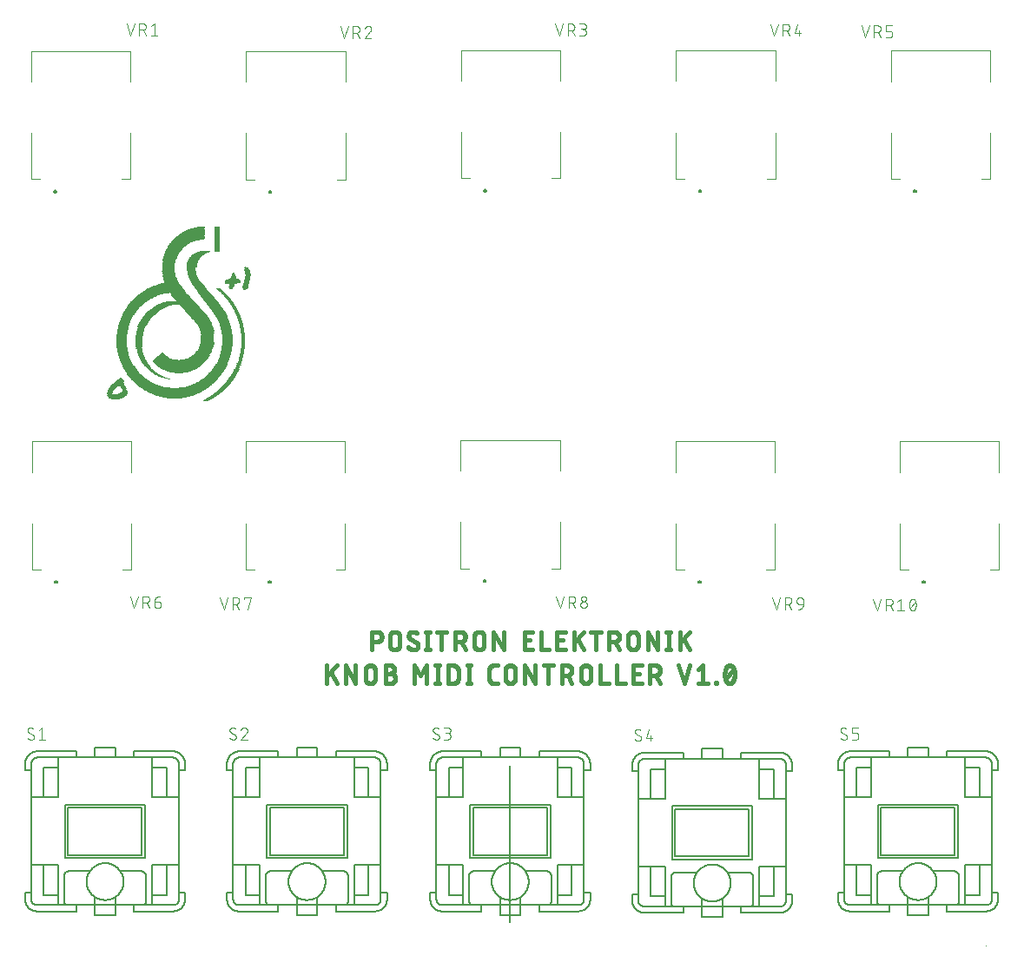
<source format=gbr>
G04 EAGLE Gerber RS-274X export*
G75*
%MOMM*%
%FSLAX34Y34*%
%LPD*%
%INSilkscreen Top*%
%IPPOS*%
%AMOC8*
5,1,8,0,0,1.08239X$1,22.5*%
G01*
%ADD10C,0.152400*%
%ADD11C,0.000000*%
%ADD12R,0.279400X0.025400*%
%ADD13R,0.457200X0.025400*%
%ADD14R,0.635000X0.025400*%
%ADD15R,0.863600X0.025400*%
%ADD16R,0.482600X0.025400*%
%ADD17R,0.990600X0.025400*%
%ADD18R,1.066800X0.025400*%
%ADD19R,1.193800X0.025400*%
%ADD20R,1.041400X0.025400*%
%ADD21R,1.295400X0.025400*%
%ADD22R,1.498600X0.025400*%
%ADD23R,1.397000X0.025400*%
%ADD24R,1.828800X0.025400*%
%ADD25R,1.473200X0.025400*%
%ADD26R,2.108200X0.025400*%
%ADD27R,2.413000X0.025400*%
%ADD28R,0.431800X0.025400*%
%ADD29R,1.574800X0.025400*%
%ADD30R,2.616200X0.025400*%
%ADD31R,1.651000X0.025400*%
%ADD32R,2.844800X0.025400*%
%ADD33R,1.676400X0.025400*%
%ADD34R,3.022600X0.025400*%
%ADD35R,1.727200X0.025400*%
%ADD36R,3.225800X0.025400*%
%ADD37R,1.752600X0.025400*%
%ADD38R,3.378200X0.025400*%
%ADD39R,1.803400X0.025400*%
%ADD40R,3.556000X0.025400*%
%ADD41R,1.854200X0.025400*%
%ADD42R,3.657600X0.025400*%
%ADD43R,3.835400X0.025400*%
%ADD44R,1.879600X0.025400*%
%ADD45R,3.962400X0.025400*%
%ADD46R,1.016000X0.025400*%
%ADD47R,4.089400X0.025400*%
%ADD48R,0.838200X0.025400*%
%ADD49R,4.241800X0.025400*%
%ADD50R,0.787400X0.025400*%
%ADD51R,4.343400X0.025400*%
%ADD52R,0.711200X0.025400*%
%ADD53R,4.470400X0.025400*%
%ADD54R,0.660400X0.025400*%
%ADD55R,4.597400X0.025400*%
%ADD56R,0.609600X0.025400*%
%ADD57R,4.699000X0.025400*%
%ADD58R,0.584200X0.025400*%
%ADD59R,4.800600X0.025400*%
%ADD60R,0.533400X0.025400*%
%ADD61R,4.927600X0.025400*%
%ADD62R,5.029200X0.025400*%
%ADD63R,5.105400X0.025400*%
%ADD64R,5.232400X0.025400*%
%ADD65R,5.334000X0.025400*%
%ADD66R,0.508000X0.025400*%
%ADD67R,0.406400X0.025400*%
%ADD68R,5.410200X0.025400*%
%ADD69R,0.381000X0.025400*%
%ADD70R,5.486400X0.025400*%
%ADD71R,5.588000X0.025400*%
%ADD72R,5.689600X0.025400*%
%ADD73R,5.740400X0.025400*%
%ADD74R,5.842000X0.025400*%
%ADD75R,5.943600X0.025400*%
%ADD76R,6.019800X0.025400*%
%ADD77R,0.558800X0.025400*%
%ADD78R,6.070600X0.025400*%
%ADD79R,6.146800X0.025400*%
%ADD80R,6.248400X0.025400*%
%ADD81R,6.324600X0.025400*%
%ADD82R,2.794000X0.025400*%
%ADD83R,2.743200X0.025400*%
%ADD84R,2.514600X0.025400*%
%ADD85R,2.489200X0.025400*%
%ADD86R,2.387600X0.025400*%
%ADD87R,2.311400X0.025400*%
%ADD88R,2.286000X0.025400*%
%ADD89R,2.209800X0.025400*%
%ADD90R,2.235200X0.025400*%
%ADD91R,2.133600X0.025400*%
%ADD92R,2.159000X0.025400*%
%ADD93R,2.082800X0.025400*%
%ADD94R,0.685800X0.025400*%
%ADD95R,2.032000X0.025400*%
%ADD96R,1.320800X0.025400*%
%ADD97R,1.981200X0.025400*%
%ADD98R,1.955800X0.025400*%
%ADD99R,1.270000X0.025400*%
%ADD100R,1.905000X0.025400*%
%ADD101R,1.244600X0.025400*%
%ADD102R,1.117600X0.025400*%
%ADD103R,1.778000X0.025400*%
%ADD104R,1.701800X0.025400*%
%ADD105R,0.939800X0.025400*%
%ADD106R,0.914400X0.025400*%
%ADD107R,1.625600X0.025400*%
%ADD108R,1.600200X0.025400*%
%ADD109R,0.812800X0.025400*%
%ADD110R,1.549400X0.025400*%
%ADD111R,0.736600X0.025400*%
%ADD112R,1.524000X0.025400*%
%ADD113R,1.447800X0.025400*%
%ADD114R,0.304800X0.025400*%
%ADD115R,0.254000X0.025400*%
%ADD116R,0.127000X0.025400*%
%ADD117R,0.228600X0.025400*%
%ADD118R,0.177800X0.025400*%
%ADD119R,1.422400X0.025400*%
%ADD120R,0.152400X0.025400*%
%ADD121R,1.371600X0.025400*%
%ADD122R,1.346200X0.025400*%
%ADD123R,0.330200X0.025400*%
%ADD124R,1.219200X0.025400*%
%ADD125R,1.168400X0.025400*%
%ADD126R,0.355600X0.025400*%
%ADD127R,2.540000X0.025400*%
%ADD128R,2.667000X0.025400*%
%ADD129R,2.768600X0.025400*%
%ADD130R,2.870200X0.025400*%
%ADD131R,2.971800X0.025400*%
%ADD132R,1.143000X0.025400*%
%ADD133R,3.098800X0.025400*%
%ADD134R,3.175000X0.025400*%
%ADD135R,3.276600X0.025400*%
%ADD136R,3.479800X0.025400*%
%ADD137R,3.632200X0.025400*%
%ADD138R,3.708400X0.025400*%
%ADD139R,3.784600X0.025400*%
%ADD140R,3.860800X0.025400*%
%ADD141R,3.937000X0.025400*%
%ADD142R,3.987800X0.025400*%
%ADD143R,4.140200X0.025400*%
%ADD144R,4.191000X0.025400*%
%ADD145R,1.092200X0.025400*%
%ADD146R,4.267200X0.025400*%
%ADD147R,4.394200X0.025400*%
%ADD148R,4.445000X0.025400*%
%ADD149R,4.521200X0.025400*%
%ADD150R,4.572000X0.025400*%
%ADD151R,4.622800X0.025400*%
%ADD152R,4.749800X0.025400*%
%ADD153R,4.851400X0.025400*%
%ADD154R,4.902200X0.025400*%
%ADD155R,4.953000X0.025400*%
%ADD156R,5.003800X0.025400*%
%ADD157R,5.130800X0.025400*%
%ADD158R,2.057400X0.025400*%
%ADD159R,2.184400X0.025400*%
%ADD160R,0.889000X0.025400*%
%ADD161R,0.203200X0.025400*%
%ADD162R,0.101600X0.025400*%
%ADD163R,0.076200X0.025400*%
%ADD164R,0.965200X0.025400*%
%ADD165R,0.762000X0.025400*%
%ADD166R,3.530600X0.025400*%
%ADD167R,3.454400X0.025400*%
%ADD168R,3.352800X0.025400*%
%ADD169R,3.149600X0.025400*%
%ADD170R,2.921000X0.025400*%
%ADD171R,2.641600X0.025400*%
%ADD172R,2.438400X0.025400*%
%ADD173R,2.006600X0.025400*%
%ADD174R,4.064000X0.025400*%
%ADD175R,4.013200X0.025400*%
%ADD176R,3.886200X0.025400*%
%ADD177R,3.733800X0.025400*%
%ADD178R,3.683000X0.025400*%
%ADD179R,3.606800X0.025400*%
%ADD180R,3.505200X0.025400*%
%ADD181R,3.429000X0.025400*%
%ADD182R,3.302000X0.025400*%
%ADD183R,3.200400X0.025400*%
%ADD184R,3.073400X0.025400*%
%ADD185R,2.997200X0.025400*%
%ADD186R,2.946400X0.025400*%
%ADD187R,2.590800X0.025400*%
%ADD188R,1.930400X0.025400*%
%ADD189R,2.260600X0.025400*%
%ADD190R,2.336800X0.025400*%
%ADD191R,2.895600X0.025400*%
%ADD192R,2.819400X0.025400*%
%ADD193R,2.717800X0.025400*%
%ADD194R,2.362200X0.025400*%
%ADD195R,0.025400X0.025400*%
%ADD196C,0.431800*%
%ADD197C,0.100000*%
%ADD198C,0.200000*%
%ADD199C,0.200000*%
%ADD200C,0.101600*%
%ADD201C,0.127000*%


D10*
X1187450Y195580D02*
X1187450Y43180D01*
D11*
X1651000Y20320D02*
X1652270Y21590D01*
D12*
X891286Y551688D03*
D13*
X890905Y551942D03*
X891413Y552196D03*
X891921Y552450D03*
X892429Y552704D03*
X801497Y552958D03*
X892937Y552958D03*
D14*
X801624Y553212D03*
D13*
X893445Y553212D03*
D15*
X802259Y553466D03*
D16*
X893826Y553466D03*
D17*
X802386Y553720D03*
D13*
X894207Y553720D03*
D18*
X802513Y553974D03*
D13*
X894715Y553974D03*
D19*
X802640Y554228D03*
D20*
X860552Y554228D03*
D13*
X895223Y554228D03*
D21*
X802894Y554482D03*
D22*
X860552Y554482D03*
D13*
X895477Y554482D03*
D23*
X803148Y554736D03*
D24*
X860425Y554736D03*
D13*
X895985Y554736D03*
D25*
X803275Y554990D03*
D26*
X860552Y554990D03*
D13*
X896493Y554990D03*
D22*
X803402Y555244D03*
D27*
X860298Y555244D03*
D28*
X896874Y555244D03*
D29*
X803529Y555498D03*
D30*
X860298Y555498D03*
D13*
X897255Y555498D03*
D31*
X803656Y555752D03*
D32*
X860171Y555752D03*
D13*
X897509Y555752D03*
D33*
X803783Y556006D03*
D34*
X860298Y556006D03*
D13*
X898017Y556006D03*
D35*
X803783Y556260D03*
D36*
X860298Y556260D03*
D28*
X898398Y556260D03*
D37*
X803910Y556514D03*
D38*
X860298Y556514D03*
D13*
X898779Y556514D03*
D39*
X803910Y556768D03*
D40*
X860171Y556768D03*
D13*
X899033Y556768D03*
D41*
X804164Y557022D03*
D42*
X860171Y557022D03*
D13*
X899541Y557022D03*
D41*
X804164Y557276D03*
D43*
X860044Y557276D03*
D13*
X899795Y557276D03*
D44*
X804291Y557530D03*
D45*
X860171Y557530D03*
D28*
X900176Y557530D03*
D16*
X797306Y557784D03*
D46*
X808609Y557784D03*
D47*
X860044Y557784D03*
D13*
X900557Y557784D03*
D28*
X797052Y558038D03*
D48*
X809498Y558038D03*
D49*
X860044Y558038D03*
D28*
X900938Y558038D03*
X797052Y558292D03*
D50*
X810006Y558292D03*
D51*
X860044Y558292D03*
D13*
X901319Y558292D03*
D28*
X797052Y558546D03*
D52*
X810387Y558546D03*
D53*
X860171Y558546D03*
D13*
X901573Y558546D03*
D28*
X797052Y558800D03*
D54*
X810641Y558800D03*
D55*
X860044Y558800D03*
D28*
X901954Y558800D03*
X797052Y559054D03*
D56*
X810895Y559054D03*
D57*
X860044Y559054D03*
D13*
X902335Y559054D03*
D28*
X797052Y559308D03*
D58*
X811022Y559308D03*
D59*
X860044Y559308D03*
D13*
X902589Y559308D03*
X797179Y559562D03*
D60*
X811276Y559562D03*
D61*
X859917Y559562D03*
D28*
X902970Y559562D03*
D13*
X797179Y559816D03*
D16*
X811530Y559816D03*
D62*
X859917Y559816D03*
D28*
X903224Y559816D03*
D16*
X797306Y560070D03*
D13*
X811657Y560070D03*
D63*
X860044Y560070D03*
D28*
X903478Y560070D03*
D16*
X797560Y560324D03*
D13*
X811657Y560324D03*
D64*
X859917Y560324D03*
D13*
X903859Y560324D03*
D16*
X797560Y560578D03*
D28*
X811784Y560578D03*
D65*
X859917Y560578D03*
D28*
X904240Y560578D03*
D66*
X797687Y560832D03*
D67*
X811911Y560832D03*
D68*
X860044Y560832D03*
D28*
X904494Y560832D03*
D66*
X797941Y561086D03*
D69*
X811784Y561086D03*
D70*
X859917Y561086D03*
D28*
X904748Y561086D03*
D66*
X797941Y561340D03*
D67*
X811657Y561340D03*
D71*
X859917Y561340D03*
D28*
X905002Y561340D03*
D60*
X798068Y561594D03*
D69*
X811530Y561594D03*
D72*
X859917Y561594D03*
D13*
X905383Y561594D03*
D60*
X798322Y561848D03*
D69*
X811530Y561848D03*
D73*
X859917Y561848D03*
D13*
X905637Y561848D03*
D60*
X798322Y562102D03*
D69*
X811530Y562102D03*
D74*
X859917Y562102D03*
D13*
X905891Y562102D03*
D60*
X798576Y562356D03*
D67*
X811403Y562356D03*
D75*
X859917Y562356D03*
D28*
X906272Y562356D03*
D60*
X798576Y562610D03*
D67*
X811149Y562610D03*
D76*
X860044Y562610D03*
D28*
X906526Y562610D03*
D77*
X798957Y562864D03*
D67*
X811149Y562864D03*
D78*
X860044Y562864D03*
D28*
X906780Y562864D03*
D58*
X799084Y563118D03*
D28*
X811022Y563118D03*
D79*
X859917Y563118D03*
D28*
X907034Y563118D03*
D58*
X799338Y563372D03*
D67*
X810895Y563372D03*
D80*
X859917Y563372D03*
D28*
X907288Y563372D03*
D56*
X799465Y563626D03*
D28*
X810768Y563626D03*
D81*
X860044Y563626D03*
D28*
X907542Y563626D03*
D56*
X799719Y563880D03*
D28*
X810514Y563880D03*
D82*
X842137Y563880D03*
D83*
X878205Y563880D03*
D28*
X907796Y563880D03*
D56*
X799973Y564134D03*
D28*
X810514Y564134D03*
D30*
X840740Y564134D03*
D84*
X879602Y564134D03*
D28*
X908050Y564134D03*
D56*
X800227Y564388D03*
D67*
X810387Y564388D03*
D85*
X839597Y564388D03*
D86*
X880745Y564388D03*
D28*
X908304Y564388D03*
D14*
X800354Y564642D03*
D28*
X810260Y564642D03*
D86*
X838835Y564642D03*
D87*
X881380Y564642D03*
D28*
X908558Y564642D03*
D54*
X800735Y564896D03*
D67*
X810133Y564896D03*
D88*
X838073Y564896D03*
D89*
X882142Y564896D03*
D28*
X908812Y564896D03*
D54*
X800989Y565150D03*
D28*
X810006Y565150D03*
D90*
X837311Y565150D03*
D91*
X883031Y565150D03*
D28*
X909066Y565150D03*
D54*
X801243Y565404D03*
D67*
X809879Y565404D03*
D92*
X836676Y565404D03*
D93*
X883539Y565404D03*
D28*
X909320Y565404D03*
D94*
X801370Y565658D03*
D28*
X809752Y565658D03*
D26*
X836168Y565658D03*
D95*
X884047Y565658D03*
D28*
X909574Y565658D03*
D48*
X802386Y565912D03*
D28*
X809498Y565912D03*
D95*
X835533Y565912D03*
X884555Y565912D03*
D28*
X909828Y565912D03*
D96*
X805053Y566166D03*
D97*
X835025Y566166D03*
D98*
X885190Y566166D03*
D28*
X910082Y566166D03*
D99*
X805053Y566420D03*
D98*
X834390Y566420D03*
D100*
X885698Y566420D03*
D28*
X910336Y566420D03*
D101*
X805180Y566674D03*
D100*
X833882Y566674D03*
D44*
X886333Y566674D03*
D28*
X910590Y566674D03*
D19*
X805180Y566928D03*
D44*
X833501Y566928D03*
D41*
X886714Y566928D03*
D28*
X910844Y566928D03*
D19*
X805180Y567182D03*
D24*
X832993Y567182D03*
X887095Y567182D03*
D28*
X910844Y567182D03*
D102*
X805307Y567436D03*
D39*
X832612Y567436D03*
X887476Y567436D03*
D28*
X911098Y567436D03*
D18*
X805561Y567690D03*
D103*
X831977Y567690D03*
D37*
X887984Y567690D03*
D28*
X911352Y567690D03*
D20*
X805434Y567944D03*
D37*
X831596Y567944D03*
X888492Y567944D03*
D28*
X911606Y567944D03*
D17*
X805688Y568198D03*
D35*
X831215Y568198D03*
X888873Y568198D03*
D28*
X911860Y568198D03*
D17*
X805688Y568452D03*
D104*
X830834Y568452D03*
X889254Y568452D03*
D28*
X912114Y568452D03*
D105*
X805688Y568706D03*
D33*
X830453Y568706D03*
X889635Y568706D03*
D28*
X912368Y568706D03*
D106*
X805815Y568960D03*
D31*
X830072Y568960D03*
X890016Y568960D03*
D28*
X912368Y568960D03*
D15*
X806069Y569214D03*
D107*
X829691Y569214D03*
D31*
X890270Y569214D03*
D28*
X912622Y569214D03*
D15*
X806323Y569468D03*
D108*
X829310Y569468D03*
D107*
X890651Y569468D03*
D28*
X912876Y569468D03*
D48*
X806450Y569722D03*
D29*
X828929Y569722D03*
D108*
X891032Y569722D03*
D28*
X913130Y569722D03*
D109*
X806831Y569976D03*
D29*
X828675Y569976D03*
D108*
X891540Y569976D03*
D28*
X913384Y569976D03*
D50*
X806958Y570230D03*
D110*
X828294Y570230D03*
D29*
X891667Y570230D03*
D28*
X913384Y570230D03*
D111*
X807212Y570484D03*
D110*
X828040Y570484D03*
D29*
X892175Y570484D03*
D28*
X913638Y570484D03*
D52*
X807085Y570738D03*
D112*
X827659Y570738D03*
D110*
X892556Y570738D03*
D28*
X913892Y570738D03*
D94*
X807212Y570992D03*
D22*
X827278Y570992D03*
D110*
X892810Y570992D03*
D28*
X914146Y570992D03*
D56*
X807339Y571246D03*
D22*
X827024Y571246D03*
D112*
X893191Y571246D03*
D67*
X914273Y571246D03*
D77*
X807339Y571500D03*
D22*
X826770Y571500D03*
X893318Y571500D03*
D28*
X914400Y571500D03*
D66*
X807339Y571754D03*
D25*
X826389Y571754D03*
D22*
X893826Y571754D03*
D28*
X914654Y571754D03*
D16*
X807212Y572008D03*
D113*
X826008Y572008D03*
D22*
X894080Y572008D03*
D28*
X914908Y572008D03*
X807212Y572262D03*
D113*
X825754Y572262D03*
X894334Y572262D03*
D67*
X915035Y572262D03*
D114*
X807593Y572516D03*
D113*
X825500Y572516D03*
D25*
X894715Y572516D03*
D28*
X915162Y572516D03*
D115*
X807593Y572770D03*
D23*
X825246Y572770D03*
D116*
X855472Y572770D03*
D113*
X894842Y572770D03*
D28*
X915416Y572770D03*
D117*
X807720Y573024D03*
D23*
X824992Y573024D03*
D118*
X853948Y573024D03*
D119*
X895223Y573024D03*
D67*
X915543Y573024D03*
D120*
X807593Y573278D03*
D23*
X824738Y573278D03*
D117*
X852932Y573278D03*
D119*
X895477Y573278D03*
D28*
X915670Y573278D03*
D121*
X824357Y573532D03*
D117*
X851916Y573532D03*
D119*
X895731Y573532D03*
D28*
X915924Y573532D03*
D121*
X824103Y573786D03*
D117*
X850900Y573786D03*
D23*
X896112Y573786D03*
D67*
X916051Y573786D03*
D121*
X823849Y574040D03*
D115*
X850011Y574040D03*
D23*
X896366Y574040D03*
D67*
X916305Y574040D03*
D121*
X823595Y574294D03*
D12*
X849376Y574294D03*
D23*
X896620Y574294D03*
D28*
X916432Y574294D03*
D121*
X823341Y574548D03*
D12*
X848614Y574548D03*
D23*
X896874Y574548D03*
D67*
X916559Y574548D03*
D96*
X823087Y574802D03*
D114*
X847979Y574802D03*
D121*
X897001Y574802D03*
D28*
X916686Y574802D03*
D122*
X822960Y575056D03*
D12*
X847344Y575056D03*
D122*
X897382Y575056D03*
D28*
X916940Y575056D03*
D96*
X822579Y575310D03*
D114*
X846709Y575310D03*
D122*
X897636Y575310D03*
D67*
X917067Y575310D03*
D96*
X822325Y575564D03*
D114*
X846201Y575564D03*
D122*
X897890Y575564D03*
D28*
X917194Y575564D03*
D96*
X822071Y575818D03*
D114*
X845693Y575818D03*
D122*
X898144Y575818D03*
D67*
X917321Y575818D03*
D21*
X821944Y576072D03*
D114*
X845185Y576072D03*
D122*
X898398Y576072D03*
D67*
X917575Y576072D03*
D21*
X821690Y576326D03*
D114*
X844677Y576326D03*
D96*
X898525Y576326D03*
D28*
X917702Y576326D03*
D21*
X821436Y576580D03*
D114*
X844169Y576580D03*
D96*
X898779Y576580D03*
D67*
X917829Y576580D03*
D99*
X821309Y576834D03*
D114*
X843661Y576834D03*
D21*
X899160Y576834D03*
D28*
X917956Y576834D03*
D99*
X821055Y577088D03*
D114*
X843153Y577088D03*
D96*
X899287Y577088D03*
D28*
X918210Y577088D03*
D99*
X820801Y577342D03*
D123*
X842772Y577342D03*
D99*
X899541Y577342D03*
D67*
X918337Y577342D03*
D99*
X820547Y577596D03*
D114*
X842391Y577596D03*
D99*
X899795Y577596D03*
D28*
X918464Y577596D03*
D101*
X820420Y577850D03*
D114*
X841883Y577850D03*
D99*
X900049Y577850D03*
D67*
X918591Y577850D03*
D101*
X820166Y578104D03*
D123*
X841502Y578104D03*
D99*
X900303Y578104D03*
D67*
X918845Y578104D03*
D101*
X819912Y578358D03*
D123*
X841248Y578358D03*
D99*
X900303Y578358D03*
D67*
X918845Y578358D03*
D124*
X819785Y578612D03*
D123*
X840740Y578612D03*
D101*
X900684Y578612D03*
D67*
X919099Y578612D03*
D124*
X819531Y578866D03*
D114*
X840359Y578866D03*
D15*
X864489Y578866D03*
D101*
X900938Y578866D03*
D67*
X919099Y578866D03*
D124*
X819277Y579120D03*
D123*
X839978Y579120D03*
D124*
X864235Y579120D03*
D101*
X900938Y579120D03*
D67*
X919353Y579120D03*
D101*
X819150Y579374D03*
D123*
X839724Y579374D03*
D25*
X864235Y579374D03*
D101*
X901192Y579374D03*
D28*
X919480Y579374D03*
D124*
X819023Y579628D03*
D114*
X839343Y579628D03*
D35*
X864489Y579628D03*
D101*
X901446Y579628D03*
D67*
X919607Y579628D03*
D124*
X818769Y579882D03*
D123*
X838962Y579882D03*
D100*
X864362Y579882D03*
D124*
X901573Y579882D03*
D28*
X919734Y579882D03*
D124*
X818515Y580136D03*
D123*
X838708Y580136D03*
D93*
X864489Y580136D03*
D124*
X901827Y580136D03*
D67*
X919861Y580136D03*
D19*
X818388Y580390D03*
D123*
X838454Y580390D03*
D90*
X864489Y580390D03*
D124*
X902081Y580390D03*
D28*
X919988Y580390D03*
D19*
X818134Y580644D03*
D123*
X838200Y580644D03*
D27*
X864362Y580644D03*
D19*
X902208Y580644D03*
D67*
X920115Y580644D03*
D125*
X818007Y580898D03*
D126*
X837819Y580898D03*
D127*
X864235Y580898D03*
D19*
X902462Y580898D03*
D28*
X920242Y580898D03*
D19*
X817880Y581152D03*
D126*
X837565Y581152D03*
D128*
X864362Y581152D03*
D124*
X902589Y581152D03*
D67*
X920369Y581152D03*
D19*
X817626Y581406D03*
D126*
X837311Y581406D03*
D129*
X864362Y581406D03*
D19*
X902716Y581406D03*
D28*
X920496Y581406D03*
D125*
X817499Y581660D03*
D126*
X837057Y581660D03*
D130*
X864362Y581660D03*
D19*
X902970Y581660D03*
D67*
X920623Y581660D03*
D125*
X817245Y581914D03*
D126*
X836803Y581914D03*
D131*
X864362Y581914D03*
D125*
X903097Y581914D03*
D28*
X920750Y581914D03*
D132*
X817118Y582168D03*
D126*
X836549Y582168D03*
D133*
X864235Y582168D03*
D125*
X903351Y582168D03*
D67*
X920877Y582168D03*
D125*
X816991Y582422D03*
D126*
X836295Y582422D03*
D134*
X864362Y582422D03*
D125*
X903351Y582422D03*
D28*
X921004Y582422D03*
D125*
X816737Y582676D03*
D69*
X835914Y582676D03*
D135*
X864362Y582676D03*
D125*
X903605Y582676D03*
D67*
X921131Y582676D03*
D132*
X816610Y582930D03*
D67*
X835787Y582930D03*
D38*
X864362Y582930D03*
D125*
X903859Y582930D03*
D67*
X921131Y582930D03*
D132*
X816356Y583184D03*
D69*
X835660Y583184D03*
D136*
X864362Y583184D03*
D132*
X903986Y583184D03*
D67*
X921385Y583184D03*
D132*
X816356Y583438D03*
D69*
X835406Y583438D03*
D40*
X864235Y583438D03*
D125*
X904113Y583438D03*
D67*
X921385Y583438D03*
D132*
X816102Y583692D03*
D69*
X835152Y583692D03*
D137*
X864362Y583692D03*
D132*
X904240Y583692D03*
D67*
X921639Y583692D03*
D102*
X815975Y583946D03*
D69*
X834898Y583946D03*
D138*
X864235Y583946D03*
D132*
X904494Y583946D03*
D67*
X921639Y583946D03*
D132*
X815848Y584200D03*
D69*
X834644Y584200D03*
D139*
X864362Y584200D03*
D132*
X904494Y584200D03*
D67*
X921893Y584200D03*
D102*
X815721Y584454D03*
D67*
X834517Y584454D03*
D140*
X864235Y584454D03*
D132*
X904748Y584454D03*
D67*
X921893Y584454D03*
D102*
X815467Y584708D03*
D67*
X834263Y584708D03*
D141*
X864362Y584708D03*
D132*
X905002Y584708D03*
D67*
X922147Y584708D03*
D102*
X815467Y584962D03*
D67*
X834009Y584962D03*
D142*
X864362Y584962D03*
D132*
X905002Y584962D03*
D67*
X922147Y584962D03*
D102*
X815213Y585216D03*
D67*
X833755Y585216D03*
D47*
X864362Y585216D03*
D132*
X905256Y585216D03*
D67*
X922147Y585216D03*
D102*
X814959Y585470D03*
D28*
X833628Y585470D03*
D143*
X864362Y585470D03*
D102*
X905383Y585470D03*
D67*
X922401Y585470D03*
D102*
X814959Y585724D03*
D28*
X833374Y585724D03*
D144*
X864362Y585724D03*
D102*
X905383Y585724D03*
D67*
X922401Y585724D03*
D145*
X814832Y585978D03*
D67*
X833247Y585978D03*
D146*
X864235Y585978D03*
D102*
X905637Y585978D03*
D28*
X922528Y585978D03*
D145*
X814578Y586232D03*
D67*
X832993Y586232D03*
D51*
X864362Y586232D03*
D145*
X905764Y586232D03*
D67*
X922655Y586232D03*
D145*
X814578Y586486D03*
D28*
X832866Y586486D03*
D147*
X864362Y586486D03*
D102*
X905891Y586486D03*
D67*
X922655Y586486D03*
D145*
X814324Y586740D03*
D28*
X832612Y586740D03*
D148*
X864362Y586740D03*
D145*
X906018Y586740D03*
D67*
X922909Y586740D03*
D145*
X814324Y586994D03*
D28*
X832358Y586994D03*
D149*
X864235Y586994D03*
D102*
X906145Y586994D03*
D67*
X922909Y586994D03*
D145*
X814070Y587248D03*
D13*
X832231Y587248D03*
D150*
X864235Y587248D03*
D145*
X906272Y587248D03*
D67*
X922909Y587248D03*
D18*
X813943Y587502D03*
D28*
X832104Y587502D03*
D151*
X864235Y587502D03*
D145*
X906526Y587502D03*
D67*
X923163Y587502D03*
D145*
X813816Y587756D03*
D28*
X831850Y587756D03*
D57*
X864362Y587756D03*
D145*
X906526Y587756D03*
D67*
X923163Y587756D03*
D18*
X813689Y588010D03*
D13*
X831723Y588010D03*
D152*
X864362Y588010D03*
D145*
X906780Y588010D03*
D28*
X923290Y588010D03*
D145*
X813562Y588264D03*
D13*
X831469Y588264D03*
D59*
X864362Y588264D03*
D145*
X906780Y588264D03*
D67*
X923417Y588264D03*
D18*
X813435Y588518D03*
D28*
X831342Y588518D03*
D153*
X864362Y588518D03*
D18*
X906907Y588518D03*
D67*
X923417Y588518D03*
D145*
X813308Y588772D03*
D13*
X831215Y588772D03*
D154*
X864362Y588772D03*
D145*
X907034Y588772D03*
D67*
X923671Y588772D03*
D18*
X813181Y589026D03*
D13*
X830961Y589026D03*
D155*
X864362Y589026D03*
D18*
X907161Y589026D03*
D67*
X923671Y589026D03*
D18*
X813181Y589280D03*
D13*
X830961Y589280D03*
D156*
X864362Y589280D03*
D145*
X907288Y589280D03*
D67*
X923671Y589280D03*
D18*
X812927Y589534D03*
D13*
X830707Y589534D03*
D62*
X864235Y589534D03*
D18*
X907415Y589534D03*
D67*
X923925Y589534D03*
D18*
X812927Y589788D03*
D16*
X830580Y589788D03*
D63*
X864362Y589788D03*
D18*
X907415Y589788D03*
D67*
X923925Y589788D03*
D18*
X812673Y590042D03*
D13*
X830453Y590042D03*
D63*
X864362Y590042D03*
D18*
X907669Y590042D03*
D67*
X923925Y590042D03*
D18*
X812673Y590296D03*
D13*
X830199Y590296D03*
D157*
X864489Y590296D03*
D18*
X907669Y590296D03*
D67*
X924179Y590296D03*
D20*
X812546Y590550D03*
D16*
X830072Y590550D03*
D63*
X864870Y590550D03*
D20*
X907796Y590550D03*
D67*
X924179Y590550D03*
D20*
X812292Y590804D03*
D13*
X829945Y590804D03*
D63*
X865124Y590804D03*
D18*
X907923Y590804D03*
D67*
X924179Y590804D03*
D20*
X812292Y591058D03*
D16*
X829818Y591058D03*
D87*
X851408Y591058D03*
D127*
X878205Y591058D03*
D20*
X908050Y591058D03*
D67*
X924179Y591058D03*
D20*
X812292Y591312D03*
D13*
X829691Y591312D03*
D158*
X850392Y591312D03*
D88*
X879729Y591312D03*
D20*
X908050Y591312D03*
D67*
X924433Y591312D03*
D20*
X812038Y591566D03*
D16*
X829564Y591566D03*
D100*
X849884Y591566D03*
D159*
X880491Y591566D03*
D18*
X908177Y591566D03*
D67*
X924433Y591566D03*
D20*
X812038Y591820D03*
D16*
X829310Y591820D03*
D37*
X849376Y591820D03*
D26*
X880872Y591820D03*
D20*
X908304Y591820D03*
D67*
X924433Y591820D03*
D20*
X811784Y592074D03*
D16*
X829310Y592074D03*
D33*
X849249Y592074D03*
D95*
X881507Y592074D03*
D18*
X908431Y592074D03*
D67*
X924687Y592074D03*
D20*
X811784Y592328D03*
D16*
X829056Y592328D03*
D29*
X848995Y592328D03*
D97*
X882015Y592328D03*
D20*
X908558Y592328D03*
D67*
X924687Y592328D03*
D20*
X811784Y592582D03*
D16*
X829056Y592582D03*
D25*
X848741Y592582D03*
D98*
X882396Y592582D03*
D20*
X908558Y592582D03*
D67*
X924687Y592582D03*
D20*
X811530Y592836D03*
D66*
X828929Y592836D03*
D121*
X848741Y592836D03*
D100*
X882904Y592836D03*
D20*
X908812Y592836D03*
D69*
X924814Y592836D03*
D20*
X811530Y593090D03*
D16*
X828802Y593090D03*
D21*
X848614Y593090D03*
D41*
X883158Y593090D03*
D20*
X908812Y593090D03*
D67*
X924941Y593090D03*
D46*
X811403Y593344D03*
D66*
X828675Y593344D03*
D124*
X848487Y593344D03*
D24*
X883539Y593344D03*
D20*
X908812Y593344D03*
D67*
X924941Y593344D03*
D46*
X811403Y593598D03*
D16*
X828548Y593598D03*
D132*
X848360Y593598D03*
D39*
X883920Y593598D03*
D46*
X908939Y593598D03*
D67*
X924941Y593598D03*
D20*
X811276Y593852D03*
D66*
X828421Y593852D03*
D18*
X848233Y593852D03*
D103*
X884047Y593852D03*
D20*
X909066Y593852D03*
D69*
X925068Y593852D03*
D46*
X811149Y594106D03*
D66*
X828421Y594106D03*
D46*
X848233Y594106D03*
D37*
X884428Y594106D03*
D20*
X909066Y594106D03*
D67*
X925195Y594106D03*
D46*
X811149Y594360D03*
D66*
X828167Y594360D03*
D105*
X848106Y594360D03*
D35*
X884809Y594360D03*
D46*
X909193Y594360D03*
D67*
X925195Y594360D03*
D46*
X810895Y594614D03*
D66*
X828167Y594614D03*
D160*
X848106Y594614D03*
D104*
X884936Y594614D03*
D20*
X909320Y594614D03*
D67*
X925195Y594614D03*
D46*
X810895Y594868D03*
D66*
X827913Y594868D03*
D109*
X847979Y594868D03*
D33*
X885317Y594868D03*
D46*
X909447Y594868D03*
D67*
X925449Y594868D03*
D46*
X810895Y595122D03*
D66*
X827913Y595122D03*
D111*
X848106Y595122D03*
D33*
X885571Y595122D03*
D46*
X909447Y595122D03*
D67*
X925449Y595122D03*
D46*
X810641Y595376D03*
D60*
X827786Y595376D03*
D54*
X847979Y595376D03*
D31*
X885698Y595376D03*
D46*
X909447Y595376D03*
D67*
X925449Y595376D03*
D46*
X810641Y595630D03*
D66*
X827659Y595630D03*
D56*
X847979Y595630D03*
D107*
X886079Y595630D03*
D46*
X909701Y595630D03*
D67*
X925449Y595630D03*
D46*
X810641Y595884D03*
D60*
X827532Y595884D03*
D77*
X847979Y595884D03*
D107*
X886333Y595884D03*
D46*
X909701Y595884D03*
D69*
X925576Y595884D03*
D17*
X810514Y596138D03*
D60*
X827532Y596138D03*
D66*
X847979Y596138D03*
D108*
X886460Y596138D03*
D46*
X909701Y596138D03*
D67*
X925703Y596138D03*
D46*
X810387Y596392D03*
D66*
X827405Y596392D03*
D13*
X847979Y596392D03*
D108*
X886714Y596392D03*
D46*
X909701Y596392D03*
D67*
X925703Y596392D03*
D46*
X810387Y596646D03*
D60*
X827278Y596646D03*
D67*
X847979Y596646D03*
D29*
X886841Y596646D03*
D46*
X909955Y596646D03*
D67*
X925703Y596646D03*
D17*
X810260Y596900D03*
D60*
X827278Y596900D03*
D114*
X847979Y596900D03*
D29*
X887095Y596900D03*
D46*
X909955Y596900D03*
D69*
X925830Y596900D03*
D17*
X810260Y597154D03*
D60*
X827278Y597154D03*
D12*
X848106Y597154D03*
D110*
X887222Y597154D03*
D46*
X909955Y597154D03*
D69*
X925830Y597154D03*
D17*
X810260Y597408D03*
D60*
X827024Y597408D03*
D161*
X847979Y597408D03*
D110*
X887476Y597408D03*
D17*
X910082Y597408D03*
D69*
X925830Y597408D03*
D17*
X810006Y597662D03*
D60*
X827024Y597662D03*
D118*
X848106Y597662D03*
D110*
X887730Y597662D03*
D46*
X910209Y597662D03*
D67*
X925957Y597662D03*
D17*
X810006Y597916D03*
D77*
X826897Y597916D03*
D162*
X847979Y597916D03*
D112*
X887857Y597916D03*
D46*
X910209Y597916D03*
D67*
X925957Y597916D03*
D17*
X810006Y598170D03*
D77*
X826897Y598170D03*
D163*
X848106Y598170D03*
D112*
X888111Y598170D03*
D46*
X910209Y598170D03*
D67*
X925957Y598170D03*
D17*
X810006Y598424D03*
D60*
X826770Y598424D03*
D22*
X888238Y598424D03*
D17*
X910336Y598424D03*
D69*
X926084Y598424D03*
D164*
X809879Y598678D03*
D77*
X826643Y598678D03*
D25*
X888365Y598678D03*
D17*
X910336Y598678D03*
D69*
X926084Y598678D03*
D17*
X809752Y598932D03*
D77*
X826643Y598932D03*
D25*
X888619Y598932D03*
D46*
X910463Y598932D03*
D67*
X926211Y598932D03*
D17*
X809752Y599186D03*
D77*
X826643Y599186D03*
D113*
X888746Y599186D03*
D46*
X910463Y599186D03*
D67*
X926211Y599186D03*
D17*
X809752Y599440D03*
D58*
X826516Y599440D03*
D113*
X889000Y599440D03*
D17*
X910590Y599440D03*
D67*
X926211Y599440D03*
D164*
X809625Y599694D03*
D77*
X826389Y599694D03*
D113*
X889000Y599694D03*
D17*
X910590Y599694D03*
D67*
X926211Y599694D03*
D17*
X809498Y599948D03*
D77*
X826389Y599948D03*
D113*
X889254Y599948D03*
D17*
X910590Y599948D03*
D69*
X926338Y599948D03*
D17*
X809498Y600202D03*
D77*
X826389Y600202D03*
D119*
X889381Y600202D03*
D46*
X910717Y600202D03*
D69*
X926338Y600202D03*
D17*
X809498Y600456D03*
D58*
X826262Y600456D03*
D119*
X889635Y600456D03*
D17*
X910844Y600456D03*
D67*
X926465Y600456D03*
D17*
X809498Y600710D03*
D58*
X826262Y600710D03*
D119*
X889635Y600710D03*
D17*
X910844Y600710D03*
D67*
X926465Y600710D03*
D164*
X809371Y600964D03*
D77*
X826135Y600964D03*
D23*
X889762Y600964D03*
D17*
X910844Y600964D03*
D67*
X926465Y600964D03*
D164*
X809371Y601218D03*
D77*
X826135Y601218D03*
D23*
X890016Y601218D03*
D17*
X910844Y601218D03*
D67*
X926465Y601218D03*
D164*
X809371Y601472D03*
D58*
X826008Y601472D03*
D23*
X890016Y601472D03*
D17*
X910844Y601472D03*
D67*
X926465Y601472D03*
D17*
X809244Y601726D03*
D58*
X826008Y601726D03*
D121*
X890143Y601726D03*
D17*
X910844Y601726D03*
D69*
X926592Y601726D03*
D17*
X809244Y601980D03*
D58*
X826008Y601980D03*
D121*
X890397Y601980D03*
D17*
X911098Y601980D03*
D69*
X926592Y601980D03*
D164*
X809117Y602234D03*
D58*
X826008Y602234D03*
D121*
X890397Y602234D03*
D17*
X911098Y602234D03*
D69*
X926592Y602234D03*
D164*
X809117Y602488D03*
D56*
X825881Y602488D03*
D121*
X890651Y602488D03*
D17*
X911098Y602488D03*
D67*
X926719Y602488D03*
D164*
X809117Y602742D03*
D58*
X825754Y602742D03*
D121*
X890651Y602742D03*
D17*
X911098Y602742D03*
D67*
X926719Y602742D03*
D164*
X809117Y602996D03*
D58*
X825754Y602996D03*
D122*
X890778Y602996D03*
D17*
X911098Y602996D03*
D67*
X926719Y602996D03*
D164*
X809117Y603250D03*
D58*
X825754Y603250D03*
D122*
X890778Y603250D03*
D164*
X911225Y603250D03*
D67*
X926719Y603250D03*
D17*
X808990Y603504D03*
D58*
X825754Y603504D03*
D122*
X891032Y603504D03*
D17*
X911352Y603504D03*
D67*
X926719Y603504D03*
D164*
X808863Y603758D03*
D58*
X825754Y603758D03*
D122*
X891032Y603758D03*
D17*
X911352Y603758D03*
D69*
X926846Y603758D03*
D164*
X808863Y604012D03*
D56*
X825627Y604012D03*
D96*
X891159Y604012D03*
D17*
X911352Y604012D03*
D69*
X926846Y604012D03*
D164*
X808863Y604266D03*
D56*
X825627Y604266D03*
D96*
X891159Y604266D03*
D17*
X911352Y604266D03*
D69*
X926846Y604266D03*
D164*
X808863Y604520D03*
D56*
X825627Y604520D03*
D96*
X891413Y604520D03*
D17*
X911352Y604520D03*
D69*
X926846Y604520D03*
D164*
X808863Y604774D03*
D56*
X825627Y604774D03*
D96*
X891413Y604774D03*
D17*
X911352Y604774D03*
D69*
X926846Y604774D03*
D164*
X808863Y605028D03*
D56*
X825627Y605028D03*
D96*
X891413Y605028D03*
D164*
X911479Y605028D03*
D67*
X926973Y605028D03*
D164*
X808863Y605282D03*
D56*
X825627Y605282D03*
D21*
X891540Y605282D03*
D164*
X911479Y605282D03*
D67*
X926973Y605282D03*
D164*
X808863Y605536D03*
D56*
X825373Y605536D03*
D96*
X891667Y605536D03*
D164*
X911479Y605536D03*
D67*
X926973Y605536D03*
D164*
X808863Y605790D03*
D56*
X825373Y605790D03*
D21*
X891794Y605790D03*
D164*
X911479Y605790D03*
D67*
X926973Y605790D03*
D164*
X808863Y606044D03*
D56*
X825373Y606044D03*
D21*
X891794Y606044D03*
D17*
X911606Y606044D03*
D67*
X926973Y606044D03*
D105*
X808736Y606298D03*
D56*
X825373Y606298D03*
D21*
X891794Y606298D03*
D17*
X911606Y606298D03*
D67*
X926973Y606298D03*
D164*
X808609Y606552D03*
D56*
X825373Y606552D03*
D21*
X892048Y606552D03*
D17*
X911606Y606552D03*
D67*
X926973Y606552D03*
D164*
X808609Y606806D03*
D56*
X825373Y606806D03*
D21*
X892048Y606806D03*
D17*
X911606Y606806D03*
D67*
X926973Y606806D03*
D164*
X808609Y607060D03*
D56*
X825373Y607060D03*
D21*
X892048Y607060D03*
D17*
X911606Y607060D03*
D67*
X926973Y607060D03*
D164*
X808609Y607314D03*
D56*
X825373Y607314D03*
D21*
X892048Y607314D03*
D17*
X911606Y607314D03*
D69*
X927100Y607314D03*
D164*
X808609Y607568D03*
D56*
X825373Y607568D03*
D99*
X892175Y607568D03*
D17*
X911606Y607568D03*
D69*
X927100Y607568D03*
D164*
X808609Y607822D03*
D56*
X825373Y607822D03*
D99*
X892175Y607822D03*
D17*
X911606Y607822D03*
D69*
X927100Y607822D03*
D164*
X808609Y608076D03*
D56*
X825373Y608076D03*
D99*
X892175Y608076D03*
D17*
X911606Y608076D03*
D69*
X927100Y608076D03*
D164*
X808609Y608330D03*
D56*
X825373Y608330D03*
D21*
X892302Y608330D03*
D17*
X911606Y608330D03*
D69*
X927100Y608330D03*
D164*
X808609Y608584D03*
D14*
X825500Y608584D03*
D99*
X892429Y608584D03*
D17*
X911606Y608584D03*
D69*
X927100Y608584D03*
D164*
X808609Y608838D03*
D54*
X825373Y608838D03*
D99*
X892429Y608838D03*
D17*
X911606Y608838D03*
D69*
X927100Y608838D03*
D164*
X808609Y609092D03*
D54*
X825373Y609092D03*
D99*
X892429Y609092D03*
D164*
X911733Y609092D03*
D69*
X927100Y609092D03*
D164*
X808609Y609346D03*
D54*
X825373Y609346D03*
D99*
X892429Y609346D03*
D164*
X911733Y609346D03*
D69*
X927100Y609346D03*
D164*
X808609Y609600D03*
D54*
X825373Y609600D03*
D99*
X892429Y609600D03*
D164*
X911733Y609600D03*
D69*
X927100Y609600D03*
D164*
X808609Y609854D03*
D54*
X825373Y609854D03*
D99*
X892429Y609854D03*
D164*
X911733Y609854D03*
D69*
X927100Y609854D03*
D164*
X808609Y610108D03*
D54*
X825373Y610108D03*
D101*
X892556Y610108D03*
D164*
X911733Y610108D03*
D69*
X927100Y610108D03*
D164*
X808609Y610362D03*
D54*
X825373Y610362D03*
D101*
X892556Y610362D03*
D164*
X911733Y610362D03*
D69*
X927100Y610362D03*
D164*
X808609Y610616D03*
D54*
X825373Y610616D03*
D101*
X892556Y610616D03*
D164*
X911733Y610616D03*
D69*
X927100Y610616D03*
D164*
X808609Y610870D03*
D54*
X825373Y610870D03*
D99*
X892683Y610870D03*
D164*
X911733Y610870D03*
D69*
X927100Y610870D03*
D164*
X808609Y611124D03*
D14*
X825500Y611124D03*
D99*
X892683Y611124D03*
D164*
X911733Y611124D03*
D69*
X927100Y611124D03*
D164*
X808609Y611378D03*
D14*
X825500Y611378D03*
D99*
X892683Y611378D03*
D164*
X911733Y611378D03*
D69*
X927100Y611378D03*
D164*
X808609Y611632D03*
D14*
X825500Y611632D03*
D99*
X892683Y611632D03*
D164*
X911733Y611632D03*
D69*
X927100Y611632D03*
D164*
X808609Y611886D03*
D54*
X825627Y611886D03*
D99*
X892683Y611886D03*
D164*
X911733Y611886D03*
D69*
X927100Y611886D03*
D164*
X808609Y612140D03*
D54*
X825627Y612140D03*
D99*
X892683Y612140D03*
D164*
X911733Y612140D03*
D69*
X927100Y612140D03*
D164*
X808609Y612394D03*
D54*
X825627Y612394D03*
D99*
X892683Y612394D03*
D164*
X911733Y612394D03*
D69*
X927100Y612394D03*
D164*
X808609Y612648D03*
D54*
X825627Y612648D03*
D99*
X892683Y612648D03*
D17*
X911606Y612648D03*
D69*
X927100Y612648D03*
D164*
X808609Y612902D03*
D54*
X825627Y612902D03*
D99*
X892683Y612902D03*
D17*
X911606Y612902D03*
D69*
X927100Y612902D03*
D105*
X808736Y613156D03*
D54*
X825627Y613156D03*
D99*
X892683Y613156D03*
D17*
X911606Y613156D03*
D69*
X927100Y613156D03*
D105*
X808736Y613410D03*
D54*
X825627Y613410D03*
D99*
X892683Y613410D03*
D17*
X911606Y613410D03*
D69*
X927100Y613410D03*
D164*
X808863Y613664D03*
D94*
X825754Y613664D03*
D99*
X892683Y613664D03*
D17*
X911606Y613664D03*
D69*
X927100Y613664D03*
D164*
X808863Y613918D03*
D94*
X825754Y613918D03*
D99*
X892683Y613918D03*
D17*
X911606Y613918D03*
D67*
X926973Y613918D03*
D164*
X808863Y614172D03*
D94*
X825754Y614172D03*
D99*
X892683Y614172D03*
D17*
X911606Y614172D03*
D67*
X926973Y614172D03*
D164*
X808863Y614426D03*
D94*
X825754Y614426D03*
D99*
X892683Y614426D03*
D17*
X911606Y614426D03*
D67*
X926973Y614426D03*
D164*
X808863Y614680D03*
D54*
X825881Y614680D03*
D99*
X892683Y614680D03*
D17*
X911606Y614680D03*
D67*
X926973Y614680D03*
D164*
X808863Y614934D03*
D54*
X825881Y614934D03*
D99*
X892683Y614934D03*
D17*
X911606Y614934D03*
D67*
X926973Y614934D03*
D164*
X808863Y615188D03*
D94*
X826008Y615188D03*
D99*
X892683Y615188D03*
D17*
X911606Y615188D03*
D67*
X926973Y615188D03*
D164*
X808863Y615442D03*
D94*
X826008Y615442D03*
D99*
X892683Y615442D03*
D17*
X911606Y615442D03*
D67*
X926973Y615442D03*
D164*
X808863Y615696D03*
D94*
X826008Y615696D03*
D101*
X892556Y615696D03*
D17*
X911606Y615696D03*
D69*
X926846Y615696D03*
D164*
X808863Y615950D03*
D94*
X826008Y615950D03*
D101*
X892556Y615950D03*
D164*
X911479Y615950D03*
D69*
X926846Y615950D03*
D105*
X808990Y616204D03*
D94*
X826008Y616204D03*
D101*
X892556Y616204D03*
D164*
X911479Y616204D03*
D69*
X926846Y616204D03*
D164*
X809117Y616458D03*
D94*
X826262Y616458D03*
D101*
X892556Y616458D03*
D17*
X911352Y616458D03*
D69*
X926846Y616458D03*
D164*
X809117Y616712D03*
D94*
X826262Y616712D03*
D99*
X892429Y616712D03*
D17*
X911352Y616712D03*
D69*
X926846Y616712D03*
D164*
X809117Y616966D03*
D94*
X826262Y616966D03*
D99*
X892429Y616966D03*
D17*
X911352Y616966D03*
D69*
X926846Y616966D03*
D164*
X809117Y617220D03*
D94*
X826262Y617220D03*
D99*
X892429Y617220D03*
D17*
X911352Y617220D03*
D69*
X926846Y617220D03*
D164*
X809117Y617474D03*
D52*
X826389Y617474D03*
D99*
X892429Y617474D03*
D17*
X911352Y617474D03*
D67*
X926719Y617474D03*
D164*
X809117Y617728D03*
D52*
X826389Y617728D03*
D99*
X892429Y617728D03*
D17*
X911352Y617728D03*
D67*
X926719Y617728D03*
D164*
X809117Y617982D03*
D94*
X826516Y617982D03*
D21*
X892302Y617982D03*
D17*
X911352Y617982D03*
D69*
X926592Y617982D03*
D164*
X809371Y618236D03*
D94*
X826516Y618236D03*
D99*
X892175Y618236D03*
D17*
X911098Y618236D03*
D69*
X926592Y618236D03*
D164*
X809371Y618490D03*
D52*
X826643Y618490D03*
D99*
X892175Y618490D03*
D17*
X911098Y618490D03*
D69*
X926592Y618490D03*
D164*
X809371Y618744D03*
D52*
X826643Y618744D03*
D99*
X892175Y618744D03*
D17*
X911098Y618744D03*
D69*
X926592Y618744D03*
D164*
X809371Y618998D03*
D52*
X826643Y618998D03*
D99*
X892175Y618998D03*
D17*
X911098Y618998D03*
D69*
X926592Y618998D03*
D164*
X809371Y619252D03*
D52*
X826897Y619252D03*
D21*
X892048Y619252D03*
D17*
X911098Y619252D03*
D69*
X926592Y619252D03*
D17*
X809498Y619506D03*
D52*
X826897Y619506D03*
D21*
X892048Y619506D03*
D46*
X910971Y619506D03*
D69*
X926592Y619506D03*
D17*
X809498Y619760D03*
D52*
X826897Y619760D03*
D21*
X892048Y619760D03*
D17*
X910844Y619760D03*
D67*
X926465Y619760D03*
D164*
X809625Y620014D03*
D111*
X827024Y620014D03*
D21*
X891794Y620014D03*
D17*
X910844Y620014D03*
D69*
X926338Y620014D03*
D164*
X809625Y620268D03*
D52*
X827151Y620268D03*
D21*
X891794Y620268D03*
D17*
X910844Y620268D03*
D69*
X926338Y620268D03*
D164*
X809625Y620522D03*
D52*
X827151Y620522D03*
D21*
X891794Y620522D03*
D17*
X910844Y620522D03*
D69*
X926338Y620522D03*
D17*
X809752Y620776D03*
D111*
X827278Y620776D03*
D96*
X891667Y620776D03*
D46*
X910717Y620776D03*
D69*
X926338Y620776D03*
D17*
X809752Y621030D03*
D111*
X827278Y621030D03*
D96*
X891667Y621030D03*
D46*
X910717Y621030D03*
D69*
X926338Y621030D03*
D164*
X809879Y621284D03*
D52*
X827405Y621284D03*
D96*
X891413Y621284D03*
D17*
X910590Y621284D03*
D69*
X926084Y621284D03*
D164*
X809879Y621538D03*
D111*
X827532Y621538D03*
D96*
X891413Y621538D03*
D17*
X910590Y621538D03*
D69*
X926084Y621538D03*
D164*
X809879Y621792D03*
D111*
X827532Y621792D03*
D96*
X891413Y621792D03*
D17*
X910590Y621792D03*
D69*
X926084Y621792D03*
D17*
X810006Y622046D03*
D111*
X827532Y622046D03*
D122*
X891286Y622046D03*
D46*
X910463Y622046D03*
D69*
X926084Y622046D03*
D17*
X810006Y622300D03*
D111*
X827786Y622300D03*
D96*
X891159Y622300D03*
D46*
X910463Y622300D03*
D69*
X926084Y622300D03*
D17*
X810006Y622554D03*
D111*
X827786Y622554D03*
D96*
X891159Y622554D03*
D17*
X910336Y622554D03*
D67*
X925957Y622554D03*
D17*
X810260Y622808D03*
D111*
X828040Y622808D03*
D122*
X891032Y622808D03*
D46*
X910209Y622808D03*
D69*
X925830Y622808D03*
D17*
X810260Y623062D03*
D111*
X828040Y623062D03*
D122*
X891032Y623062D03*
D46*
X910209Y623062D03*
D69*
X925830Y623062D03*
D17*
X810260Y623316D03*
D165*
X828167Y623316D03*
D122*
X890778Y623316D03*
D46*
X910209Y623316D03*
D69*
X925830Y623316D03*
D17*
X810260Y623570D03*
D111*
X828294Y623570D03*
D122*
X890778Y623570D03*
D17*
X910082Y623570D03*
D69*
X925830Y623570D03*
D17*
X810514Y623824D03*
D111*
X828294Y623824D03*
D121*
X890651Y623824D03*
D46*
X909955Y623824D03*
D69*
X925830Y623824D03*
D17*
X810514Y624078D03*
D165*
X828421Y624078D03*
D121*
X890397Y624078D03*
D46*
X909955Y624078D03*
D69*
X925576Y624078D03*
D17*
X810514Y624332D03*
D111*
X828548Y624332D03*
D121*
X890397Y624332D03*
D46*
X909955Y624332D03*
D69*
X925576Y624332D03*
D17*
X810514Y624586D03*
D165*
X828675Y624586D03*
D23*
X890270Y624586D03*
D46*
X909701Y624586D03*
D69*
X925576Y624586D03*
D46*
X810641Y624840D03*
D50*
X828802Y624840D03*
D121*
X890143Y624840D03*
D46*
X909701Y624840D03*
D69*
X925576Y624840D03*
D17*
X810768Y625094D03*
D165*
X828929Y625094D03*
D23*
X890016Y625094D03*
D46*
X909701Y625094D03*
D69*
X925576Y625094D03*
D17*
X810768Y625348D03*
D165*
X828929Y625348D03*
D23*
X889762Y625348D03*
D20*
X909574Y625348D03*
D69*
X925322Y625348D03*
D46*
X810895Y625602D03*
D165*
X829183Y625602D03*
D23*
X889762Y625602D03*
D46*
X909447Y625602D03*
D69*
X925322Y625602D03*
D17*
X811022Y625856D03*
D165*
X829183Y625856D03*
D119*
X889635Y625856D03*
D46*
X909447Y625856D03*
D69*
X925322Y625856D03*
D17*
X811022Y626110D03*
D165*
X829437Y626110D03*
D119*
X889381Y626110D03*
D20*
X909320Y626110D03*
D69*
X925068Y626110D03*
D46*
X811149Y626364D03*
D50*
X829564Y626364D03*
D119*
X889381Y626364D03*
D20*
X909320Y626364D03*
D69*
X925068Y626364D03*
D17*
X811276Y626618D03*
D50*
X829564Y626618D03*
D113*
X889254Y626618D03*
D46*
X909193Y626618D03*
D69*
X925068Y626618D03*
D46*
X811403Y626872D03*
D50*
X829818Y626872D03*
D113*
X889000Y626872D03*
D20*
X909066Y626872D03*
D69*
X925068Y626872D03*
D46*
X811403Y627126D03*
D50*
X829818Y627126D03*
D25*
X888873Y627126D03*
D20*
X909066Y627126D03*
D69*
X924814Y627126D03*
D46*
X811403Y627380D03*
D50*
X830072Y627380D03*
D25*
X888619Y627380D03*
D20*
X908812Y627380D03*
D69*
X924814Y627380D03*
D46*
X811657Y627634D03*
D109*
X830199Y627634D03*
D25*
X888619Y627634D03*
D20*
X908812Y627634D03*
D69*
X924814Y627634D03*
D46*
X811657Y627888D03*
D50*
X830326Y627888D03*
D25*
X888365Y627888D03*
D20*
X908812Y627888D03*
D126*
X924687Y627888D03*
D46*
X811657Y628142D03*
D109*
X830453Y628142D03*
D22*
X888238Y628142D03*
D20*
X908558Y628142D03*
D69*
X924560Y628142D03*
D46*
X811911Y628396D03*
D109*
X830707Y628396D03*
D112*
X888111Y628396D03*
D20*
X908558Y628396D03*
D69*
X924560Y628396D03*
D46*
X811911Y628650D03*
D109*
X830707Y628650D03*
D112*
X887857Y628650D03*
D18*
X908431Y628650D03*
D69*
X924560Y628650D03*
D20*
X812038Y628904D03*
D109*
X830961Y628904D03*
D112*
X887603Y628904D03*
D20*
X908304Y628904D03*
D69*
X924306Y628904D03*
D46*
X812165Y629158D03*
D50*
X831088Y629158D03*
D110*
X887476Y629158D03*
D18*
X908177Y629158D03*
D69*
X924306Y629158D03*
D20*
X812292Y629412D03*
D109*
X831215Y629412D03*
D110*
X887222Y629412D03*
D20*
X908050Y629412D03*
D69*
X924306Y629412D03*
D20*
X812292Y629666D03*
D109*
X831469Y629666D03*
D110*
X887222Y629666D03*
D20*
X908050Y629666D03*
D69*
X924052Y629666D03*
D46*
X812419Y629920D03*
D48*
X831596Y629920D03*
D110*
X886968Y629920D03*
D18*
X907923Y629920D03*
D69*
X924052Y629920D03*
D20*
X812546Y630174D03*
D109*
X831723Y630174D03*
D29*
X886841Y630174D03*
D20*
X907796Y630174D03*
D69*
X924052Y630174D03*
D20*
X812546Y630428D03*
D48*
X831850Y630428D03*
D29*
X886587Y630428D03*
D18*
X907669Y630428D03*
D69*
X923798Y630428D03*
D20*
X812800Y630682D03*
D48*
X832104Y630682D03*
D108*
X886460Y630682D03*
D145*
X907542Y630682D03*
D69*
X923798Y630682D03*
D20*
X812800Y630936D03*
D48*
X832358Y630936D03*
D108*
X886206Y630936D03*
D18*
X907415Y630936D03*
D69*
X923798Y630936D03*
D18*
X812927Y631190D03*
D48*
X832358Y631190D03*
D108*
X885952Y631190D03*
D18*
X907415Y631190D03*
D126*
X923671Y631190D03*
D20*
X813054Y631444D03*
D48*
X832612Y631444D03*
D107*
X885825Y631444D03*
D18*
X907161Y631444D03*
D69*
X923544Y631444D03*
D18*
X813181Y631698D03*
D48*
X832866Y631698D03*
D107*
X885571Y631698D03*
D18*
X907161Y631698D03*
D69*
X923544Y631698D03*
D20*
X813308Y631952D03*
D15*
X832993Y631952D03*
D107*
X885317Y631952D03*
D18*
X906907Y631952D03*
D69*
X923290Y631952D03*
D18*
X813435Y632206D03*
D15*
X833247Y632206D03*
D31*
X885190Y632206D03*
D145*
X906780Y632206D03*
D69*
X923290Y632206D03*
D18*
X813435Y632460D03*
D15*
X833501Y632460D03*
D107*
X885063Y632460D03*
D145*
X906780Y632460D03*
D69*
X923290Y632460D03*
D18*
X813689Y632714D03*
D15*
X833755Y632714D03*
D107*
X884809Y632714D03*
D145*
X906526Y632714D03*
D69*
X923036Y632714D03*
D18*
X813689Y632968D03*
D160*
X833882Y632968D03*
D31*
X884682Y632968D03*
D145*
X906526Y632968D03*
D69*
X923036Y632968D03*
D18*
X813943Y633222D03*
D15*
X834009Y633222D03*
D31*
X884428Y633222D03*
D145*
X906272Y633222D03*
D69*
X923036Y633222D03*
D145*
X814070Y633476D03*
D15*
X834263Y633476D03*
D31*
X884174Y633476D03*
D145*
X906272Y633476D03*
D69*
X922782Y633476D03*
D18*
X814197Y633730D03*
D15*
X834517Y633730D03*
D33*
X884047Y633730D03*
D145*
X906018Y633730D03*
D69*
X922782Y633730D03*
D145*
X814324Y633984D03*
D15*
X834771Y633984D03*
D33*
X883793Y633984D03*
D102*
X905891Y633984D03*
D69*
X922528Y633984D03*
D18*
X814451Y634238D03*
D160*
X834898Y634238D03*
D33*
X883539Y634238D03*
D145*
X905764Y634238D03*
D69*
X922528Y634238D03*
D145*
X814578Y634492D03*
D160*
X835152Y634492D03*
D33*
X883285Y634492D03*
D102*
X905637Y634492D03*
D126*
X922401Y634492D03*
D18*
X814705Y634746D03*
D160*
X835406Y634746D03*
D31*
X883158Y634746D03*
D145*
X905510Y634746D03*
D69*
X922274Y634746D03*
D145*
X814832Y635000D03*
D160*
X835660Y635000D03*
D104*
X882904Y635000D03*
D102*
X905383Y635000D03*
D69*
X922274Y635000D03*
D102*
X814959Y635254D03*
D160*
X835914Y635254D03*
D33*
X882777Y635254D03*
D132*
X905256Y635254D03*
D126*
X922147Y635254D03*
D145*
X815086Y635508D03*
D106*
X836295Y635508D03*
D33*
X882523Y635508D03*
D102*
X905129Y635508D03*
D69*
X922020Y635508D03*
D102*
X815213Y635762D03*
D105*
X836422Y635762D03*
D33*
X882269Y635762D03*
D132*
X905002Y635762D03*
D126*
X921893Y635762D03*
D102*
X815467Y636016D03*
D105*
X836676Y636016D03*
D33*
X882015Y636016D03*
D132*
X904748Y636016D03*
D69*
X921766Y636016D03*
D102*
X815467Y636270D03*
D105*
X836930Y636270D03*
D33*
X881761Y636270D03*
D102*
X904621Y636270D03*
D126*
X921639Y636270D03*
D102*
X815721Y636524D03*
D105*
X837184Y636524D03*
D104*
X881634Y636524D03*
D132*
X904494Y636524D03*
D69*
X921512Y636524D03*
D132*
X815848Y636778D03*
D105*
X837438Y636778D03*
D104*
X881380Y636778D03*
D125*
X904367Y636778D03*
D126*
X921385Y636778D03*
D102*
X815975Y637032D03*
D105*
X837692Y637032D03*
D104*
X881126Y637032D03*
D132*
X904240Y637032D03*
D69*
X921258Y637032D03*
D132*
X816102Y637286D03*
D164*
X838073Y637286D03*
D104*
X880872Y637286D03*
D125*
X904113Y637286D03*
D69*
X921258Y637286D03*
D132*
X816356Y637540D03*
D164*
X838327Y637540D03*
D104*
X880618Y637540D03*
D125*
X903859Y637540D03*
D69*
X921004Y637540D03*
D132*
X816610Y637794D03*
D164*
X838581Y637794D03*
D33*
X880491Y637794D03*
D125*
X903605Y637794D03*
D69*
X921004Y637794D03*
D132*
X816610Y638048D03*
D164*
X838835Y638048D03*
D33*
X880237Y638048D03*
D125*
X903605Y638048D03*
D126*
X920877Y638048D03*
D132*
X816864Y638302D03*
D17*
X839216Y638302D03*
D33*
X879983Y638302D03*
D125*
X903351Y638302D03*
D69*
X920750Y638302D03*
D125*
X816991Y638556D03*
D17*
X839470Y638556D03*
D33*
X879729Y638556D03*
D19*
X903224Y638556D03*
D126*
X920623Y638556D03*
D125*
X817245Y638810D03*
D164*
X839851Y638810D03*
D33*
X879475Y638810D03*
D19*
X902970Y638810D03*
D69*
X920496Y638810D03*
D132*
X817372Y639064D03*
D17*
X840232Y639064D03*
D33*
X879221Y639064D03*
D124*
X902843Y639064D03*
D126*
X920369Y639064D03*
D125*
X817499Y639318D03*
D17*
X840486Y639318D03*
D104*
X879094Y639318D03*
D19*
X902716Y639318D03*
D69*
X920242Y639318D03*
D125*
X817753Y639572D03*
D46*
X840867Y639572D03*
D104*
X878840Y639572D03*
D19*
X902462Y639572D03*
D126*
X920115Y639572D03*
D19*
X817880Y639826D03*
D46*
X841121Y639826D03*
D104*
X878586Y639826D03*
D124*
X902335Y639826D03*
D69*
X919988Y639826D03*
D19*
X818134Y640080D03*
D20*
X841502Y640080D03*
D104*
X878332Y640080D03*
D124*
X902081Y640080D03*
D126*
X919861Y640080D03*
D19*
X818388Y640334D03*
D46*
X841883Y640334D03*
D104*
X878078Y640334D03*
D19*
X901954Y640334D03*
D126*
X919607Y640334D03*
D19*
X818388Y640588D03*
D20*
X842264Y640588D03*
D33*
X877951Y640588D03*
D124*
X901827Y640588D03*
D126*
X919607Y640588D03*
D19*
X818642Y640842D03*
D18*
X842645Y640842D03*
D33*
X877697Y640842D03*
D124*
X901573Y640842D03*
D126*
X919353Y640842D03*
D19*
X818896Y641096D03*
D20*
X843026Y641096D03*
D33*
X877443Y641096D03*
D124*
X901319Y641096D03*
D126*
X919353Y641096D03*
D124*
X819023Y641350D03*
D18*
X843407Y641350D03*
D33*
X877189Y641350D03*
D101*
X901192Y641350D03*
D126*
X919099Y641350D03*
D124*
X819277Y641604D03*
D145*
X843788Y641604D03*
D33*
X876935Y641604D03*
D101*
X900938Y641604D03*
D69*
X918972Y641604D03*
D101*
X819404Y641858D03*
D145*
X844296Y641858D03*
D33*
X876681Y641858D03*
D124*
X900811Y641858D03*
D126*
X918845Y641858D03*
D101*
X819658Y642112D03*
D102*
X844677Y642112D03*
D33*
X876427Y642112D03*
D101*
X900684Y642112D03*
D69*
X918718Y642112D03*
D101*
X819912Y642366D03*
D102*
X845185Y642366D03*
D33*
X876173Y642366D03*
D101*
X900430Y642366D03*
D126*
X918591Y642366D03*
D101*
X820166Y642620D03*
D132*
X845566Y642620D03*
D104*
X876046Y642620D03*
D101*
X900176Y642620D03*
D69*
X918464Y642620D03*
D99*
X820293Y642874D03*
D132*
X846074Y642874D03*
D104*
X875792Y642874D03*
D124*
X900049Y642874D03*
D126*
X918337Y642874D03*
D99*
X820547Y643128D03*
D19*
X846582Y643128D03*
D33*
X875665Y643128D03*
D124*
X899795Y643128D03*
D126*
X918083Y643128D03*
D99*
X820801Y643382D03*
D19*
X847090Y643382D03*
D33*
X875411Y643382D03*
D124*
X899795Y643382D03*
D126*
X918083Y643382D03*
D99*
X821055Y643636D03*
D124*
X847725Y643636D03*
D33*
X875157Y643636D03*
D124*
X899541Y643636D03*
D126*
X917829Y643636D03*
D21*
X821182Y643890D03*
D99*
X848233Y643890D03*
D33*
X874903Y643890D03*
D124*
X899287Y643890D03*
D126*
X917575Y643890D03*
D21*
X821436Y644144D03*
D99*
X848741Y644144D03*
D33*
X874649Y644144D03*
D124*
X899033Y644144D03*
D126*
X917575Y644144D03*
D21*
X821690Y644398D03*
D96*
X849503Y644398D03*
D33*
X874395Y644398D03*
D101*
X898906Y644398D03*
D126*
X917321Y644398D03*
D21*
X821944Y644652D03*
D122*
X850138Y644652D03*
D33*
X874141Y644652D03*
D124*
X898779Y644652D03*
D126*
X917321Y644652D03*
D96*
X822071Y644906D03*
D23*
X850900Y644906D03*
D33*
X873887Y644906D03*
D124*
X898525Y644906D03*
D126*
X917067Y644906D03*
D96*
X822325Y645160D03*
D25*
X851789Y645160D03*
D33*
X873633Y645160D03*
D124*
X898271Y645160D03*
D126*
X916813Y645160D03*
D96*
X822579Y645414D03*
D29*
X852805Y645414D03*
D33*
X873379Y645414D03*
D124*
X898271Y645414D03*
D126*
X916813Y645414D03*
D122*
X822960Y645668D03*
D33*
X853821Y645668D03*
X873125Y645668D03*
D124*
X898017Y645668D03*
D126*
X916559Y645668D03*
D121*
X823087Y645922D03*
D166*
X863854Y645922D03*
D124*
X897763Y645922D03*
D126*
X916305Y645922D03*
D121*
X823341Y646176D03*
D167*
X863981Y646176D03*
D19*
X897636Y646176D03*
D126*
X916305Y646176D03*
D121*
X823595Y646430D03*
D168*
X864235Y646430D03*
D19*
X897382Y646430D03*
D126*
X916051Y646430D03*
D121*
X823849Y646684D03*
D135*
X864362Y646684D03*
D19*
X897128Y646684D03*
D126*
X915797Y646684D03*
D23*
X824230Y646938D03*
D169*
X864743Y646938D03*
D19*
X897128Y646938D03*
D126*
X915797Y646938D03*
D23*
X824484Y647192D03*
D34*
X865124Y647192D03*
D19*
X896874Y647192D03*
D126*
X915543Y647192D03*
D119*
X824611Y647446D03*
D170*
X865378Y647446D03*
D19*
X896620Y647446D03*
D123*
X915416Y647446D03*
D113*
X824992Y647700D03*
D82*
X865759Y647700D03*
D19*
X896366Y647700D03*
D126*
X915035Y647700D03*
D113*
X825246Y647954D03*
D171*
X866267Y647954D03*
D125*
X896239Y647954D03*
D126*
X915035Y647954D03*
D113*
X825500Y648208D03*
D172*
X867029Y648208D03*
D125*
X895985Y648208D03*
D126*
X914781Y648208D03*
D25*
X825881Y648462D03*
D89*
X867918Y648462D03*
D125*
X895731Y648462D03*
D123*
X914654Y648462D03*
D25*
X826135Y648716D03*
D31*
X870458Y648716D03*
D19*
X895604Y648716D03*
D126*
X914527Y648716D03*
D22*
X826516Y648970D03*
D31*
X870204Y648970D03*
D125*
X895477Y648970D03*
D126*
X914273Y648970D03*
D22*
X826770Y649224D03*
D33*
X870077Y649224D03*
D125*
X895223Y649224D03*
D126*
X914019Y649224D03*
D22*
X827024Y649478D03*
D33*
X869823Y649478D03*
D125*
X894969Y649478D03*
D123*
X913892Y649478D03*
D112*
X827405Y649732D03*
D33*
X869569Y649732D03*
D125*
X894715Y649732D03*
D123*
X913638Y649732D03*
D112*
X827659Y649986D03*
D33*
X869315Y649986D03*
D125*
X894461Y649986D03*
D126*
X913511Y649986D03*
D110*
X828040Y650240D03*
D33*
X869061Y650240D03*
D132*
X894334Y650240D03*
D126*
X913257Y650240D03*
D29*
X828421Y650494D03*
D33*
X868807Y650494D03*
D132*
X894080Y650494D03*
D126*
X913003Y650494D03*
D29*
X828675Y650748D03*
D33*
X868553Y650748D03*
D132*
X893826Y650748D03*
D123*
X912876Y650748D03*
D108*
X829056Y651002D03*
D33*
X868299Y651002D03*
D125*
X893699Y651002D03*
D126*
X912749Y651002D03*
D107*
X829437Y651256D03*
D31*
X868172Y651256D03*
D125*
X893445Y651256D03*
D126*
X912495Y651256D03*
D107*
X829691Y651510D03*
D31*
X867918Y651510D03*
D132*
X893318Y651510D03*
D126*
X912241Y651510D03*
D33*
X830199Y651764D03*
D31*
X867664Y651764D03*
D132*
X893064Y651764D03*
D126*
X911987Y651764D03*
D33*
X830453Y652018D03*
D31*
X867410Y652018D03*
D102*
X892937Y652018D03*
D123*
X911860Y652018D03*
D104*
X830834Y652272D03*
D33*
X867283Y652272D03*
D102*
X892683Y652272D03*
D123*
X911606Y652272D03*
D104*
X831342Y652526D03*
D33*
X867029Y652526D03*
D102*
X892429Y652526D03*
D123*
X911352Y652526D03*
D35*
X831723Y652780D03*
D33*
X866775Y652780D03*
D132*
X892302Y652780D03*
D126*
X911225Y652780D03*
D37*
X832104Y653034D03*
D31*
X866648Y653034D03*
D102*
X892175Y653034D03*
D126*
X910971Y653034D03*
D103*
X832485Y653288D03*
D31*
X866394Y653288D03*
D102*
X891921Y653288D03*
D126*
X910717Y653288D03*
D24*
X832993Y653542D03*
D31*
X866140Y653542D03*
D102*
X891667Y653542D03*
D126*
X910463Y653542D03*
D24*
X833501Y653796D03*
D31*
X865886Y653796D03*
D102*
X891413Y653796D03*
D126*
X910209Y653796D03*
D44*
X834009Y654050D03*
D107*
X865759Y654050D03*
D145*
X891286Y654050D03*
D123*
X910082Y654050D03*
D100*
X834390Y654304D03*
D107*
X865505Y654304D03*
D145*
X891032Y654304D03*
D123*
X909828Y654304D03*
D98*
X834898Y654558D03*
D107*
X865251Y654558D03*
D102*
X890905Y654558D03*
D123*
X909574Y654558D03*
D173*
X835406Y654812D03*
D107*
X864997Y654812D03*
D102*
X890651Y654812D03*
D123*
X909320Y654812D03*
D173*
X835914Y655066D03*
D108*
X864870Y655066D03*
D102*
X890397Y655066D03*
D123*
X909066Y655066D03*
D93*
X836549Y655320D03*
D108*
X864616Y655320D03*
D102*
X890143Y655320D03*
D123*
X908812Y655320D03*
D92*
X837184Y655574D03*
D108*
X864362Y655574D03*
D145*
X890016Y655574D03*
D123*
X908558Y655574D03*
D159*
X837819Y655828D03*
D108*
X864108Y655828D03*
D102*
X889635Y655828D03*
D123*
X908304Y655828D03*
D88*
X838581Y656082D03*
D108*
X864108Y656082D03*
D102*
X889635Y656082D03*
D123*
X908050Y656082D03*
D86*
X839343Y656336D03*
D108*
X863854Y656336D03*
D102*
X889381Y656336D03*
D123*
X907796Y656336D03*
D85*
X840359Y656590D03*
D108*
X863600Y656590D03*
D102*
X889127Y656590D03*
D123*
X907542Y656590D03*
D171*
X841375Y656844D03*
D29*
X863473Y656844D03*
D145*
X889000Y656844D03*
D123*
X907288Y656844D03*
D49*
X849884Y657098D03*
D145*
X888746Y657098D03*
D123*
X907034Y657098D03*
D144*
X849884Y657352D03*
D145*
X888492Y657352D03*
D123*
X906780Y657352D03*
D143*
X849884Y657606D03*
D145*
X888492Y657606D03*
D123*
X906526Y657606D03*
D174*
X850011Y657860D03*
D145*
X888238Y657860D03*
D123*
X906272Y657860D03*
D175*
X850265Y658114D03*
D145*
X887984Y658114D03*
D123*
X906018Y658114D03*
D45*
X850265Y658368D03*
D18*
X887857Y658368D03*
D123*
X905764Y658368D03*
D176*
X850392Y658622D03*
D18*
X887603Y658622D03*
D123*
X905510Y658622D03*
D140*
X850519Y658876D03*
D18*
X887349Y658876D03*
D123*
X905256Y658876D03*
D139*
X850646Y659130D03*
D20*
X887222Y659130D03*
D123*
X904748Y659130D03*
D177*
X850646Y659384D03*
D20*
X886968Y659384D03*
D123*
X904494Y659384D03*
D178*
X850900Y659638D03*
D18*
X886841Y659638D03*
D123*
X904240Y659638D03*
D179*
X851027Y659892D03*
D18*
X886587Y659892D03*
D123*
X903986Y659892D03*
D40*
X851281Y660146D03*
D20*
X886460Y660146D03*
D123*
X903732Y660146D03*
D115*
X929005Y660146D03*
D180*
X851281Y660400D03*
D20*
X886206Y660400D03*
D123*
X903478Y660400D03*
D12*
X929132Y660400D03*
D181*
X851408Y660654D03*
D46*
X886079Y660654D03*
D123*
X902970Y660654D03*
D162*
X915543Y660654D03*
D123*
X929132Y660654D03*
D168*
X851535Y660908D03*
D46*
X885825Y660908D03*
D163*
X901700Y660908D03*
D117*
X915670Y660908D03*
D69*
X929132Y660908D03*
D182*
X851789Y661162D03*
D46*
X885825Y661162D03*
D114*
X915543Y661162D03*
D67*
X929259Y661162D03*
D183*
X851789Y661416D03*
D46*
X885571Y661416D03*
D69*
X915416Y661416D03*
D28*
X929132Y661416D03*
D169*
X852043Y661670D03*
D17*
X885444Y661670D03*
D69*
X915416Y661670D03*
D13*
X929259Y661670D03*
D184*
X852170Y661924D03*
D17*
X885190Y661924D03*
D67*
X915543Y661924D03*
D13*
X929259Y661924D03*
D185*
X852297Y662178D03*
D17*
X884936Y662178D03*
D67*
X915543Y662178D03*
D13*
X929259Y662178D03*
D186*
X852551Y662432D03*
D164*
X884809Y662432D03*
D28*
X915670Y662432D03*
D16*
X929132Y662432D03*
D32*
X852805Y662686D03*
D17*
X884682Y662686D03*
D28*
X915670Y662686D03*
D16*
X929132Y662686D03*
D129*
X852932Y662940D03*
D17*
X884428Y662940D03*
D13*
X915797Y662940D03*
D16*
X929132Y662940D03*
D128*
X853186Y663194D03*
D17*
X884174Y663194D03*
D13*
X915797Y663194D03*
D16*
X929132Y663194D03*
D187*
X853313Y663448D03*
D164*
X884047Y663448D03*
D13*
X915797Y663448D03*
D66*
X929259Y663448D03*
D84*
X853694Y663702D03*
D164*
X883793Y663702D03*
D13*
X915797Y663702D03*
D66*
X929259Y663702D03*
D27*
X853948Y663956D03*
D164*
X883539Y663956D03*
D16*
X915924Y663956D03*
D60*
X929386Y663956D03*
D87*
X854202Y664210D03*
D105*
X883412Y664210D03*
D16*
X915924Y664210D03*
D60*
X929386Y664210D03*
D89*
X854456Y664464D03*
D164*
X883285Y664464D03*
D13*
X916051Y664464D03*
D60*
X929640Y664464D03*
D26*
X854710Y664718D03*
D105*
X883158Y664718D03*
D13*
X916051Y664718D03*
D60*
X929640Y664718D03*
D173*
X854964Y664972D03*
D105*
X882904Y664972D03*
D16*
X916178Y664972D03*
D60*
X929640Y664972D03*
D44*
X855345Y665226D03*
D105*
X882650Y665226D03*
D16*
X916178Y665226D03*
D60*
X929640Y665226D03*
D103*
X855853Y665480D03*
D105*
X882396Y665480D03*
D162*
X911479Y665480D03*
D16*
X916178Y665480D03*
D60*
X929894Y665480D03*
D31*
X856234Y665734D03*
D105*
X882142Y665734D03*
D115*
X911733Y665734D03*
D16*
X916178Y665734D03*
D60*
X929894Y665734D03*
D22*
X856742Y665988D03*
D106*
X882015Y665988D03*
D15*
X914527Y665988D03*
D77*
X930021Y665988D03*
D121*
X857377Y666242D03*
D105*
X881888Y666242D03*
D102*
X915543Y666242D03*
D60*
X930148Y666242D03*
D122*
X857504Y666496D03*
D105*
X881634Y666496D03*
D21*
X916432Y666496D03*
D60*
X930148Y666496D03*
D122*
X857250Y666750D03*
D106*
X881507Y666750D03*
D23*
X916686Y666750D03*
D60*
X930148Y666750D03*
D96*
X857123Y667004D03*
D106*
X881253Y667004D03*
D25*
X917067Y667004D03*
D60*
X930402Y667004D03*
D122*
X856996Y667258D03*
D106*
X880999Y667258D03*
D112*
X917067Y667258D03*
D60*
X930402Y667258D03*
D96*
X856869Y667512D03*
D106*
X880999Y667512D03*
D112*
X917067Y667512D03*
D60*
X930402Y667512D03*
D96*
X856869Y667766D03*
D106*
X880745Y667766D03*
D112*
X917067Y667766D03*
D60*
X930402Y667766D03*
D21*
X856742Y668020D03*
D160*
X880618Y668020D03*
D112*
X917067Y668020D03*
D60*
X930656Y668020D03*
D96*
X856615Y668274D03*
D160*
X880364Y668274D03*
D22*
X916940Y668274D03*
D60*
X930656Y668274D03*
D96*
X856615Y668528D03*
D160*
X880364Y668528D03*
D22*
X916940Y668528D03*
D66*
X930783Y668528D03*
D21*
X856488Y668782D03*
D160*
X880110Y668782D03*
D119*
X916559Y668782D03*
D60*
X930910Y668782D03*
D96*
X856361Y669036D03*
D15*
X879983Y669036D03*
D119*
X916559Y669036D03*
D60*
X930910Y669036D03*
D21*
X856234Y669290D03*
D160*
X879856Y669290D03*
D121*
X916559Y669290D03*
D66*
X931037Y669290D03*
D21*
X856234Y669544D03*
D15*
X879729Y669544D03*
D99*
X916813Y669544D03*
D66*
X931037Y669544D03*
D21*
X856234Y669798D03*
D15*
X879475Y669798D03*
D105*
X917702Y669798D03*
D66*
X931037Y669798D03*
D21*
X855980Y670052D03*
D48*
X879348Y670052D03*
D66*
X917321Y670052D03*
X931291Y670052D03*
D21*
X855980Y670306D03*
D15*
X879221Y670306D03*
D13*
X917321Y670306D03*
D66*
X931291Y670306D03*
D99*
X855853Y670560D03*
D48*
X879094Y670560D03*
D16*
X917448Y670560D03*
D66*
X931291Y670560D03*
D99*
X855853Y670814D03*
D15*
X878967Y670814D03*
D66*
X917321Y670814D03*
D16*
X931418Y670814D03*
D21*
X855726Y671068D03*
D48*
X878840Y671068D03*
D66*
X917321Y671068D03*
D16*
X931418Y671068D03*
D21*
X855726Y671322D03*
D15*
X878713Y671322D03*
D16*
X917448Y671322D03*
X931418Y671322D03*
D99*
X855599Y671576D03*
D48*
X878586Y671576D03*
D13*
X917575Y671576D03*
D16*
X931672Y671576D03*
D99*
X855599Y671830D03*
D48*
X878586Y671830D03*
D28*
X917448Y671830D03*
D16*
X931672Y671830D03*
D101*
X855472Y672084D03*
D48*
X878332Y672084D03*
D13*
X917575Y672084D03*
D16*
X931672Y672084D03*
D99*
X855345Y672338D03*
D48*
X878332Y672338D03*
D13*
X917575Y672338D03*
D16*
X931672Y672338D03*
D99*
X855345Y672592D03*
D48*
X878078Y672592D03*
D28*
X917702Y672592D03*
D16*
X931672Y672592D03*
D99*
X855345Y672846D03*
D48*
X878078Y672846D03*
D28*
X917702Y672846D03*
D16*
X931672Y672846D03*
D99*
X855345Y673100D03*
D15*
X877951Y673100D03*
D67*
X917829Y673100D03*
D13*
X931799Y673100D03*
D101*
X855218Y673354D03*
D48*
X877824Y673354D03*
D67*
X917829Y673354D03*
D13*
X931799Y673354D03*
D99*
X855091Y673608D03*
D15*
X877697Y673608D03*
D67*
X917829Y673608D03*
D13*
X931799Y673608D03*
D99*
X855091Y673862D03*
D15*
X877697Y673862D03*
D69*
X917956Y673862D03*
D13*
X931799Y673862D03*
D101*
X854964Y674116D03*
D15*
X877443Y674116D03*
D126*
X917829Y674116D03*
D13*
X931799Y674116D03*
D101*
X854964Y674370D03*
D15*
X877443Y674370D03*
D123*
X917702Y674370D03*
D13*
X931799Y674370D03*
D101*
X854964Y674624D03*
D15*
X877443Y674624D03*
D12*
X917702Y674624D03*
D13*
X931799Y674624D03*
D101*
X854964Y674878D03*
D15*
X877189Y674878D03*
D115*
X917829Y674878D03*
D13*
X931799Y674878D03*
D99*
X854837Y675132D03*
D15*
X877189Y675132D03*
D117*
X917956Y675132D03*
D16*
X931672Y675132D03*
D99*
X854837Y675386D03*
D15*
X877189Y675386D03*
D118*
X917956Y675386D03*
D13*
X931545Y675386D03*
D99*
X854837Y675640D03*
D15*
X877189Y675640D03*
D162*
X918083Y675640D03*
D13*
X931545Y675640D03*
D101*
X854710Y675894D03*
D160*
X877062Y675894D03*
D13*
X931545Y675894D03*
D101*
X854710Y676148D03*
D15*
X876935Y676148D03*
D13*
X931545Y676148D03*
D101*
X854710Y676402D03*
D15*
X876935Y676402D03*
D16*
X931418Y676402D03*
D101*
X854710Y676656D03*
D15*
X876935Y676656D03*
D16*
X931418Y676656D03*
D101*
X854710Y676910D03*
D160*
X876808Y676910D03*
D16*
X931418Y676910D03*
D101*
X854710Y677164D03*
D160*
X876808Y677164D03*
D66*
X931291Y677164D03*
D101*
X854710Y677418D03*
D160*
X876808Y677418D03*
D16*
X931164Y677418D03*
D99*
X854583Y677672D03*
D160*
X876808Y677672D03*
D16*
X931164Y677672D03*
D101*
X854456Y677926D03*
D160*
X876808Y677926D03*
D16*
X931164Y677926D03*
D101*
X854456Y678180D03*
D106*
X876681Y678180D03*
D16*
X931164Y678180D03*
D101*
X854456Y678434D03*
D106*
X876681Y678434D03*
D13*
X931037Y678434D03*
D101*
X854456Y678688D03*
D106*
X876681Y678688D03*
D13*
X931037Y678688D03*
D101*
X854456Y678942D03*
D106*
X876681Y678942D03*
D16*
X930910Y678942D03*
D101*
X854456Y679196D03*
D106*
X876681Y679196D03*
D13*
X930783Y679196D03*
D101*
X854456Y679450D03*
D106*
X876681Y679450D03*
D28*
X930656Y679450D03*
D101*
X854456Y679704D03*
D106*
X876681Y679704D03*
D69*
X930656Y679704D03*
D101*
X854456Y679958D03*
D106*
X876681Y679958D03*
D126*
X930529Y679958D03*
D101*
X854456Y680212D03*
D106*
X876681Y680212D03*
D114*
X930275Y680212D03*
D101*
X854456Y680466D03*
D106*
X876681Y680466D03*
D12*
X930148Y680466D03*
D101*
X854456Y680720D03*
D106*
X876681Y680720D03*
D12*
X930148Y680720D03*
D101*
X854456Y680974D03*
D106*
X876681Y680974D03*
D115*
X930021Y680974D03*
D101*
X854456Y681228D03*
D106*
X876681Y681228D03*
D118*
X929894Y681228D03*
D101*
X854456Y681482D03*
D106*
X876681Y681482D03*
D116*
X929894Y681482D03*
D101*
X854456Y681736D03*
D106*
X876681Y681736D03*
D163*
X929894Y681736D03*
D101*
X854456Y681990D03*
D106*
X876681Y681990D03*
D101*
X854456Y682244D03*
D105*
X876808Y682244D03*
D101*
X854456Y682498D03*
D105*
X876808Y682498D03*
D101*
X854456Y682752D03*
D105*
X876808Y682752D03*
D101*
X854456Y683006D03*
D105*
X876808Y683006D03*
D101*
X854456Y683260D03*
D105*
X876808Y683260D03*
D101*
X854456Y683514D03*
D105*
X876808Y683514D03*
D101*
X854456Y683768D03*
D105*
X877062Y683768D03*
D101*
X854456Y684022D03*
D105*
X877062Y684022D03*
D101*
X854710Y684276D03*
D105*
X877062Y684276D03*
D101*
X854710Y684530D03*
D105*
X877062Y684530D03*
D101*
X854710Y684784D03*
D164*
X877189Y684784D03*
D101*
X854710Y685038D03*
D105*
X877316Y685038D03*
D101*
X854710Y685292D03*
D105*
X877316Y685292D03*
D101*
X854710Y685546D03*
D105*
X877316Y685546D03*
D101*
X854710Y685800D03*
D164*
X877443Y685800D03*
D101*
X854710Y686054D03*
D105*
X877570Y686054D03*
D99*
X854837Y686308D03*
D105*
X877570Y686308D03*
D99*
X854837Y686562D03*
D164*
X877697Y686562D03*
D101*
X854964Y686816D03*
D105*
X877824Y686816D03*
D101*
X854964Y687070D03*
D105*
X877824Y687070D03*
D101*
X854964Y687324D03*
D164*
X877951Y687324D03*
D99*
X855091Y687578D03*
D105*
X878078Y687578D03*
D99*
X855091Y687832D03*
D164*
X878205Y687832D03*
D99*
X855091Y688086D03*
D105*
X878332Y688086D03*
D99*
X855345Y688340D03*
D164*
X878459Y688340D03*
D99*
X855345Y688594D03*
D105*
X878586Y688594D03*
D99*
X855345Y688848D03*
D164*
X878713Y688848D03*
D99*
X855345Y689102D03*
D105*
X878840Y689102D03*
D21*
X855472Y689356D03*
D164*
X878967Y689356D03*
D21*
X855472Y689610D03*
D164*
X879221Y689610D03*
D99*
X855599Y689864D03*
D105*
X879348Y689864D03*
D99*
X855599Y690118D03*
D164*
X879475Y690118D03*
D21*
X855726Y690372D03*
D164*
X879729Y690372D03*
D21*
X855726Y690626D03*
D105*
X879856Y690626D03*
D96*
X855853Y690880D03*
D164*
X879983Y690880D03*
D21*
X855980Y691134D03*
D164*
X880237Y691134D03*
D21*
X855980Y691388D03*
D164*
X880491Y691388D03*
D96*
X856107Y691642D03*
D164*
X880745Y691642D03*
D21*
X856234Y691896D03*
D164*
X880999Y691896D03*
D96*
X856361Y692150D03*
D105*
X881126Y692150D03*
D96*
X856361Y692404D03*
D164*
X881507Y692404D03*
D122*
X856488Y692658D03*
D164*
X881761Y692658D03*
D96*
X856615Y692912D03*
D164*
X882015Y692912D03*
D122*
X856742Y693166D03*
D164*
X882269Y693166D03*
D122*
X856742Y693420D03*
D164*
X882523Y693420D03*
D122*
X856996Y693674D03*
D17*
X882904Y693674D03*
D122*
X856996Y693928D03*
D164*
X883285Y693928D03*
D122*
X856996Y694182D03*
D17*
X883666Y694182D03*
D122*
X857250Y694436D03*
D17*
X884174Y694436D03*
D121*
X857377Y694690D03*
D17*
X884428Y694690D03*
D121*
X857377Y694944D03*
D17*
X884936Y694944D03*
D121*
X857631Y695198D03*
D17*
X885444Y695198D03*
D23*
X857758Y695452D03*
D46*
X886079Y695452D03*
D121*
X857885Y695706D03*
D46*
X886587Y695706D03*
D23*
X858012Y695960D03*
D46*
X887095Y695960D03*
D23*
X858012Y696214D03*
D20*
X887730Y696214D03*
D23*
X858266Y696468D03*
D20*
X888746Y696468D03*
D119*
X858393Y696722D03*
D46*
X889381Y696722D03*
D113*
X858520Y696976D03*
D105*
X890016Y696976D03*
D163*
X899922Y696976D03*
D119*
X858647Y697230D03*
D54*
X891159Y697230D03*
D126*
X901065Y697230D03*
D113*
X858774Y697484D03*
D66*
X901827Y697484D03*
D113*
X859028Y697738D03*
D60*
X901954Y697738D03*
D25*
X859155Y697992D03*
D66*
X901827Y697992D03*
D113*
X859282Y698246D03*
D60*
X901954Y698246D03*
D25*
X859409Y698500D03*
D60*
X901954Y698500D03*
D25*
X859663Y698754D03*
D60*
X901954Y698754D03*
D22*
X859790Y699008D03*
D60*
X901954Y699008D03*
D22*
X860044Y699262D03*
D60*
X901954Y699262D03*
D112*
X860171Y699516D03*
D60*
X901954Y699516D03*
D112*
X860425Y699770D03*
D60*
X901954Y699770D03*
D110*
X860552Y700024D03*
D60*
X901954Y700024D03*
D110*
X860806Y700278D03*
D60*
X901954Y700278D03*
D110*
X861060Y700532D03*
D60*
X901954Y700532D03*
D29*
X861187Y700786D03*
D60*
X901954Y700786D03*
D29*
X861441Y701040D03*
D60*
X901954Y701040D03*
D108*
X861568Y701294D03*
D60*
X901954Y701294D03*
D108*
X861822Y701548D03*
D60*
X901954Y701548D03*
D108*
X862076Y701802D03*
D60*
X901954Y701802D03*
D107*
X862203Y702056D03*
D60*
X901954Y702056D03*
D107*
X862457Y702310D03*
D60*
X901954Y702310D03*
D31*
X862838Y702564D03*
D60*
X901954Y702564D03*
D33*
X862965Y702818D03*
D60*
X901954Y702818D03*
D33*
X863219Y703072D03*
D60*
X901954Y703072D03*
D35*
X863473Y703326D03*
D60*
X901954Y703326D03*
D35*
X863727Y703580D03*
D60*
X901954Y703580D03*
D37*
X864108Y703834D03*
D60*
X901954Y703834D03*
D37*
X864362Y704088D03*
D60*
X901954Y704088D03*
D103*
X864489Y704342D03*
D60*
X901954Y704342D03*
D39*
X864870Y704596D03*
D60*
X901954Y704596D03*
D24*
X865251Y704850D03*
D60*
X901954Y704850D03*
D44*
X865505Y705104D03*
D60*
X901954Y705104D03*
D44*
X865759Y705358D03*
D60*
X901954Y705358D03*
D100*
X866140Y705612D03*
D60*
X901954Y705612D03*
D188*
X866521Y705866D03*
D60*
X901954Y705866D03*
D98*
X866902Y706120D03*
D60*
X901954Y706120D03*
D173*
X867410Y706374D03*
D60*
X901954Y706374D03*
D95*
X867791Y706628D03*
D60*
X901954Y706628D03*
D93*
X868045Y706882D03*
D60*
X901954Y706882D03*
D91*
X868553Y707136D03*
D60*
X901954Y707136D03*
D159*
X869061Y707390D03*
D60*
X901954Y707390D03*
D189*
X869696Y707644D03*
D60*
X901954Y707644D03*
D190*
X870331Y707898D03*
D60*
X901954Y707898D03*
D27*
X870966Y708152D03*
D60*
X901954Y708152D03*
D127*
X871855Y708406D03*
D60*
X901954Y708406D03*
D83*
X873125Y708660D03*
D60*
X901954Y708660D03*
D186*
X874395Y708914D03*
D60*
X901954Y708914D03*
D186*
X874649Y709168D03*
D60*
X901954Y709168D03*
D191*
X874649Y709422D03*
D60*
X901954Y709422D03*
D191*
X874903Y709676D03*
D60*
X901954Y709676D03*
D130*
X875030Y709930D03*
D60*
X901954Y709930D03*
D32*
X875157Y710184D03*
D60*
X901954Y710184D03*
D192*
X875284Y710438D03*
D60*
X901954Y710438D03*
D82*
X875411Y710692D03*
D60*
X901954Y710692D03*
D129*
X875538Y710946D03*
D60*
X901954Y710946D03*
D83*
X875665Y711200D03*
D60*
X901954Y711200D03*
D193*
X875792Y711454D03*
D60*
X901954Y711454D03*
D128*
X876046Y711708D03*
D60*
X901954Y711708D03*
D171*
X876173Y711962D03*
D60*
X901954Y711962D03*
D30*
X876300Y712216D03*
D60*
X901954Y712216D03*
D187*
X876427Y712470D03*
D60*
X901954Y712470D03*
D127*
X876681Y712724D03*
D60*
X901954Y712724D03*
D84*
X876808Y712978D03*
D60*
X901954Y712978D03*
D85*
X876935Y713232D03*
D60*
X901954Y713232D03*
D172*
X877189Y713486D03*
D60*
X901954Y713486D03*
D27*
X877316Y713740D03*
D60*
X901954Y713740D03*
D194*
X877570Y713994D03*
D60*
X901954Y713994D03*
D190*
X877697Y714248D03*
D60*
X901954Y714248D03*
D87*
X877824Y714502D03*
D60*
X901954Y714502D03*
D189*
X878078Y714756D03*
D60*
X901954Y714756D03*
D89*
X878332Y715010D03*
D60*
X901954Y715010D03*
D159*
X878459Y715264D03*
D60*
X901954Y715264D03*
D91*
X878713Y715518D03*
D60*
X901954Y715518D03*
D26*
X878840Y715772D03*
D60*
X901954Y715772D03*
D158*
X879094Y716026D03*
D60*
X901954Y716026D03*
D173*
X879348Y716280D03*
D60*
X901954Y716280D03*
D98*
X879602Y716534D03*
D60*
X901954Y716534D03*
D100*
X879856Y716788D03*
D60*
X901954Y716788D03*
D41*
X880110Y717042D03*
D60*
X901954Y717042D03*
D39*
X880364Y717296D03*
D60*
X901954Y717296D03*
D37*
X880618Y717550D03*
D60*
X901954Y717550D03*
D104*
X880872Y717804D03*
D60*
X901954Y717804D03*
D107*
X881253Y718058D03*
D60*
X901954Y718058D03*
D29*
X881507Y718312D03*
D60*
X901954Y718312D03*
D22*
X881888Y718566D03*
D60*
X901954Y718566D03*
D119*
X882269Y718820D03*
D60*
X901954Y718820D03*
D122*
X882650Y719074D03*
D60*
X901954Y719074D03*
D99*
X883031Y719328D03*
D60*
X901954Y719328D03*
D19*
X883412Y719582D03*
D60*
X901954Y719582D03*
D145*
X883920Y719836D03*
D60*
X901954Y719836D03*
D164*
X884555Y720090D03*
D60*
X901954Y720090D03*
D15*
X885063Y720344D03*
D60*
X901954Y720344D03*
D52*
X885825Y720598D03*
D60*
X901954Y720598D03*
D16*
X886968Y720852D03*
D66*
X901827Y720852D03*
D195*
X903224Y721106D03*
D196*
X1052487Y326644D02*
X1052487Y309118D01*
X1052487Y326644D02*
X1057356Y326644D01*
X1057494Y326642D01*
X1057631Y326636D01*
X1057769Y326626D01*
X1057906Y326613D01*
X1058043Y326595D01*
X1058179Y326574D01*
X1058314Y326549D01*
X1058449Y326520D01*
X1058583Y326487D01*
X1058715Y326450D01*
X1058847Y326410D01*
X1058978Y326366D01*
X1059107Y326318D01*
X1059235Y326267D01*
X1059361Y326212D01*
X1059486Y326153D01*
X1059609Y326091D01*
X1059730Y326026D01*
X1059849Y325957D01*
X1059967Y325885D01*
X1060082Y325809D01*
X1060195Y325730D01*
X1060306Y325649D01*
X1060414Y325563D01*
X1060520Y325475D01*
X1060624Y325384D01*
X1060724Y325290D01*
X1060822Y325194D01*
X1060918Y325094D01*
X1061010Y324992D01*
X1061100Y324887D01*
X1061186Y324780D01*
X1061270Y324671D01*
X1061350Y324559D01*
X1061427Y324445D01*
X1061501Y324328D01*
X1061572Y324210D01*
X1061639Y324090D01*
X1061703Y323968D01*
X1061763Y323844D01*
X1061820Y323718D01*
X1061873Y323591D01*
X1061923Y323463D01*
X1061968Y323333D01*
X1062011Y323201D01*
X1062049Y323069D01*
X1062084Y322936D01*
X1062115Y322802D01*
X1062142Y322667D01*
X1062165Y322531D01*
X1062185Y322394D01*
X1062200Y322257D01*
X1062212Y322120D01*
X1062220Y321983D01*
X1062224Y321845D01*
X1062224Y321707D01*
X1062220Y321569D01*
X1062212Y321432D01*
X1062200Y321295D01*
X1062185Y321158D01*
X1062165Y321021D01*
X1062142Y320885D01*
X1062115Y320750D01*
X1062084Y320616D01*
X1062049Y320483D01*
X1062011Y320351D01*
X1061968Y320219D01*
X1061923Y320089D01*
X1061873Y319961D01*
X1061820Y319834D01*
X1061763Y319708D01*
X1061703Y319584D01*
X1061639Y319462D01*
X1061572Y319342D01*
X1061501Y319224D01*
X1061427Y319107D01*
X1061350Y318993D01*
X1061270Y318881D01*
X1061186Y318772D01*
X1061100Y318665D01*
X1061010Y318560D01*
X1060918Y318458D01*
X1060822Y318358D01*
X1060724Y318262D01*
X1060624Y318168D01*
X1060520Y318077D01*
X1060414Y317989D01*
X1060306Y317903D01*
X1060195Y317822D01*
X1060082Y317743D01*
X1059967Y317667D01*
X1059849Y317595D01*
X1059730Y317526D01*
X1059609Y317461D01*
X1059486Y317399D01*
X1059361Y317340D01*
X1059235Y317285D01*
X1059107Y317234D01*
X1058978Y317186D01*
X1058847Y317142D01*
X1058715Y317102D01*
X1058583Y317065D01*
X1058449Y317032D01*
X1058314Y317003D01*
X1058179Y316978D01*
X1058043Y316957D01*
X1057906Y316939D01*
X1057769Y316926D01*
X1057631Y316916D01*
X1057494Y316910D01*
X1057356Y316908D01*
X1057356Y316907D02*
X1052487Y316907D01*
X1070002Y313986D02*
X1070002Y321776D01*
X1070004Y321914D01*
X1070010Y322051D01*
X1070020Y322189D01*
X1070033Y322326D01*
X1070051Y322463D01*
X1070072Y322599D01*
X1070097Y322734D01*
X1070126Y322869D01*
X1070159Y323003D01*
X1070196Y323135D01*
X1070236Y323267D01*
X1070280Y323398D01*
X1070328Y323527D01*
X1070379Y323655D01*
X1070434Y323781D01*
X1070493Y323906D01*
X1070555Y324029D01*
X1070620Y324150D01*
X1070689Y324269D01*
X1070761Y324387D01*
X1070837Y324502D01*
X1070916Y324615D01*
X1070997Y324726D01*
X1071083Y324834D01*
X1071171Y324940D01*
X1071262Y325044D01*
X1071356Y325144D01*
X1071452Y325242D01*
X1071552Y325338D01*
X1071654Y325430D01*
X1071759Y325520D01*
X1071866Y325606D01*
X1071975Y325690D01*
X1072087Y325770D01*
X1072201Y325847D01*
X1072318Y325921D01*
X1072436Y325992D01*
X1072556Y326059D01*
X1072678Y326123D01*
X1072802Y326183D01*
X1072928Y326240D01*
X1073055Y326293D01*
X1073183Y326343D01*
X1073313Y326388D01*
X1073445Y326431D01*
X1073577Y326469D01*
X1073710Y326504D01*
X1073844Y326535D01*
X1073979Y326562D01*
X1074115Y326585D01*
X1074252Y326605D01*
X1074389Y326620D01*
X1074526Y326632D01*
X1074663Y326640D01*
X1074801Y326644D01*
X1074939Y326644D01*
X1075077Y326640D01*
X1075214Y326632D01*
X1075351Y326620D01*
X1075488Y326605D01*
X1075625Y326585D01*
X1075761Y326562D01*
X1075896Y326535D01*
X1076030Y326504D01*
X1076163Y326469D01*
X1076295Y326431D01*
X1076427Y326388D01*
X1076557Y326343D01*
X1076685Y326293D01*
X1076812Y326240D01*
X1076938Y326183D01*
X1077062Y326123D01*
X1077184Y326059D01*
X1077304Y325992D01*
X1077422Y325921D01*
X1077539Y325847D01*
X1077653Y325770D01*
X1077765Y325690D01*
X1077874Y325606D01*
X1077981Y325520D01*
X1078086Y325430D01*
X1078188Y325338D01*
X1078288Y325242D01*
X1078384Y325144D01*
X1078478Y325044D01*
X1078569Y324940D01*
X1078657Y324834D01*
X1078743Y324726D01*
X1078824Y324615D01*
X1078903Y324502D01*
X1078979Y324387D01*
X1079051Y324269D01*
X1079120Y324150D01*
X1079185Y324029D01*
X1079247Y323906D01*
X1079306Y323781D01*
X1079361Y323655D01*
X1079412Y323527D01*
X1079460Y323398D01*
X1079504Y323267D01*
X1079544Y323135D01*
X1079581Y323003D01*
X1079614Y322869D01*
X1079643Y322734D01*
X1079668Y322599D01*
X1079689Y322463D01*
X1079707Y322326D01*
X1079720Y322189D01*
X1079730Y322051D01*
X1079736Y321914D01*
X1079738Y321776D01*
X1079739Y321776D02*
X1079739Y313986D01*
X1079738Y313986D02*
X1079736Y313848D01*
X1079730Y313711D01*
X1079720Y313573D01*
X1079707Y313436D01*
X1079689Y313299D01*
X1079668Y313163D01*
X1079643Y313028D01*
X1079614Y312893D01*
X1079581Y312759D01*
X1079544Y312627D01*
X1079504Y312495D01*
X1079460Y312364D01*
X1079412Y312235D01*
X1079361Y312107D01*
X1079306Y311981D01*
X1079247Y311856D01*
X1079185Y311733D01*
X1079120Y311612D01*
X1079051Y311493D01*
X1078979Y311375D01*
X1078903Y311260D01*
X1078824Y311147D01*
X1078743Y311036D01*
X1078657Y310928D01*
X1078569Y310822D01*
X1078478Y310718D01*
X1078384Y310618D01*
X1078288Y310520D01*
X1078188Y310424D01*
X1078086Y310332D01*
X1077981Y310242D01*
X1077874Y310156D01*
X1077765Y310072D01*
X1077653Y309992D01*
X1077539Y309915D01*
X1077422Y309841D01*
X1077304Y309770D01*
X1077184Y309703D01*
X1077062Y309639D01*
X1076938Y309579D01*
X1076812Y309522D01*
X1076685Y309469D01*
X1076557Y309419D01*
X1076427Y309374D01*
X1076295Y309331D01*
X1076163Y309293D01*
X1076030Y309258D01*
X1075896Y309227D01*
X1075761Y309200D01*
X1075625Y309177D01*
X1075488Y309157D01*
X1075351Y309142D01*
X1075214Y309130D01*
X1075077Y309122D01*
X1074939Y309118D01*
X1074801Y309118D01*
X1074663Y309122D01*
X1074526Y309130D01*
X1074389Y309142D01*
X1074252Y309157D01*
X1074115Y309177D01*
X1073979Y309200D01*
X1073844Y309227D01*
X1073710Y309258D01*
X1073577Y309293D01*
X1073445Y309331D01*
X1073313Y309374D01*
X1073183Y309419D01*
X1073055Y309469D01*
X1072928Y309522D01*
X1072802Y309579D01*
X1072678Y309639D01*
X1072556Y309703D01*
X1072436Y309770D01*
X1072318Y309841D01*
X1072201Y309915D01*
X1072087Y309992D01*
X1071975Y310072D01*
X1071866Y310156D01*
X1071759Y310242D01*
X1071654Y310332D01*
X1071552Y310424D01*
X1071452Y310520D01*
X1071356Y310618D01*
X1071262Y310718D01*
X1071171Y310822D01*
X1071083Y310928D01*
X1070997Y311036D01*
X1070916Y311147D01*
X1070837Y311260D01*
X1070761Y311375D01*
X1070689Y311493D01*
X1070620Y311612D01*
X1070555Y311733D01*
X1070493Y311856D01*
X1070434Y311981D01*
X1070379Y312107D01*
X1070328Y312235D01*
X1070280Y312364D01*
X1070236Y312495D01*
X1070196Y312627D01*
X1070159Y312759D01*
X1070126Y312893D01*
X1070097Y313028D01*
X1070072Y313163D01*
X1070051Y313299D01*
X1070033Y313436D01*
X1070020Y313573D01*
X1070010Y313711D01*
X1070004Y313848D01*
X1070002Y313986D01*
X1093764Y309118D02*
X1093886Y309120D01*
X1094009Y309126D01*
X1094131Y309135D01*
X1094252Y309149D01*
X1094373Y309166D01*
X1094494Y309187D01*
X1094614Y309212D01*
X1094733Y309240D01*
X1094851Y309273D01*
X1094968Y309309D01*
X1095083Y309348D01*
X1095198Y309392D01*
X1095311Y309438D01*
X1095422Y309489D01*
X1095532Y309543D01*
X1095640Y309600D01*
X1095747Y309660D01*
X1095851Y309724D01*
X1095953Y309792D01*
X1096053Y309862D01*
X1096151Y309935D01*
X1096247Y310012D01*
X1096340Y310091D01*
X1096430Y310174D01*
X1096518Y310259D01*
X1096603Y310347D01*
X1096686Y310437D01*
X1096765Y310530D01*
X1096842Y310626D01*
X1096915Y310724D01*
X1096985Y310824D01*
X1097053Y310926D01*
X1097117Y311030D01*
X1097177Y311137D01*
X1097234Y311245D01*
X1097288Y311355D01*
X1097339Y311466D01*
X1097385Y311579D01*
X1097429Y311694D01*
X1097468Y311809D01*
X1097504Y311926D01*
X1097537Y312044D01*
X1097565Y312163D01*
X1097590Y312283D01*
X1097611Y312404D01*
X1097628Y312525D01*
X1097642Y312646D01*
X1097651Y312768D01*
X1097657Y312891D01*
X1097659Y313013D01*
X1093764Y309118D02*
X1093567Y309120D01*
X1093371Y309127D01*
X1093174Y309139D01*
X1092978Y309156D01*
X1092782Y309177D01*
X1092587Y309203D01*
X1092393Y309233D01*
X1092199Y309268D01*
X1092006Y309308D01*
X1091814Y309352D01*
X1091624Y309401D01*
X1091434Y309455D01*
X1091246Y309513D01*
X1091059Y309575D01*
X1090874Y309642D01*
X1090691Y309714D01*
X1090509Y309789D01*
X1090329Y309869D01*
X1090151Y309954D01*
X1089976Y310042D01*
X1089802Y310135D01*
X1089631Y310232D01*
X1089462Y310333D01*
X1089295Y310438D01*
X1089131Y310546D01*
X1088970Y310659D01*
X1088811Y310776D01*
X1088655Y310896D01*
X1088503Y311020D01*
X1088353Y311148D01*
X1088206Y311279D01*
X1088063Y311414D01*
X1087922Y311552D01*
X1088409Y322749D02*
X1088411Y322871D01*
X1088417Y322994D01*
X1088426Y323116D01*
X1088440Y323237D01*
X1088457Y323358D01*
X1088478Y323479D01*
X1088503Y323599D01*
X1088531Y323718D01*
X1088564Y323836D01*
X1088600Y323953D01*
X1088639Y324068D01*
X1088683Y324183D01*
X1088729Y324296D01*
X1088780Y324407D01*
X1088834Y324517D01*
X1088891Y324625D01*
X1088951Y324732D01*
X1089015Y324836D01*
X1089083Y324938D01*
X1089153Y325038D01*
X1089226Y325136D01*
X1089303Y325232D01*
X1089382Y325325D01*
X1089465Y325415D01*
X1089550Y325503D01*
X1089638Y325588D01*
X1089728Y325671D01*
X1089821Y325750D01*
X1089917Y325827D01*
X1090015Y325900D01*
X1090115Y325970D01*
X1090217Y326038D01*
X1090321Y326102D01*
X1090428Y326162D01*
X1090536Y326219D01*
X1090646Y326273D01*
X1090757Y326324D01*
X1090870Y326370D01*
X1090985Y326414D01*
X1091100Y326453D01*
X1091217Y326489D01*
X1091335Y326522D01*
X1091454Y326550D01*
X1091574Y326575D01*
X1091695Y326596D01*
X1091816Y326613D01*
X1091937Y326627D01*
X1092059Y326636D01*
X1092182Y326642D01*
X1092304Y326644D01*
X1092304Y326645D02*
X1092478Y326643D01*
X1092652Y326637D01*
X1092826Y326626D01*
X1092999Y326612D01*
X1093172Y326593D01*
X1093345Y326570D01*
X1093517Y326544D01*
X1093688Y326513D01*
X1093859Y326478D01*
X1094028Y326439D01*
X1094197Y326395D01*
X1094364Y326348D01*
X1094531Y326297D01*
X1094696Y326242D01*
X1094860Y326183D01*
X1095022Y326120D01*
X1095183Y326054D01*
X1095342Y325983D01*
X1095499Y325909D01*
X1095655Y325831D01*
X1095808Y325749D01*
X1095960Y325664D01*
X1096110Y325575D01*
X1096257Y325483D01*
X1096402Y325387D01*
X1096545Y325287D01*
X1096686Y325184D01*
X1090357Y319342D02*
X1090251Y319406D01*
X1090147Y319475D01*
X1090045Y319546D01*
X1089945Y319621D01*
X1089848Y319698D01*
X1089753Y319779D01*
X1089661Y319863D01*
X1089572Y319949D01*
X1089485Y320038D01*
X1089401Y320130D01*
X1089320Y320225D01*
X1089242Y320322D01*
X1089168Y320421D01*
X1089096Y320523D01*
X1089028Y320627D01*
X1088962Y320733D01*
X1088901Y320841D01*
X1088842Y320951D01*
X1088788Y321063D01*
X1088736Y321176D01*
X1088689Y321291D01*
X1088645Y321407D01*
X1088604Y321525D01*
X1088568Y321644D01*
X1088535Y321764D01*
X1088506Y321885D01*
X1088480Y322007D01*
X1088459Y322129D01*
X1088441Y322253D01*
X1088428Y322376D01*
X1088418Y322500D01*
X1088412Y322625D01*
X1088410Y322749D01*
X1095712Y316421D02*
X1095819Y316356D01*
X1095923Y316288D01*
X1096025Y316217D01*
X1096124Y316142D01*
X1096222Y316065D01*
X1096316Y315984D01*
X1096409Y315900D01*
X1096498Y315814D01*
X1096585Y315724D01*
X1096669Y315632D01*
X1096750Y315538D01*
X1096827Y315441D01*
X1096902Y315341D01*
X1096974Y315240D01*
X1097042Y315136D01*
X1097107Y315030D01*
X1097169Y314921D01*
X1097228Y314811D01*
X1097282Y314700D01*
X1097334Y314586D01*
X1097381Y314471D01*
X1097425Y314355D01*
X1097466Y314237D01*
X1097502Y314118D01*
X1097535Y313998D01*
X1097564Y313877D01*
X1097590Y313755D01*
X1097611Y313633D01*
X1097629Y313510D01*
X1097642Y313386D01*
X1097652Y313262D01*
X1097658Y313137D01*
X1097660Y313013D01*
X1095712Y316421D02*
X1090357Y319342D01*
X1107003Y326644D02*
X1107003Y309118D01*
X1105056Y309118D02*
X1108951Y309118D01*
X1108951Y326644D02*
X1105056Y326644D01*
X1120598Y326644D02*
X1120598Y309118D01*
X1115730Y326644D02*
X1125467Y326644D01*
X1133826Y326644D02*
X1133826Y309118D01*
X1133826Y326644D02*
X1138694Y326644D01*
X1138832Y326642D01*
X1138969Y326636D01*
X1139107Y326626D01*
X1139244Y326613D01*
X1139381Y326595D01*
X1139517Y326574D01*
X1139652Y326549D01*
X1139787Y326520D01*
X1139921Y326487D01*
X1140053Y326450D01*
X1140185Y326410D01*
X1140316Y326366D01*
X1140445Y326318D01*
X1140573Y326267D01*
X1140699Y326212D01*
X1140824Y326153D01*
X1140947Y326091D01*
X1141068Y326026D01*
X1141187Y325957D01*
X1141305Y325885D01*
X1141420Y325809D01*
X1141533Y325730D01*
X1141644Y325649D01*
X1141752Y325563D01*
X1141858Y325475D01*
X1141962Y325384D01*
X1142062Y325290D01*
X1142160Y325194D01*
X1142256Y325094D01*
X1142348Y324992D01*
X1142438Y324887D01*
X1142524Y324780D01*
X1142608Y324671D01*
X1142688Y324559D01*
X1142765Y324445D01*
X1142839Y324328D01*
X1142910Y324210D01*
X1142977Y324090D01*
X1143041Y323968D01*
X1143101Y323844D01*
X1143158Y323718D01*
X1143211Y323591D01*
X1143261Y323463D01*
X1143306Y323333D01*
X1143349Y323201D01*
X1143387Y323069D01*
X1143422Y322936D01*
X1143453Y322802D01*
X1143480Y322667D01*
X1143503Y322531D01*
X1143523Y322394D01*
X1143538Y322257D01*
X1143550Y322120D01*
X1143558Y321983D01*
X1143562Y321845D01*
X1143562Y321707D01*
X1143558Y321569D01*
X1143550Y321432D01*
X1143538Y321295D01*
X1143523Y321158D01*
X1143503Y321021D01*
X1143480Y320885D01*
X1143453Y320750D01*
X1143422Y320616D01*
X1143387Y320483D01*
X1143349Y320351D01*
X1143306Y320219D01*
X1143261Y320089D01*
X1143211Y319961D01*
X1143158Y319834D01*
X1143101Y319708D01*
X1143041Y319584D01*
X1142977Y319462D01*
X1142910Y319342D01*
X1142839Y319224D01*
X1142765Y319107D01*
X1142688Y318993D01*
X1142608Y318881D01*
X1142524Y318772D01*
X1142438Y318665D01*
X1142348Y318560D01*
X1142256Y318458D01*
X1142160Y318358D01*
X1142062Y318262D01*
X1141962Y318168D01*
X1141858Y318077D01*
X1141752Y317989D01*
X1141644Y317903D01*
X1141533Y317822D01*
X1141420Y317743D01*
X1141305Y317667D01*
X1141187Y317595D01*
X1141068Y317526D01*
X1140947Y317461D01*
X1140824Y317399D01*
X1140699Y317340D01*
X1140573Y317285D01*
X1140445Y317234D01*
X1140316Y317186D01*
X1140185Y317142D01*
X1140053Y317102D01*
X1139921Y317065D01*
X1139787Y317032D01*
X1139652Y317003D01*
X1139517Y316978D01*
X1139381Y316957D01*
X1139244Y316939D01*
X1139107Y316926D01*
X1138969Y316916D01*
X1138832Y316910D01*
X1138694Y316908D01*
X1138694Y316907D02*
X1133826Y316907D01*
X1139668Y316907D02*
X1143563Y309118D01*
X1152189Y313986D02*
X1152189Y321776D01*
X1152191Y321914D01*
X1152197Y322051D01*
X1152207Y322189D01*
X1152220Y322326D01*
X1152238Y322463D01*
X1152259Y322599D01*
X1152284Y322734D01*
X1152313Y322869D01*
X1152346Y323003D01*
X1152383Y323135D01*
X1152423Y323267D01*
X1152467Y323398D01*
X1152515Y323527D01*
X1152566Y323655D01*
X1152621Y323781D01*
X1152680Y323906D01*
X1152742Y324029D01*
X1152807Y324150D01*
X1152876Y324269D01*
X1152948Y324387D01*
X1153024Y324502D01*
X1153103Y324615D01*
X1153184Y324726D01*
X1153270Y324834D01*
X1153358Y324940D01*
X1153449Y325044D01*
X1153543Y325144D01*
X1153639Y325242D01*
X1153739Y325338D01*
X1153841Y325430D01*
X1153946Y325520D01*
X1154053Y325606D01*
X1154162Y325690D01*
X1154274Y325770D01*
X1154388Y325847D01*
X1154505Y325921D01*
X1154623Y325992D01*
X1154743Y326059D01*
X1154865Y326123D01*
X1154989Y326183D01*
X1155115Y326240D01*
X1155242Y326293D01*
X1155370Y326343D01*
X1155500Y326388D01*
X1155632Y326431D01*
X1155764Y326469D01*
X1155897Y326504D01*
X1156031Y326535D01*
X1156166Y326562D01*
X1156302Y326585D01*
X1156439Y326605D01*
X1156576Y326620D01*
X1156713Y326632D01*
X1156850Y326640D01*
X1156988Y326644D01*
X1157126Y326644D01*
X1157264Y326640D01*
X1157401Y326632D01*
X1157538Y326620D01*
X1157675Y326605D01*
X1157812Y326585D01*
X1157948Y326562D01*
X1158083Y326535D01*
X1158217Y326504D01*
X1158350Y326469D01*
X1158482Y326431D01*
X1158614Y326388D01*
X1158744Y326343D01*
X1158872Y326293D01*
X1158999Y326240D01*
X1159125Y326183D01*
X1159249Y326123D01*
X1159371Y326059D01*
X1159491Y325992D01*
X1159609Y325921D01*
X1159726Y325847D01*
X1159840Y325770D01*
X1159952Y325690D01*
X1160061Y325606D01*
X1160168Y325520D01*
X1160273Y325430D01*
X1160375Y325338D01*
X1160475Y325242D01*
X1160571Y325144D01*
X1160665Y325044D01*
X1160756Y324940D01*
X1160844Y324834D01*
X1160930Y324726D01*
X1161011Y324615D01*
X1161090Y324502D01*
X1161166Y324387D01*
X1161238Y324269D01*
X1161307Y324150D01*
X1161372Y324029D01*
X1161434Y323906D01*
X1161493Y323781D01*
X1161548Y323655D01*
X1161599Y323527D01*
X1161647Y323398D01*
X1161691Y323267D01*
X1161731Y323135D01*
X1161768Y323003D01*
X1161801Y322869D01*
X1161830Y322734D01*
X1161855Y322599D01*
X1161876Y322463D01*
X1161894Y322326D01*
X1161907Y322189D01*
X1161917Y322051D01*
X1161923Y321914D01*
X1161925Y321776D01*
X1161925Y313986D01*
X1161923Y313848D01*
X1161917Y313711D01*
X1161907Y313573D01*
X1161894Y313436D01*
X1161876Y313299D01*
X1161855Y313163D01*
X1161830Y313028D01*
X1161801Y312893D01*
X1161768Y312759D01*
X1161731Y312627D01*
X1161691Y312495D01*
X1161647Y312364D01*
X1161599Y312235D01*
X1161548Y312107D01*
X1161493Y311981D01*
X1161434Y311856D01*
X1161372Y311733D01*
X1161307Y311612D01*
X1161238Y311493D01*
X1161166Y311375D01*
X1161090Y311260D01*
X1161011Y311147D01*
X1160930Y311036D01*
X1160844Y310928D01*
X1160756Y310822D01*
X1160665Y310718D01*
X1160571Y310618D01*
X1160475Y310520D01*
X1160375Y310424D01*
X1160273Y310332D01*
X1160168Y310242D01*
X1160061Y310156D01*
X1159952Y310072D01*
X1159840Y309992D01*
X1159726Y309915D01*
X1159609Y309841D01*
X1159491Y309770D01*
X1159371Y309703D01*
X1159249Y309639D01*
X1159125Y309579D01*
X1158999Y309522D01*
X1158872Y309469D01*
X1158744Y309419D01*
X1158614Y309374D01*
X1158482Y309331D01*
X1158350Y309293D01*
X1158217Y309258D01*
X1158083Y309227D01*
X1157948Y309200D01*
X1157812Y309177D01*
X1157675Y309157D01*
X1157538Y309142D01*
X1157401Y309130D01*
X1157264Y309122D01*
X1157126Y309118D01*
X1156988Y309118D01*
X1156850Y309122D01*
X1156713Y309130D01*
X1156576Y309142D01*
X1156439Y309157D01*
X1156302Y309177D01*
X1156166Y309200D01*
X1156031Y309227D01*
X1155897Y309258D01*
X1155764Y309293D01*
X1155632Y309331D01*
X1155500Y309374D01*
X1155370Y309419D01*
X1155242Y309469D01*
X1155115Y309522D01*
X1154989Y309579D01*
X1154865Y309639D01*
X1154743Y309703D01*
X1154623Y309770D01*
X1154505Y309841D01*
X1154388Y309915D01*
X1154274Y309992D01*
X1154162Y310072D01*
X1154053Y310156D01*
X1153946Y310242D01*
X1153841Y310332D01*
X1153739Y310424D01*
X1153639Y310520D01*
X1153543Y310618D01*
X1153449Y310718D01*
X1153358Y310822D01*
X1153270Y310928D01*
X1153184Y311036D01*
X1153103Y311147D01*
X1153024Y311260D01*
X1152948Y311375D01*
X1152876Y311493D01*
X1152807Y311612D01*
X1152742Y311733D01*
X1152680Y311856D01*
X1152621Y311981D01*
X1152566Y312107D01*
X1152515Y312235D01*
X1152467Y312364D01*
X1152423Y312495D01*
X1152383Y312627D01*
X1152346Y312759D01*
X1152313Y312893D01*
X1152284Y313028D01*
X1152259Y313163D01*
X1152238Y313299D01*
X1152220Y313436D01*
X1152207Y313573D01*
X1152197Y313711D01*
X1152191Y313848D01*
X1152189Y313986D01*
X1171345Y309118D02*
X1171345Y326644D01*
X1181082Y309118D01*
X1181082Y326644D01*
X1201069Y309118D02*
X1208858Y309118D01*
X1201069Y309118D02*
X1201069Y326644D01*
X1208858Y326644D01*
X1206911Y318855D02*
X1201069Y318855D01*
X1217135Y326644D02*
X1217135Y309118D01*
X1224924Y309118D01*
X1233202Y309118D02*
X1240991Y309118D01*
X1233202Y309118D02*
X1233202Y326644D01*
X1240991Y326644D01*
X1239044Y318855D02*
X1233202Y318855D01*
X1249611Y326644D02*
X1249611Y309118D01*
X1249611Y315934D02*
X1259348Y326644D01*
X1253506Y319828D02*
X1259348Y309118D01*
X1270759Y309118D02*
X1270759Y326644D01*
X1275627Y326644D02*
X1265890Y326644D01*
X1283986Y326644D02*
X1283986Y309118D01*
X1283986Y326644D02*
X1288855Y326644D01*
X1288993Y326642D01*
X1289130Y326636D01*
X1289268Y326626D01*
X1289405Y326613D01*
X1289542Y326595D01*
X1289678Y326574D01*
X1289813Y326549D01*
X1289948Y326520D01*
X1290082Y326487D01*
X1290214Y326450D01*
X1290346Y326410D01*
X1290477Y326366D01*
X1290606Y326318D01*
X1290734Y326267D01*
X1290860Y326212D01*
X1290985Y326153D01*
X1291108Y326091D01*
X1291229Y326026D01*
X1291348Y325957D01*
X1291466Y325885D01*
X1291581Y325809D01*
X1291694Y325730D01*
X1291805Y325649D01*
X1291913Y325563D01*
X1292019Y325475D01*
X1292123Y325384D01*
X1292223Y325290D01*
X1292321Y325194D01*
X1292417Y325094D01*
X1292509Y324992D01*
X1292599Y324887D01*
X1292685Y324780D01*
X1292769Y324671D01*
X1292849Y324559D01*
X1292926Y324445D01*
X1293000Y324328D01*
X1293071Y324210D01*
X1293138Y324090D01*
X1293202Y323968D01*
X1293262Y323844D01*
X1293319Y323718D01*
X1293372Y323591D01*
X1293422Y323463D01*
X1293467Y323333D01*
X1293510Y323201D01*
X1293548Y323069D01*
X1293583Y322936D01*
X1293614Y322802D01*
X1293641Y322667D01*
X1293664Y322531D01*
X1293684Y322394D01*
X1293699Y322257D01*
X1293711Y322120D01*
X1293719Y321983D01*
X1293723Y321845D01*
X1293723Y321707D01*
X1293719Y321569D01*
X1293711Y321432D01*
X1293699Y321295D01*
X1293684Y321158D01*
X1293664Y321021D01*
X1293641Y320885D01*
X1293614Y320750D01*
X1293583Y320616D01*
X1293548Y320483D01*
X1293510Y320351D01*
X1293467Y320219D01*
X1293422Y320089D01*
X1293372Y319961D01*
X1293319Y319834D01*
X1293262Y319708D01*
X1293202Y319584D01*
X1293138Y319462D01*
X1293071Y319342D01*
X1293000Y319224D01*
X1292926Y319107D01*
X1292849Y318993D01*
X1292769Y318881D01*
X1292685Y318772D01*
X1292599Y318665D01*
X1292509Y318560D01*
X1292417Y318458D01*
X1292321Y318358D01*
X1292223Y318262D01*
X1292123Y318168D01*
X1292019Y318077D01*
X1291913Y317989D01*
X1291805Y317903D01*
X1291694Y317822D01*
X1291581Y317743D01*
X1291466Y317667D01*
X1291348Y317595D01*
X1291229Y317526D01*
X1291108Y317461D01*
X1290985Y317399D01*
X1290860Y317340D01*
X1290734Y317285D01*
X1290606Y317234D01*
X1290477Y317186D01*
X1290346Y317142D01*
X1290214Y317102D01*
X1290082Y317065D01*
X1289948Y317032D01*
X1289813Y317003D01*
X1289678Y316978D01*
X1289542Y316957D01*
X1289405Y316939D01*
X1289268Y316926D01*
X1289130Y316916D01*
X1288993Y316910D01*
X1288855Y316908D01*
X1288855Y316907D02*
X1283986Y316907D01*
X1289828Y316907D02*
X1293723Y309118D01*
X1302349Y313986D02*
X1302349Y321776D01*
X1302351Y321914D01*
X1302357Y322051D01*
X1302367Y322189D01*
X1302380Y322326D01*
X1302398Y322463D01*
X1302419Y322599D01*
X1302444Y322734D01*
X1302473Y322869D01*
X1302506Y323003D01*
X1302543Y323135D01*
X1302583Y323267D01*
X1302627Y323398D01*
X1302675Y323527D01*
X1302726Y323655D01*
X1302781Y323781D01*
X1302840Y323906D01*
X1302902Y324029D01*
X1302967Y324150D01*
X1303036Y324269D01*
X1303108Y324387D01*
X1303184Y324502D01*
X1303263Y324615D01*
X1303344Y324726D01*
X1303430Y324834D01*
X1303518Y324940D01*
X1303609Y325044D01*
X1303703Y325144D01*
X1303799Y325242D01*
X1303899Y325338D01*
X1304001Y325430D01*
X1304106Y325520D01*
X1304213Y325606D01*
X1304322Y325690D01*
X1304434Y325770D01*
X1304548Y325847D01*
X1304665Y325921D01*
X1304783Y325992D01*
X1304903Y326059D01*
X1305025Y326123D01*
X1305149Y326183D01*
X1305275Y326240D01*
X1305402Y326293D01*
X1305530Y326343D01*
X1305660Y326388D01*
X1305792Y326431D01*
X1305924Y326469D01*
X1306057Y326504D01*
X1306191Y326535D01*
X1306326Y326562D01*
X1306462Y326585D01*
X1306599Y326605D01*
X1306736Y326620D01*
X1306873Y326632D01*
X1307010Y326640D01*
X1307148Y326644D01*
X1307286Y326644D01*
X1307424Y326640D01*
X1307561Y326632D01*
X1307698Y326620D01*
X1307835Y326605D01*
X1307972Y326585D01*
X1308108Y326562D01*
X1308243Y326535D01*
X1308377Y326504D01*
X1308510Y326469D01*
X1308642Y326431D01*
X1308774Y326388D01*
X1308904Y326343D01*
X1309032Y326293D01*
X1309159Y326240D01*
X1309285Y326183D01*
X1309409Y326123D01*
X1309531Y326059D01*
X1309651Y325992D01*
X1309769Y325921D01*
X1309886Y325847D01*
X1310000Y325770D01*
X1310112Y325690D01*
X1310221Y325606D01*
X1310328Y325520D01*
X1310433Y325430D01*
X1310535Y325338D01*
X1310635Y325242D01*
X1310731Y325144D01*
X1310825Y325044D01*
X1310916Y324940D01*
X1311004Y324834D01*
X1311090Y324726D01*
X1311171Y324615D01*
X1311250Y324502D01*
X1311326Y324387D01*
X1311398Y324269D01*
X1311467Y324150D01*
X1311532Y324029D01*
X1311594Y323906D01*
X1311653Y323781D01*
X1311708Y323655D01*
X1311759Y323527D01*
X1311807Y323398D01*
X1311851Y323267D01*
X1311891Y323135D01*
X1311928Y323003D01*
X1311961Y322869D01*
X1311990Y322734D01*
X1312015Y322599D01*
X1312036Y322463D01*
X1312054Y322326D01*
X1312067Y322189D01*
X1312077Y322051D01*
X1312083Y321914D01*
X1312085Y321776D01*
X1312086Y321776D02*
X1312086Y313986D01*
X1312085Y313986D02*
X1312083Y313848D01*
X1312077Y313711D01*
X1312067Y313573D01*
X1312054Y313436D01*
X1312036Y313299D01*
X1312015Y313163D01*
X1311990Y313028D01*
X1311961Y312893D01*
X1311928Y312759D01*
X1311891Y312627D01*
X1311851Y312495D01*
X1311807Y312364D01*
X1311759Y312235D01*
X1311708Y312107D01*
X1311653Y311981D01*
X1311594Y311856D01*
X1311532Y311733D01*
X1311467Y311612D01*
X1311398Y311493D01*
X1311326Y311375D01*
X1311250Y311260D01*
X1311171Y311147D01*
X1311090Y311036D01*
X1311004Y310928D01*
X1310916Y310822D01*
X1310825Y310718D01*
X1310731Y310618D01*
X1310635Y310520D01*
X1310535Y310424D01*
X1310433Y310332D01*
X1310328Y310242D01*
X1310221Y310156D01*
X1310112Y310072D01*
X1310000Y309992D01*
X1309886Y309915D01*
X1309769Y309841D01*
X1309651Y309770D01*
X1309531Y309703D01*
X1309409Y309639D01*
X1309285Y309579D01*
X1309159Y309522D01*
X1309032Y309469D01*
X1308904Y309419D01*
X1308774Y309374D01*
X1308642Y309331D01*
X1308510Y309293D01*
X1308377Y309258D01*
X1308243Y309227D01*
X1308108Y309200D01*
X1307972Y309177D01*
X1307835Y309157D01*
X1307698Y309142D01*
X1307561Y309130D01*
X1307424Y309122D01*
X1307286Y309118D01*
X1307148Y309118D01*
X1307010Y309122D01*
X1306873Y309130D01*
X1306736Y309142D01*
X1306599Y309157D01*
X1306462Y309177D01*
X1306326Y309200D01*
X1306191Y309227D01*
X1306057Y309258D01*
X1305924Y309293D01*
X1305792Y309331D01*
X1305660Y309374D01*
X1305530Y309419D01*
X1305402Y309469D01*
X1305275Y309522D01*
X1305149Y309579D01*
X1305025Y309639D01*
X1304903Y309703D01*
X1304783Y309770D01*
X1304665Y309841D01*
X1304548Y309915D01*
X1304434Y309992D01*
X1304322Y310072D01*
X1304213Y310156D01*
X1304106Y310242D01*
X1304001Y310332D01*
X1303899Y310424D01*
X1303799Y310520D01*
X1303703Y310618D01*
X1303609Y310718D01*
X1303518Y310822D01*
X1303430Y310928D01*
X1303344Y311036D01*
X1303263Y311147D01*
X1303184Y311260D01*
X1303108Y311375D01*
X1303036Y311493D01*
X1302967Y311612D01*
X1302902Y311733D01*
X1302840Y311856D01*
X1302781Y311981D01*
X1302726Y312107D01*
X1302675Y312235D01*
X1302627Y312364D01*
X1302583Y312495D01*
X1302543Y312627D01*
X1302506Y312759D01*
X1302473Y312893D01*
X1302444Y313028D01*
X1302419Y313163D01*
X1302398Y313299D01*
X1302380Y313436D01*
X1302367Y313573D01*
X1302357Y313711D01*
X1302351Y313848D01*
X1302349Y313986D01*
X1321505Y309118D02*
X1321505Y326644D01*
X1331242Y309118D01*
X1331242Y326644D01*
X1341822Y326644D02*
X1341822Y309118D01*
X1339875Y309118D02*
X1343770Y309118D01*
X1343770Y326644D02*
X1339875Y326644D01*
X1352808Y326644D02*
X1352808Y309118D01*
X1352808Y315934D02*
X1362545Y326644D01*
X1356703Y319828D02*
X1362545Y309118D01*
X1008816Y293878D02*
X1008816Y276352D01*
X1008816Y283168D02*
X1018553Y293878D01*
X1012711Y287062D02*
X1018553Y276352D01*
X1026949Y276352D02*
X1026949Y293878D01*
X1036685Y276352D01*
X1036685Y293878D01*
X1046105Y289010D02*
X1046105Y281220D01*
X1046105Y289010D02*
X1046107Y289148D01*
X1046113Y289285D01*
X1046123Y289423D01*
X1046136Y289560D01*
X1046154Y289697D01*
X1046175Y289833D01*
X1046200Y289968D01*
X1046229Y290103D01*
X1046262Y290237D01*
X1046299Y290369D01*
X1046339Y290501D01*
X1046383Y290632D01*
X1046431Y290761D01*
X1046482Y290889D01*
X1046537Y291015D01*
X1046596Y291140D01*
X1046658Y291263D01*
X1046723Y291384D01*
X1046792Y291503D01*
X1046864Y291621D01*
X1046940Y291736D01*
X1047019Y291849D01*
X1047100Y291960D01*
X1047186Y292068D01*
X1047274Y292174D01*
X1047365Y292278D01*
X1047459Y292378D01*
X1047555Y292476D01*
X1047655Y292572D01*
X1047757Y292664D01*
X1047862Y292754D01*
X1047969Y292840D01*
X1048078Y292924D01*
X1048190Y293004D01*
X1048304Y293081D01*
X1048421Y293155D01*
X1048539Y293226D01*
X1048659Y293293D01*
X1048781Y293357D01*
X1048905Y293417D01*
X1049031Y293474D01*
X1049158Y293527D01*
X1049286Y293577D01*
X1049416Y293622D01*
X1049548Y293665D01*
X1049680Y293703D01*
X1049813Y293738D01*
X1049947Y293769D01*
X1050082Y293796D01*
X1050218Y293819D01*
X1050355Y293839D01*
X1050492Y293854D01*
X1050629Y293866D01*
X1050766Y293874D01*
X1050904Y293878D01*
X1051042Y293878D01*
X1051180Y293874D01*
X1051317Y293866D01*
X1051454Y293854D01*
X1051591Y293839D01*
X1051728Y293819D01*
X1051864Y293796D01*
X1051999Y293769D01*
X1052133Y293738D01*
X1052266Y293703D01*
X1052398Y293665D01*
X1052530Y293622D01*
X1052660Y293577D01*
X1052788Y293527D01*
X1052915Y293474D01*
X1053041Y293417D01*
X1053165Y293357D01*
X1053287Y293293D01*
X1053407Y293226D01*
X1053525Y293155D01*
X1053642Y293081D01*
X1053756Y293004D01*
X1053868Y292924D01*
X1053977Y292840D01*
X1054084Y292754D01*
X1054189Y292664D01*
X1054291Y292572D01*
X1054391Y292476D01*
X1054487Y292378D01*
X1054581Y292278D01*
X1054672Y292174D01*
X1054760Y292068D01*
X1054846Y291960D01*
X1054927Y291849D01*
X1055006Y291736D01*
X1055082Y291621D01*
X1055154Y291503D01*
X1055223Y291384D01*
X1055288Y291263D01*
X1055350Y291140D01*
X1055409Y291015D01*
X1055464Y290889D01*
X1055515Y290761D01*
X1055563Y290632D01*
X1055607Y290501D01*
X1055647Y290369D01*
X1055684Y290237D01*
X1055717Y290103D01*
X1055746Y289968D01*
X1055771Y289833D01*
X1055792Y289697D01*
X1055810Y289560D01*
X1055823Y289423D01*
X1055833Y289285D01*
X1055839Y289148D01*
X1055841Y289010D01*
X1055842Y289010D02*
X1055842Y281220D01*
X1055841Y281220D02*
X1055839Y281082D01*
X1055833Y280945D01*
X1055823Y280807D01*
X1055810Y280670D01*
X1055792Y280533D01*
X1055771Y280397D01*
X1055746Y280262D01*
X1055717Y280127D01*
X1055684Y279993D01*
X1055647Y279861D01*
X1055607Y279729D01*
X1055563Y279598D01*
X1055515Y279469D01*
X1055464Y279341D01*
X1055409Y279215D01*
X1055350Y279090D01*
X1055288Y278967D01*
X1055223Y278846D01*
X1055154Y278727D01*
X1055082Y278609D01*
X1055006Y278494D01*
X1054927Y278381D01*
X1054846Y278270D01*
X1054760Y278162D01*
X1054672Y278056D01*
X1054581Y277952D01*
X1054487Y277852D01*
X1054391Y277754D01*
X1054291Y277658D01*
X1054189Y277566D01*
X1054084Y277476D01*
X1053977Y277390D01*
X1053868Y277306D01*
X1053756Y277226D01*
X1053642Y277149D01*
X1053525Y277075D01*
X1053407Y277004D01*
X1053287Y276937D01*
X1053165Y276873D01*
X1053041Y276813D01*
X1052915Y276756D01*
X1052788Y276703D01*
X1052660Y276653D01*
X1052530Y276608D01*
X1052398Y276565D01*
X1052266Y276527D01*
X1052133Y276492D01*
X1051999Y276461D01*
X1051864Y276434D01*
X1051728Y276411D01*
X1051591Y276391D01*
X1051454Y276376D01*
X1051317Y276364D01*
X1051180Y276356D01*
X1051042Y276352D01*
X1050904Y276352D01*
X1050766Y276356D01*
X1050629Y276364D01*
X1050492Y276376D01*
X1050355Y276391D01*
X1050218Y276411D01*
X1050082Y276434D01*
X1049947Y276461D01*
X1049813Y276492D01*
X1049680Y276527D01*
X1049548Y276565D01*
X1049416Y276608D01*
X1049286Y276653D01*
X1049158Y276703D01*
X1049031Y276756D01*
X1048905Y276813D01*
X1048781Y276873D01*
X1048659Y276937D01*
X1048539Y277004D01*
X1048421Y277075D01*
X1048304Y277149D01*
X1048190Y277226D01*
X1048078Y277306D01*
X1047969Y277390D01*
X1047862Y277476D01*
X1047757Y277566D01*
X1047655Y277658D01*
X1047555Y277754D01*
X1047459Y277852D01*
X1047365Y277952D01*
X1047274Y278056D01*
X1047186Y278162D01*
X1047100Y278270D01*
X1047019Y278381D01*
X1046940Y278494D01*
X1046864Y278609D01*
X1046792Y278727D01*
X1046723Y278846D01*
X1046658Y278967D01*
X1046596Y279090D01*
X1046537Y279215D01*
X1046482Y279341D01*
X1046431Y279469D01*
X1046383Y279598D01*
X1046339Y279729D01*
X1046299Y279861D01*
X1046262Y279993D01*
X1046229Y280127D01*
X1046200Y280262D01*
X1046175Y280397D01*
X1046154Y280533D01*
X1046136Y280670D01*
X1046123Y280807D01*
X1046113Y280945D01*
X1046107Y281082D01*
X1046105Y281220D01*
X1065667Y286089D02*
X1070535Y286089D01*
X1070535Y286088D02*
X1070673Y286086D01*
X1070810Y286080D01*
X1070948Y286070D01*
X1071085Y286057D01*
X1071222Y286039D01*
X1071358Y286018D01*
X1071493Y285993D01*
X1071628Y285964D01*
X1071762Y285931D01*
X1071894Y285894D01*
X1072026Y285854D01*
X1072157Y285810D01*
X1072286Y285762D01*
X1072414Y285711D01*
X1072540Y285656D01*
X1072665Y285597D01*
X1072788Y285535D01*
X1072909Y285470D01*
X1073028Y285401D01*
X1073146Y285329D01*
X1073261Y285253D01*
X1073374Y285174D01*
X1073485Y285093D01*
X1073593Y285007D01*
X1073699Y284919D01*
X1073803Y284828D01*
X1073903Y284734D01*
X1074001Y284638D01*
X1074097Y284538D01*
X1074189Y284436D01*
X1074279Y284331D01*
X1074365Y284224D01*
X1074449Y284115D01*
X1074529Y284003D01*
X1074606Y283889D01*
X1074680Y283772D01*
X1074751Y283654D01*
X1074818Y283534D01*
X1074882Y283412D01*
X1074942Y283288D01*
X1074999Y283162D01*
X1075052Y283035D01*
X1075102Y282907D01*
X1075147Y282777D01*
X1075190Y282645D01*
X1075228Y282513D01*
X1075263Y282380D01*
X1075294Y282246D01*
X1075321Y282111D01*
X1075344Y281975D01*
X1075364Y281838D01*
X1075379Y281701D01*
X1075391Y281564D01*
X1075399Y281427D01*
X1075403Y281289D01*
X1075403Y281151D01*
X1075399Y281013D01*
X1075391Y280876D01*
X1075379Y280739D01*
X1075364Y280602D01*
X1075344Y280465D01*
X1075321Y280329D01*
X1075294Y280194D01*
X1075263Y280060D01*
X1075228Y279927D01*
X1075190Y279795D01*
X1075147Y279663D01*
X1075102Y279533D01*
X1075052Y279405D01*
X1074999Y279278D01*
X1074942Y279152D01*
X1074882Y279028D01*
X1074818Y278906D01*
X1074751Y278786D01*
X1074680Y278668D01*
X1074606Y278551D01*
X1074529Y278437D01*
X1074449Y278325D01*
X1074365Y278216D01*
X1074279Y278109D01*
X1074189Y278004D01*
X1074097Y277902D01*
X1074001Y277802D01*
X1073903Y277706D01*
X1073803Y277612D01*
X1073699Y277521D01*
X1073593Y277433D01*
X1073485Y277347D01*
X1073374Y277266D01*
X1073261Y277187D01*
X1073146Y277111D01*
X1073028Y277039D01*
X1072909Y276970D01*
X1072788Y276905D01*
X1072665Y276843D01*
X1072540Y276784D01*
X1072414Y276729D01*
X1072286Y276678D01*
X1072157Y276630D01*
X1072026Y276586D01*
X1071894Y276546D01*
X1071762Y276509D01*
X1071628Y276476D01*
X1071493Y276447D01*
X1071358Y276422D01*
X1071222Y276401D01*
X1071085Y276383D01*
X1070948Y276370D01*
X1070810Y276360D01*
X1070673Y276354D01*
X1070535Y276352D01*
X1065667Y276352D01*
X1065667Y293878D01*
X1070535Y293878D01*
X1070659Y293876D01*
X1070782Y293870D01*
X1070905Y293860D01*
X1071028Y293847D01*
X1071150Y293829D01*
X1071272Y293808D01*
X1071393Y293782D01*
X1071513Y293753D01*
X1071632Y293720D01*
X1071750Y293684D01*
X1071867Y293643D01*
X1071983Y293599D01*
X1072097Y293551D01*
X1072209Y293500D01*
X1072320Y293445D01*
X1072429Y293387D01*
X1072536Y293325D01*
X1072641Y293260D01*
X1072744Y293191D01*
X1072844Y293120D01*
X1072943Y293045D01*
X1073039Y292967D01*
X1073132Y292886D01*
X1073223Y292802D01*
X1073311Y292715D01*
X1073396Y292626D01*
X1073479Y292534D01*
X1073558Y292439D01*
X1073634Y292342D01*
X1073708Y292242D01*
X1073778Y292141D01*
X1073845Y292037D01*
X1073908Y291931D01*
X1073968Y291822D01*
X1074025Y291713D01*
X1074078Y291601D01*
X1074128Y291488D01*
X1074174Y291373D01*
X1074216Y291257D01*
X1074254Y291140D01*
X1074289Y291021D01*
X1074320Y290901D01*
X1074347Y290781D01*
X1074371Y290659D01*
X1074390Y290537D01*
X1074406Y290415D01*
X1074418Y290292D01*
X1074426Y290168D01*
X1074430Y290045D01*
X1074430Y289921D01*
X1074426Y289798D01*
X1074418Y289674D01*
X1074406Y289551D01*
X1074390Y289429D01*
X1074371Y289307D01*
X1074347Y289185D01*
X1074320Y289065D01*
X1074289Y288945D01*
X1074254Y288826D01*
X1074216Y288709D01*
X1074174Y288593D01*
X1074128Y288478D01*
X1074078Y288365D01*
X1074025Y288253D01*
X1073968Y288144D01*
X1073908Y288036D01*
X1073845Y287929D01*
X1073778Y287825D01*
X1073708Y287724D01*
X1073634Y287624D01*
X1073558Y287527D01*
X1073479Y287432D01*
X1073396Y287340D01*
X1073311Y287251D01*
X1073223Y287164D01*
X1073132Y287080D01*
X1073039Y286999D01*
X1072943Y286921D01*
X1072844Y286846D01*
X1072744Y286775D01*
X1072641Y286706D01*
X1072536Y286641D01*
X1072429Y286579D01*
X1072320Y286521D01*
X1072209Y286466D01*
X1072097Y286415D01*
X1071983Y286367D01*
X1071867Y286323D01*
X1071750Y286282D01*
X1071632Y286246D01*
X1071513Y286213D01*
X1071393Y286184D01*
X1071272Y286158D01*
X1071150Y286137D01*
X1071028Y286119D01*
X1070905Y286106D01*
X1070782Y286096D01*
X1070659Y286090D01*
X1070535Y286088D01*
X1093949Y293878D02*
X1093949Y276352D01*
X1099791Y284141D02*
X1093949Y293878D01*
X1099791Y284141D02*
X1105633Y293878D01*
X1105633Y276352D01*
X1116475Y276352D02*
X1116475Y293878D01*
X1114528Y276352D02*
X1118423Y276352D01*
X1118423Y293878D02*
X1114528Y293878D01*
X1127056Y293878D02*
X1127056Y276352D01*
X1127056Y293878D02*
X1131924Y293878D01*
X1132061Y293876D01*
X1132197Y293870D01*
X1132333Y293861D01*
X1132469Y293847D01*
X1132604Y293830D01*
X1132739Y293809D01*
X1132874Y293784D01*
X1133007Y293756D01*
X1133140Y293724D01*
X1133272Y293688D01*
X1133402Y293648D01*
X1133532Y293605D01*
X1133660Y293558D01*
X1133787Y293507D01*
X1133912Y293453D01*
X1134036Y293396D01*
X1134158Y293335D01*
X1134279Y293271D01*
X1134397Y293203D01*
X1134514Y293132D01*
X1134629Y293058D01*
X1134741Y292980D01*
X1134851Y292900D01*
X1134959Y292816D01*
X1135065Y292729D01*
X1135168Y292640D01*
X1135268Y292547D01*
X1135366Y292452D01*
X1135461Y292354D01*
X1135554Y292254D01*
X1135643Y292151D01*
X1135730Y292045D01*
X1135814Y291937D01*
X1135894Y291827D01*
X1135972Y291715D01*
X1136046Y291600D01*
X1136117Y291483D01*
X1136185Y291365D01*
X1136249Y291244D01*
X1136310Y291122D01*
X1136367Y290998D01*
X1136421Y290873D01*
X1136472Y290746D01*
X1136519Y290618D01*
X1136562Y290488D01*
X1136602Y290358D01*
X1136638Y290226D01*
X1136670Y290093D01*
X1136698Y289960D01*
X1136723Y289825D01*
X1136744Y289690D01*
X1136761Y289555D01*
X1136775Y289419D01*
X1136784Y289283D01*
X1136790Y289147D01*
X1136792Y289010D01*
X1136792Y281220D01*
X1136790Y281083D01*
X1136784Y280947D01*
X1136775Y280811D01*
X1136761Y280675D01*
X1136744Y280540D01*
X1136723Y280405D01*
X1136698Y280270D01*
X1136670Y280137D01*
X1136638Y280004D01*
X1136602Y279872D01*
X1136562Y279742D01*
X1136519Y279612D01*
X1136472Y279484D01*
X1136421Y279357D01*
X1136367Y279232D01*
X1136310Y279108D01*
X1136249Y278986D01*
X1136185Y278865D01*
X1136117Y278747D01*
X1136046Y278630D01*
X1135972Y278515D01*
X1135894Y278403D01*
X1135814Y278293D01*
X1135730Y278185D01*
X1135643Y278079D01*
X1135554Y277976D01*
X1135461Y277876D01*
X1135366Y277778D01*
X1135268Y277683D01*
X1135168Y277590D01*
X1135065Y277501D01*
X1134959Y277414D01*
X1134851Y277330D01*
X1134741Y277250D01*
X1134629Y277172D01*
X1134514Y277098D01*
X1134397Y277027D01*
X1134279Y276959D01*
X1134158Y276895D01*
X1134036Y276834D01*
X1133912Y276777D01*
X1133787Y276723D01*
X1133660Y276672D01*
X1133532Y276625D01*
X1133402Y276582D01*
X1133272Y276542D01*
X1133140Y276506D01*
X1133007Y276474D01*
X1132874Y276446D01*
X1132739Y276421D01*
X1132604Y276400D01*
X1132469Y276383D01*
X1132333Y276369D01*
X1132197Y276360D01*
X1132061Y276354D01*
X1131924Y276352D01*
X1127056Y276352D01*
X1147373Y276352D02*
X1147373Y293878D01*
X1145425Y276352D02*
X1149320Y276352D01*
X1149320Y293878D02*
X1145425Y293878D01*
X1171046Y276352D02*
X1174941Y276352D01*
X1171046Y276352D02*
X1170924Y276354D01*
X1170801Y276360D01*
X1170679Y276369D01*
X1170558Y276383D01*
X1170437Y276400D01*
X1170316Y276421D01*
X1170196Y276446D01*
X1170077Y276474D01*
X1169959Y276507D01*
X1169842Y276543D01*
X1169727Y276582D01*
X1169612Y276626D01*
X1169499Y276672D01*
X1169388Y276723D01*
X1169278Y276777D01*
X1169170Y276834D01*
X1169063Y276894D01*
X1168959Y276958D01*
X1168857Y277026D01*
X1168757Y277096D01*
X1168659Y277169D01*
X1168563Y277246D01*
X1168470Y277325D01*
X1168380Y277408D01*
X1168292Y277493D01*
X1168207Y277581D01*
X1168124Y277671D01*
X1168045Y277764D01*
X1167968Y277860D01*
X1167895Y277958D01*
X1167825Y278058D01*
X1167757Y278160D01*
X1167693Y278264D01*
X1167633Y278371D01*
X1167576Y278479D01*
X1167522Y278589D01*
X1167471Y278700D01*
X1167425Y278813D01*
X1167381Y278928D01*
X1167342Y279043D01*
X1167306Y279160D01*
X1167273Y279278D01*
X1167245Y279397D01*
X1167220Y279517D01*
X1167199Y279638D01*
X1167182Y279759D01*
X1167168Y279880D01*
X1167159Y280002D01*
X1167153Y280125D01*
X1167151Y280247D01*
X1167152Y280247D02*
X1167152Y289983D01*
X1167151Y289983D02*
X1167153Y290105D01*
X1167159Y290228D01*
X1167168Y290350D01*
X1167182Y290471D01*
X1167199Y290592D01*
X1167220Y290713D01*
X1167245Y290833D01*
X1167273Y290952D01*
X1167306Y291070D01*
X1167342Y291187D01*
X1167381Y291302D01*
X1167425Y291417D01*
X1167471Y291530D01*
X1167522Y291641D01*
X1167576Y291751D01*
X1167633Y291859D01*
X1167693Y291966D01*
X1167757Y292070D01*
X1167825Y292172D01*
X1167895Y292272D01*
X1167968Y292370D01*
X1168045Y292466D01*
X1168124Y292559D01*
X1168207Y292649D01*
X1168292Y292737D01*
X1168380Y292822D01*
X1168470Y292905D01*
X1168563Y292984D01*
X1168659Y293061D01*
X1168757Y293134D01*
X1168857Y293204D01*
X1168959Y293272D01*
X1169063Y293336D01*
X1169170Y293396D01*
X1169278Y293453D01*
X1169388Y293507D01*
X1169499Y293558D01*
X1169612Y293604D01*
X1169727Y293648D01*
X1169842Y293687D01*
X1169959Y293723D01*
X1170077Y293756D01*
X1170196Y293784D01*
X1170316Y293809D01*
X1170437Y293830D01*
X1170558Y293847D01*
X1170679Y293861D01*
X1170801Y293870D01*
X1170924Y293876D01*
X1171046Y293878D01*
X1174941Y293878D01*
X1182671Y289010D02*
X1182671Y281220D01*
X1182671Y289010D02*
X1182673Y289148D01*
X1182679Y289285D01*
X1182689Y289423D01*
X1182702Y289560D01*
X1182720Y289697D01*
X1182741Y289833D01*
X1182766Y289968D01*
X1182795Y290103D01*
X1182828Y290237D01*
X1182865Y290369D01*
X1182905Y290501D01*
X1182949Y290632D01*
X1182997Y290761D01*
X1183048Y290889D01*
X1183103Y291015D01*
X1183162Y291140D01*
X1183224Y291263D01*
X1183289Y291384D01*
X1183358Y291503D01*
X1183430Y291621D01*
X1183506Y291736D01*
X1183585Y291849D01*
X1183666Y291960D01*
X1183752Y292068D01*
X1183840Y292174D01*
X1183931Y292278D01*
X1184025Y292378D01*
X1184121Y292476D01*
X1184221Y292572D01*
X1184323Y292664D01*
X1184428Y292754D01*
X1184535Y292840D01*
X1184644Y292924D01*
X1184756Y293004D01*
X1184870Y293081D01*
X1184987Y293155D01*
X1185105Y293226D01*
X1185225Y293293D01*
X1185347Y293357D01*
X1185471Y293417D01*
X1185597Y293474D01*
X1185724Y293527D01*
X1185852Y293577D01*
X1185982Y293622D01*
X1186114Y293665D01*
X1186246Y293703D01*
X1186379Y293738D01*
X1186513Y293769D01*
X1186648Y293796D01*
X1186784Y293819D01*
X1186921Y293839D01*
X1187058Y293854D01*
X1187195Y293866D01*
X1187332Y293874D01*
X1187470Y293878D01*
X1187608Y293878D01*
X1187746Y293874D01*
X1187883Y293866D01*
X1188020Y293854D01*
X1188157Y293839D01*
X1188294Y293819D01*
X1188430Y293796D01*
X1188565Y293769D01*
X1188699Y293738D01*
X1188832Y293703D01*
X1188964Y293665D01*
X1189096Y293622D01*
X1189226Y293577D01*
X1189354Y293527D01*
X1189481Y293474D01*
X1189607Y293417D01*
X1189731Y293357D01*
X1189853Y293293D01*
X1189973Y293226D01*
X1190091Y293155D01*
X1190208Y293081D01*
X1190322Y293004D01*
X1190434Y292924D01*
X1190543Y292840D01*
X1190650Y292754D01*
X1190755Y292664D01*
X1190857Y292572D01*
X1190957Y292476D01*
X1191053Y292378D01*
X1191147Y292278D01*
X1191238Y292174D01*
X1191326Y292068D01*
X1191412Y291960D01*
X1191493Y291849D01*
X1191572Y291736D01*
X1191648Y291621D01*
X1191720Y291503D01*
X1191789Y291384D01*
X1191854Y291263D01*
X1191916Y291140D01*
X1191975Y291015D01*
X1192030Y290889D01*
X1192081Y290761D01*
X1192129Y290632D01*
X1192173Y290501D01*
X1192213Y290369D01*
X1192250Y290237D01*
X1192283Y290103D01*
X1192312Y289968D01*
X1192337Y289833D01*
X1192358Y289697D01*
X1192376Y289560D01*
X1192389Y289423D01*
X1192399Y289285D01*
X1192405Y289148D01*
X1192407Y289010D01*
X1192407Y281220D01*
X1192405Y281082D01*
X1192399Y280945D01*
X1192389Y280807D01*
X1192376Y280670D01*
X1192358Y280533D01*
X1192337Y280397D01*
X1192312Y280262D01*
X1192283Y280127D01*
X1192250Y279993D01*
X1192213Y279861D01*
X1192173Y279729D01*
X1192129Y279598D01*
X1192081Y279469D01*
X1192030Y279341D01*
X1191975Y279215D01*
X1191916Y279090D01*
X1191854Y278967D01*
X1191789Y278846D01*
X1191720Y278727D01*
X1191648Y278609D01*
X1191572Y278494D01*
X1191493Y278381D01*
X1191412Y278270D01*
X1191326Y278162D01*
X1191238Y278056D01*
X1191147Y277952D01*
X1191053Y277852D01*
X1190957Y277754D01*
X1190857Y277658D01*
X1190755Y277566D01*
X1190650Y277476D01*
X1190543Y277390D01*
X1190434Y277306D01*
X1190322Y277226D01*
X1190208Y277149D01*
X1190091Y277075D01*
X1189973Y277004D01*
X1189853Y276937D01*
X1189731Y276873D01*
X1189607Y276813D01*
X1189481Y276756D01*
X1189354Y276703D01*
X1189226Y276653D01*
X1189096Y276608D01*
X1188964Y276565D01*
X1188832Y276527D01*
X1188699Y276492D01*
X1188565Y276461D01*
X1188430Y276434D01*
X1188294Y276411D01*
X1188157Y276391D01*
X1188020Y276376D01*
X1187883Y276364D01*
X1187746Y276356D01*
X1187608Y276352D01*
X1187470Y276352D01*
X1187332Y276356D01*
X1187195Y276364D01*
X1187058Y276376D01*
X1186921Y276391D01*
X1186784Y276411D01*
X1186648Y276434D01*
X1186513Y276461D01*
X1186379Y276492D01*
X1186246Y276527D01*
X1186114Y276565D01*
X1185982Y276608D01*
X1185852Y276653D01*
X1185724Y276703D01*
X1185597Y276756D01*
X1185471Y276813D01*
X1185347Y276873D01*
X1185225Y276937D01*
X1185105Y277004D01*
X1184987Y277075D01*
X1184870Y277149D01*
X1184756Y277226D01*
X1184644Y277306D01*
X1184535Y277390D01*
X1184428Y277476D01*
X1184323Y277566D01*
X1184221Y277658D01*
X1184121Y277754D01*
X1184025Y277852D01*
X1183931Y277952D01*
X1183840Y278056D01*
X1183752Y278162D01*
X1183666Y278270D01*
X1183585Y278381D01*
X1183506Y278494D01*
X1183430Y278609D01*
X1183358Y278727D01*
X1183289Y278846D01*
X1183224Y278967D01*
X1183162Y279090D01*
X1183103Y279215D01*
X1183048Y279341D01*
X1182997Y279469D01*
X1182949Y279598D01*
X1182905Y279729D01*
X1182865Y279861D01*
X1182828Y279993D01*
X1182795Y280127D01*
X1182766Y280262D01*
X1182741Y280397D01*
X1182720Y280533D01*
X1182702Y280670D01*
X1182689Y280807D01*
X1182679Y280945D01*
X1182673Y281082D01*
X1182671Y281220D01*
X1201827Y276352D02*
X1201827Y293878D01*
X1211564Y276352D01*
X1211564Y293878D01*
X1224616Y293878D02*
X1224616Y276352D01*
X1219747Y293878D02*
X1229484Y293878D01*
X1237843Y293878D02*
X1237843Y276352D01*
X1237843Y293878D02*
X1242712Y293878D01*
X1242850Y293876D01*
X1242987Y293870D01*
X1243125Y293860D01*
X1243262Y293847D01*
X1243399Y293829D01*
X1243535Y293808D01*
X1243670Y293783D01*
X1243805Y293754D01*
X1243939Y293721D01*
X1244071Y293684D01*
X1244203Y293644D01*
X1244334Y293600D01*
X1244463Y293552D01*
X1244591Y293501D01*
X1244717Y293446D01*
X1244842Y293387D01*
X1244965Y293325D01*
X1245086Y293260D01*
X1245205Y293191D01*
X1245323Y293119D01*
X1245438Y293043D01*
X1245551Y292964D01*
X1245662Y292883D01*
X1245770Y292797D01*
X1245876Y292709D01*
X1245980Y292618D01*
X1246080Y292524D01*
X1246178Y292428D01*
X1246274Y292328D01*
X1246366Y292226D01*
X1246456Y292121D01*
X1246542Y292014D01*
X1246626Y291905D01*
X1246706Y291793D01*
X1246783Y291679D01*
X1246857Y291562D01*
X1246928Y291444D01*
X1246995Y291324D01*
X1247059Y291202D01*
X1247119Y291078D01*
X1247176Y290952D01*
X1247229Y290825D01*
X1247279Y290697D01*
X1247324Y290567D01*
X1247367Y290435D01*
X1247405Y290303D01*
X1247440Y290170D01*
X1247471Y290036D01*
X1247498Y289901D01*
X1247521Y289765D01*
X1247541Y289628D01*
X1247556Y289491D01*
X1247568Y289354D01*
X1247576Y289217D01*
X1247580Y289079D01*
X1247580Y288941D01*
X1247576Y288803D01*
X1247568Y288666D01*
X1247556Y288529D01*
X1247541Y288392D01*
X1247521Y288255D01*
X1247498Y288119D01*
X1247471Y287984D01*
X1247440Y287850D01*
X1247405Y287717D01*
X1247367Y287585D01*
X1247324Y287453D01*
X1247279Y287323D01*
X1247229Y287195D01*
X1247176Y287068D01*
X1247119Y286942D01*
X1247059Y286818D01*
X1246995Y286696D01*
X1246928Y286576D01*
X1246857Y286458D01*
X1246783Y286341D01*
X1246706Y286227D01*
X1246626Y286115D01*
X1246542Y286006D01*
X1246456Y285899D01*
X1246366Y285794D01*
X1246274Y285692D01*
X1246178Y285592D01*
X1246080Y285496D01*
X1245980Y285402D01*
X1245876Y285311D01*
X1245770Y285223D01*
X1245662Y285137D01*
X1245551Y285056D01*
X1245438Y284977D01*
X1245323Y284901D01*
X1245205Y284829D01*
X1245086Y284760D01*
X1244965Y284695D01*
X1244842Y284633D01*
X1244717Y284574D01*
X1244591Y284519D01*
X1244463Y284468D01*
X1244334Y284420D01*
X1244203Y284376D01*
X1244071Y284336D01*
X1243939Y284299D01*
X1243805Y284266D01*
X1243670Y284237D01*
X1243535Y284212D01*
X1243399Y284191D01*
X1243262Y284173D01*
X1243125Y284160D01*
X1242987Y284150D01*
X1242850Y284144D01*
X1242712Y284142D01*
X1242712Y284141D02*
X1237843Y284141D01*
X1243685Y284141D02*
X1247580Y276352D01*
X1256206Y281220D02*
X1256206Y289010D01*
X1256208Y289148D01*
X1256214Y289285D01*
X1256224Y289423D01*
X1256237Y289560D01*
X1256255Y289697D01*
X1256276Y289833D01*
X1256301Y289968D01*
X1256330Y290103D01*
X1256363Y290237D01*
X1256400Y290369D01*
X1256440Y290501D01*
X1256484Y290632D01*
X1256532Y290761D01*
X1256583Y290889D01*
X1256638Y291015D01*
X1256697Y291140D01*
X1256759Y291263D01*
X1256824Y291384D01*
X1256893Y291503D01*
X1256965Y291621D01*
X1257041Y291736D01*
X1257120Y291849D01*
X1257201Y291960D01*
X1257287Y292068D01*
X1257375Y292174D01*
X1257466Y292278D01*
X1257560Y292378D01*
X1257656Y292476D01*
X1257756Y292572D01*
X1257858Y292664D01*
X1257963Y292754D01*
X1258070Y292840D01*
X1258179Y292924D01*
X1258291Y293004D01*
X1258405Y293081D01*
X1258522Y293155D01*
X1258640Y293226D01*
X1258760Y293293D01*
X1258882Y293357D01*
X1259006Y293417D01*
X1259132Y293474D01*
X1259259Y293527D01*
X1259387Y293577D01*
X1259517Y293622D01*
X1259649Y293665D01*
X1259781Y293703D01*
X1259914Y293738D01*
X1260048Y293769D01*
X1260183Y293796D01*
X1260319Y293819D01*
X1260456Y293839D01*
X1260593Y293854D01*
X1260730Y293866D01*
X1260867Y293874D01*
X1261005Y293878D01*
X1261143Y293878D01*
X1261281Y293874D01*
X1261418Y293866D01*
X1261555Y293854D01*
X1261692Y293839D01*
X1261829Y293819D01*
X1261965Y293796D01*
X1262100Y293769D01*
X1262234Y293738D01*
X1262367Y293703D01*
X1262499Y293665D01*
X1262631Y293622D01*
X1262761Y293577D01*
X1262889Y293527D01*
X1263016Y293474D01*
X1263142Y293417D01*
X1263266Y293357D01*
X1263388Y293293D01*
X1263508Y293226D01*
X1263626Y293155D01*
X1263743Y293081D01*
X1263857Y293004D01*
X1263969Y292924D01*
X1264078Y292840D01*
X1264185Y292754D01*
X1264290Y292664D01*
X1264392Y292572D01*
X1264492Y292476D01*
X1264588Y292378D01*
X1264682Y292278D01*
X1264773Y292174D01*
X1264861Y292068D01*
X1264947Y291960D01*
X1265028Y291849D01*
X1265107Y291736D01*
X1265183Y291621D01*
X1265255Y291503D01*
X1265324Y291384D01*
X1265389Y291263D01*
X1265451Y291140D01*
X1265510Y291015D01*
X1265565Y290889D01*
X1265616Y290761D01*
X1265664Y290632D01*
X1265708Y290501D01*
X1265748Y290369D01*
X1265785Y290237D01*
X1265818Y290103D01*
X1265847Y289968D01*
X1265872Y289833D01*
X1265893Y289697D01*
X1265911Y289560D01*
X1265924Y289423D01*
X1265934Y289285D01*
X1265940Y289148D01*
X1265942Y289010D01*
X1265943Y289010D02*
X1265943Y281220D01*
X1265942Y281220D02*
X1265940Y281082D01*
X1265934Y280945D01*
X1265924Y280807D01*
X1265911Y280670D01*
X1265893Y280533D01*
X1265872Y280397D01*
X1265847Y280262D01*
X1265818Y280127D01*
X1265785Y279993D01*
X1265748Y279861D01*
X1265708Y279729D01*
X1265664Y279598D01*
X1265616Y279469D01*
X1265565Y279341D01*
X1265510Y279215D01*
X1265451Y279090D01*
X1265389Y278967D01*
X1265324Y278846D01*
X1265255Y278727D01*
X1265183Y278609D01*
X1265107Y278494D01*
X1265028Y278381D01*
X1264947Y278270D01*
X1264861Y278162D01*
X1264773Y278056D01*
X1264682Y277952D01*
X1264588Y277852D01*
X1264492Y277754D01*
X1264392Y277658D01*
X1264290Y277566D01*
X1264185Y277476D01*
X1264078Y277390D01*
X1263969Y277306D01*
X1263857Y277226D01*
X1263743Y277149D01*
X1263626Y277075D01*
X1263508Y277004D01*
X1263388Y276937D01*
X1263266Y276873D01*
X1263142Y276813D01*
X1263016Y276756D01*
X1262889Y276703D01*
X1262761Y276653D01*
X1262631Y276608D01*
X1262499Y276565D01*
X1262367Y276527D01*
X1262234Y276492D01*
X1262100Y276461D01*
X1261965Y276434D01*
X1261829Y276411D01*
X1261692Y276391D01*
X1261555Y276376D01*
X1261418Y276364D01*
X1261281Y276356D01*
X1261143Y276352D01*
X1261005Y276352D01*
X1260867Y276356D01*
X1260730Y276364D01*
X1260593Y276376D01*
X1260456Y276391D01*
X1260319Y276411D01*
X1260183Y276434D01*
X1260048Y276461D01*
X1259914Y276492D01*
X1259781Y276527D01*
X1259649Y276565D01*
X1259517Y276608D01*
X1259387Y276653D01*
X1259259Y276703D01*
X1259132Y276756D01*
X1259006Y276813D01*
X1258882Y276873D01*
X1258760Y276937D01*
X1258640Y277004D01*
X1258522Y277075D01*
X1258405Y277149D01*
X1258291Y277226D01*
X1258179Y277306D01*
X1258070Y277390D01*
X1257963Y277476D01*
X1257858Y277566D01*
X1257756Y277658D01*
X1257656Y277754D01*
X1257560Y277852D01*
X1257466Y277952D01*
X1257375Y278056D01*
X1257287Y278162D01*
X1257201Y278270D01*
X1257120Y278381D01*
X1257041Y278494D01*
X1256965Y278609D01*
X1256893Y278727D01*
X1256824Y278846D01*
X1256759Y278967D01*
X1256697Y279090D01*
X1256638Y279215D01*
X1256583Y279341D01*
X1256532Y279469D01*
X1256484Y279598D01*
X1256440Y279729D01*
X1256400Y279861D01*
X1256363Y279993D01*
X1256330Y280127D01*
X1256301Y280262D01*
X1256276Y280397D01*
X1256255Y280533D01*
X1256237Y280670D01*
X1256224Y280807D01*
X1256214Y280945D01*
X1256208Y281082D01*
X1256206Y281220D01*
X1275425Y276352D02*
X1275425Y293878D01*
X1275425Y276352D02*
X1283214Y276352D01*
X1291491Y276352D02*
X1291491Y293878D01*
X1291491Y276352D02*
X1299280Y276352D01*
X1307558Y276352D02*
X1315347Y276352D01*
X1307558Y276352D02*
X1307558Y293878D01*
X1315347Y293878D01*
X1313400Y286089D02*
X1307558Y286089D01*
X1323738Y293878D02*
X1323738Y276352D01*
X1323738Y293878D02*
X1328606Y293878D01*
X1328744Y293876D01*
X1328881Y293870D01*
X1329019Y293860D01*
X1329156Y293847D01*
X1329293Y293829D01*
X1329429Y293808D01*
X1329564Y293783D01*
X1329699Y293754D01*
X1329833Y293721D01*
X1329965Y293684D01*
X1330097Y293644D01*
X1330228Y293600D01*
X1330357Y293552D01*
X1330485Y293501D01*
X1330611Y293446D01*
X1330736Y293387D01*
X1330859Y293325D01*
X1330980Y293260D01*
X1331099Y293191D01*
X1331217Y293119D01*
X1331332Y293043D01*
X1331445Y292964D01*
X1331556Y292883D01*
X1331664Y292797D01*
X1331770Y292709D01*
X1331874Y292618D01*
X1331974Y292524D01*
X1332072Y292428D01*
X1332168Y292328D01*
X1332260Y292226D01*
X1332350Y292121D01*
X1332436Y292014D01*
X1332520Y291905D01*
X1332600Y291793D01*
X1332677Y291679D01*
X1332751Y291562D01*
X1332822Y291444D01*
X1332889Y291324D01*
X1332953Y291202D01*
X1333013Y291078D01*
X1333070Y290952D01*
X1333123Y290825D01*
X1333173Y290697D01*
X1333218Y290567D01*
X1333261Y290435D01*
X1333299Y290303D01*
X1333334Y290170D01*
X1333365Y290036D01*
X1333392Y289901D01*
X1333415Y289765D01*
X1333435Y289628D01*
X1333450Y289491D01*
X1333462Y289354D01*
X1333470Y289217D01*
X1333474Y289079D01*
X1333474Y288941D01*
X1333470Y288803D01*
X1333462Y288666D01*
X1333450Y288529D01*
X1333435Y288392D01*
X1333415Y288255D01*
X1333392Y288119D01*
X1333365Y287984D01*
X1333334Y287850D01*
X1333299Y287717D01*
X1333261Y287585D01*
X1333218Y287453D01*
X1333173Y287323D01*
X1333123Y287195D01*
X1333070Y287068D01*
X1333013Y286942D01*
X1332953Y286818D01*
X1332889Y286696D01*
X1332822Y286576D01*
X1332751Y286458D01*
X1332677Y286341D01*
X1332600Y286227D01*
X1332520Y286115D01*
X1332436Y286006D01*
X1332350Y285899D01*
X1332260Y285794D01*
X1332168Y285692D01*
X1332072Y285592D01*
X1331974Y285496D01*
X1331874Y285402D01*
X1331770Y285311D01*
X1331664Y285223D01*
X1331556Y285137D01*
X1331445Y285056D01*
X1331332Y284977D01*
X1331217Y284901D01*
X1331099Y284829D01*
X1330980Y284760D01*
X1330859Y284695D01*
X1330736Y284633D01*
X1330611Y284574D01*
X1330485Y284519D01*
X1330357Y284468D01*
X1330228Y284420D01*
X1330097Y284376D01*
X1329965Y284336D01*
X1329833Y284299D01*
X1329699Y284266D01*
X1329564Y284237D01*
X1329429Y284212D01*
X1329293Y284191D01*
X1329156Y284173D01*
X1329019Y284160D01*
X1328881Y284150D01*
X1328744Y284144D01*
X1328606Y284142D01*
X1328606Y284141D02*
X1323738Y284141D01*
X1329580Y284141D02*
X1333474Y276352D01*
X1356856Y276352D02*
X1351014Y293878D01*
X1362698Y293878D02*
X1356856Y276352D01*
X1370526Y289983D02*
X1375394Y293878D01*
X1375394Y276352D01*
X1370526Y276352D02*
X1380262Y276352D01*
X1387884Y276352D02*
X1387884Y277326D01*
X1388858Y277326D01*
X1388858Y276352D01*
X1387884Y276352D01*
X1396479Y285115D02*
X1396483Y285460D01*
X1396495Y285804D01*
X1396516Y286149D01*
X1396545Y286492D01*
X1396582Y286835D01*
X1396627Y287177D01*
X1396680Y287517D01*
X1396742Y287857D01*
X1396811Y288194D01*
X1396889Y288530D01*
X1396974Y288864D01*
X1397068Y289196D01*
X1397169Y289526D01*
X1397278Y289853D01*
X1397395Y290177D01*
X1397520Y290499D01*
X1397652Y290817D01*
X1397792Y291132D01*
X1397940Y291444D01*
X1397940Y291443D02*
X1397980Y291554D01*
X1398023Y291663D01*
X1398070Y291771D01*
X1398121Y291877D01*
X1398175Y291982D01*
X1398232Y292084D01*
X1398293Y292185D01*
X1398357Y292284D01*
X1398424Y292380D01*
X1398494Y292475D01*
X1398568Y292567D01*
X1398644Y292656D01*
X1398723Y292743D01*
X1398805Y292828D01*
X1398890Y292909D01*
X1398977Y292988D01*
X1399067Y293064D01*
X1399159Y293137D01*
X1399254Y293207D01*
X1399351Y293274D01*
X1399450Y293337D01*
X1399550Y293398D01*
X1399653Y293455D01*
X1399758Y293508D01*
X1399864Y293558D01*
X1399972Y293605D01*
X1400082Y293648D01*
X1400193Y293688D01*
X1400305Y293724D01*
X1400418Y293756D01*
X1400532Y293784D01*
X1400647Y293809D01*
X1400763Y293830D01*
X1400879Y293847D01*
X1400996Y293861D01*
X1401113Y293870D01*
X1401230Y293876D01*
X1401348Y293878D01*
X1401466Y293876D01*
X1401583Y293870D01*
X1401700Y293861D01*
X1401817Y293847D01*
X1401933Y293830D01*
X1402049Y293809D01*
X1402164Y293784D01*
X1402278Y293756D01*
X1402391Y293724D01*
X1402503Y293688D01*
X1402614Y293648D01*
X1402724Y293605D01*
X1402832Y293558D01*
X1402938Y293508D01*
X1403043Y293455D01*
X1403146Y293398D01*
X1403246Y293337D01*
X1403345Y293274D01*
X1403442Y293207D01*
X1403537Y293137D01*
X1403629Y293064D01*
X1403719Y292988D01*
X1403806Y292909D01*
X1403891Y292828D01*
X1403973Y292743D01*
X1404052Y292656D01*
X1404128Y292567D01*
X1404202Y292475D01*
X1404272Y292380D01*
X1404339Y292284D01*
X1404403Y292185D01*
X1404464Y292084D01*
X1404521Y291982D01*
X1404575Y291877D01*
X1404626Y291771D01*
X1404673Y291663D01*
X1404716Y291554D01*
X1404756Y291444D01*
X1404755Y291444D02*
X1404903Y291132D01*
X1405043Y290817D01*
X1405175Y290499D01*
X1405300Y290177D01*
X1405417Y289853D01*
X1405526Y289526D01*
X1405627Y289196D01*
X1405721Y288864D01*
X1405806Y288530D01*
X1405884Y288194D01*
X1405953Y287857D01*
X1406015Y287517D01*
X1406068Y287177D01*
X1406113Y286835D01*
X1406150Y286492D01*
X1406179Y286149D01*
X1406200Y285804D01*
X1406212Y285460D01*
X1406216Y285115D01*
X1396479Y285115D02*
X1396483Y284770D01*
X1396495Y284426D01*
X1396516Y284081D01*
X1396545Y283738D01*
X1396582Y283395D01*
X1396627Y283053D01*
X1396680Y282713D01*
X1396742Y282373D01*
X1396811Y282036D01*
X1396889Y281700D01*
X1396974Y281366D01*
X1397068Y281034D01*
X1397169Y280704D01*
X1397278Y280377D01*
X1397395Y280053D01*
X1397520Y279731D01*
X1397652Y279413D01*
X1397792Y279098D01*
X1397940Y278786D01*
X1397980Y278676D01*
X1398023Y278567D01*
X1398070Y278459D01*
X1398121Y278353D01*
X1398175Y278248D01*
X1398232Y278146D01*
X1398293Y278045D01*
X1398357Y277946D01*
X1398424Y277850D01*
X1398494Y277755D01*
X1398568Y277663D01*
X1398644Y277574D01*
X1398723Y277487D01*
X1398805Y277402D01*
X1398890Y277321D01*
X1398977Y277242D01*
X1399067Y277166D01*
X1399159Y277093D01*
X1399254Y277023D01*
X1399351Y276956D01*
X1399450Y276893D01*
X1399550Y276832D01*
X1399653Y276775D01*
X1399758Y276722D01*
X1399864Y276672D01*
X1399972Y276625D01*
X1400082Y276582D01*
X1400193Y276542D01*
X1400305Y276506D01*
X1400418Y276474D01*
X1400532Y276446D01*
X1400647Y276421D01*
X1400763Y276400D01*
X1400879Y276383D01*
X1400996Y276369D01*
X1401113Y276360D01*
X1401230Y276354D01*
X1401348Y276352D01*
X1404755Y278786D02*
X1404903Y279098D01*
X1405043Y279413D01*
X1405175Y279731D01*
X1405300Y280053D01*
X1405417Y280377D01*
X1405526Y280704D01*
X1405627Y281034D01*
X1405721Y281366D01*
X1405806Y281700D01*
X1405884Y282036D01*
X1405953Y282373D01*
X1406015Y282713D01*
X1406068Y283053D01*
X1406113Y283395D01*
X1406150Y283738D01*
X1406179Y284081D01*
X1406200Y284426D01*
X1406212Y284770D01*
X1406216Y285115D01*
X1404756Y278786D02*
X1404716Y278676D01*
X1404673Y278567D01*
X1404626Y278459D01*
X1404575Y278353D01*
X1404521Y278248D01*
X1404464Y278145D01*
X1404403Y278045D01*
X1404339Y277946D01*
X1404272Y277850D01*
X1404202Y277755D01*
X1404128Y277663D01*
X1404052Y277574D01*
X1403973Y277487D01*
X1403891Y277402D01*
X1403806Y277321D01*
X1403719Y277242D01*
X1403629Y277166D01*
X1403537Y277093D01*
X1403442Y277023D01*
X1403345Y276956D01*
X1403246Y276893D01*
X1403145Y276832D01*
X1403043Y276775D01*
X1402938Y276722D01*
X1402832Y276672D01*
X1402724Y276625D01*
X1402614Y276582D01*
X1402503Y276542D01*
X1402391Y276506D01*
X1402278Y276474D01*
X1402164Y276446D01*
X1402049Y276421D01*
X1401933Y276400D01*
X1401817Y276383D01*
X1401700Y276369D01*
X1401583Y276360D01*
X1401466Y276354D01*
X1401348Y276352D01*
X1397453Y280247D02*
X1405242Y289983D01*
D197*
X720300Y862990D02*
X720300Y892990D01*
X817300Y892990D01*
X817300Y862990D01*
X720300Y812990D02*
X720300Y767990D01*
X728800Y767990D01*
X808800Y767990D02*
X817300Y767990D01*
X817300Y812990D01*
D198*
X742800Y755990D03*
D199*
X742802Y756052D01*
X742808Y756113D01*
X742817Y756174D01*
X742830Y756234D01*
X742847Y756293D01*
X742868Y756351D01*
X742892Y756408D01*
X742919Y756463D01*
X742950Y756516D01*
X742984Y756568D01*
X743021Y756617D01*
X743061Y756664D01*
X743104Y756708D01*
X743149Y756749D01*
X743197Y756788D01*
X743248Y756824D01*
X743300Y756856D01*
X743354Y756885D01*
X743410Y756911D01*
X743468Y756933D01*
X743526Y756952D01*
X743586Y756967D01*
X743647Y756978D01*
X743708Y756986D01*
X743769Y756990D01*
X743831Y756990D01*
X743892Y756986D01*
X743953Y756978D01*
X744014Y756967D01*
X744074Y756952D01*
X744132Y756933D01*
X744190Y756911D01*
X744246Y756885D01*
X744300Y756856D01*
X744352Y756824D01*
X744403Y756788D01*
X744451Y756749D01*
X744496Y756708D01*
X744539Y756664D01*
X744579Y756617D01*
X744616Y756568D01*
X744650Y756516D01*
X744681Y756463D01*
X744708Y756408D01*
X744732Y756351D01*
X744753Y756293D01*
X744770Y756234D01*
X744783Y756174D01*
X744792Y756113D01*
X744798Y756052D01*
X744800Y755990D01*
D198*
X744800Y755990D03*
D199*
X744798Y755928D01*
X744792Y755867D01*
X744783Y755806D01*
X744770Y755746D01*
X744753Y755687D01*
X744732Y755629D01*
X744708Y755572D01*
X744681Y755517D01*
X744650Y755464D01*
X744616Y755412D01*
X744579Y755363D01*
X744539Y755316D01*
X744496Y755272D01*
X744451Y755231D01*
X744403Y755192D01*
X744352Y755156D01*
X744300Y755124D01*
X744246Y755095D01*
X744190Y755069D01*
X744132Y755047D01*
X744074Y755028D01*
X744014Y755013D01*
X743953Y755002D01*
X743892Y754994D01*
X743831Y754990D01*
X743769Y754990D01*
X743708Y754994D01*
X743647Y755002D01*
X743586Y755013D01*
X743526Y755028D01*
X743468Y755047D01*
X743410Y755069D01*
X743354Y755095D01*
X743300Y755124D01*
X743248Y755156D01*
X743197Y755192D01*
X743149Y755231D01*
X743104Y755272D01*
X743061Y755316D01*
X743021Y755363D01*
X742984Y755412D01*
X742950Y755464D01*
X742919Y755517D01*
X742892Y755572D01*
X742868Y755629D01*
X742847Y755687D01*
X742830Y755746D01*
X742817Y755806D01*
X742808Y755867D01*
X742802Y755928D01*
X742800Y755990D01*
D200*
X817194Y908318D02*
X813299Y920002D01*
X821089Y920002D02*
X817194Y908318D01*
X825833Y908318D02*
X825833Y920002D01*
X829079Y920002D01*
X829192Y920000D01*
X829305Y919994D01*
X829418Y919984D01*
X829531Y919970D01*
X829643Y919953D01*
X829754Y919931D01*
X829864Y919906D01*
X829974Y919876D01*
X830082Y919843D01*
X830189Y919806D01*
X830295Y919766D01*
X830399Y919721D01*
X830502Y919673D01*
X830603Y919622D01*
X830702Y919567D01*
X830799Y919509D01*
X830894Y919447D01*
X830987Y919382D01*
X831077Y919314D01*
X831165Y919243D01*
X831251Y919168D01*
X831334Y919091D01*
X831414Y919011D01*
X831491Y918928D01*
X831566Y918842D01*
X831637Y918754D01*
X831705Y918664D01*
X831770Y918571D01*
X831832Y918476D01*
X831890Y918379D01*
X831945Y918280D01*
X831996Y918179D01*
X832044Y918076D01*
X832089Y917972D01*
X832129Y917866D01*
X832166Y917759D01*
X832199Y917651D01*
X832229Y917541D01*
X832254Y917431D01*
X832276Y917320D01*
X832293Y917208D01*
X832307Y917095D01*
X832317Y916982D01*
X832323Y916869D01*
X832325Y916756D01*
X832323Y916643D01*
X832317Y916530D01*
X832307Y916417D01*
X832293Y916304D01*
X832276Y916192D01*
X832254Y916081D01*
X832229Y915971D01*
X832199Y915861D01*
X832166Y915753D01*
X832129Y915646D01*
X832089Y915540D01*
X832044Y915436D01*
X831996Y915333D01*
X831945Y915232D01*
X831890Y915133D01*
X831832Y915036D01*
X831770Y914941D01*
X831705Y914848D01*
X831637Y914758D01*
X831566Y914670D01*
X831491Y914584D01*
X831414Y914501D01*
X831334Y914421D01*
X831251Y914344D01*
X831165Y914269D01*
X831077Y914198D01*
X830987Y914130D01*
X830894Y914065D01*
X830799Y914003D01*
X830702Y913945D01*
X830603Y913890D01*
X830502Y913839D01*
X830399Y913791D01*
X830295Y913746D01*
X830189Y913706D01*
X830082Y913669D01*
X829974Y913636D01*
X829864Y913606D01*
X829754Y913581D01*
X829643Y913559D01*
X829531Y913542D01*
X829418Y913528D01*
X829305Y913518D01*
X829192Y913512D01*
X829079Y913510D01*
X829079Y913511D02*
X825833Y913511D01*
X829728Y913511D02*
X832324Y908318D01*
X837190Y917406D02*
X840435Y920002D01*
X840435Y908318D01*
X837190Y908318D02*
X843681Y908318D01*
D197*
X929850Y892750D02*
X929850Y862750D01*
X929850Y892750D02*
X1026850Y892750D01*
X1026850Y862750D01*
X929850Y812750D02*
X929850Y767750D01*
X938350Y767750D01*
X1018350Y767750D02*
X1026850Y767750D01*
X1026850Y812750D01*
D198*
X952350Y755750D03*
D199*
X952352Y755812D01*
X952358Y755873D01*
X952367Y755934D01*
X952380Y755994D01*
X952397Y756053D01*
X952418Y756111D01*
X952442Y756168D01*
X952469Y756223D01*
X952500Y756276D01*
X952534Y756328D01*
X952571Y756377D01*
X952611Y756424D01*
X952654Y756468D01*
X952699Y756509D01*
X952747Y756548D01*
X952798Y756584D01*
X952850Y756616D01*
X952904Y756645D01*
X952960Y756671D01*
X953018Y756693D01*
X953076Y756712D01*
X953136Y756727D01*
X953197Y756738D01*
X953258Y756746D01*
X953319Y756750D01*
X953381Y756750D01*
X953442Y756746D01*
X953503Y756738D01*
X953564Y756727D01*
X953624Y756712D01*
X953682Y756693D01*
X953740Y756671D01*
X953796Y756645D01*
X953850Y756616D01*
X953902Y756584D01*
X953953Y756548D01*
X954001Y756509D01*
X954046Y756468D01*
X954089Y756424D01*
X954129Y756377D01*
X954166Y756328D01*
X954200Y756276D01*
X954231Y756223D01*
X954258Y756168D01*
X954282Y756111D01*
X954303Y756053D01*
X954320Y755994D01*
X954333Y755934D01*
X954342Y755873D01*
X954348Y755812D01*
X954350Y755750D01*
D198*
X954350Y755750D03*
D199*
X954348Y755688D01*
X954342Y755627D01*
X954333Y755566D01*
X954320Y755506D01*
X954303Y755447D01*
X954282Y755389D01*
X954258Y755332D01*
X954231Y755277D01*
X954200Y755224D01*
X954166Y755172D01*
X954129Y755123D01*
X954089Y755076D01*
X954046Y755032D01*
X954001Y754991D01*
X953953Y754952D01*
X953902Y754916D01*
X953850Y754884D01*
X953796Y754855D01*
X953740Y754829D01*
X953682Y754807D01*
X953624Y754788D01*
X953564Y754773D01*
X953503Y754762D01*
X953442Y754754D01*
X953381Y754750D01*
X953319Y754750D01*
X953258Y754754D01*
X953197Y754762D01*
X953136Y754773D01*
X953076Y754788D01*
X953018Y754807D01*
X952960Y754829D01*
X952904Y754855D01*
X952850Y754884D01*
X952798Y754916D01*
X952747Y754952D01*
X952699Y754991D01*
X952654Y755032D01*
X952611Y755076D01*
X952571Y755123D01*
X952534Y755172D01*
X952500Y755224D01*
X952469Y755277D01*
X952442Y755332D01*
X952418Y755389D01*
X952397Y755447D01*
X952380Y755506D01*
X952367Y755566D01*
X952358Y755627D01*
X952352Y755688D01*
X952350Y755750D01*
D200*
X1025474Y905538D02*
X1021579Y917222D01*
X1029369Y917222D02*
X1025474Y905538D01*
X1034113Y905538D02*
X1034113Y917222D01*
X1037359Y917222D01*
X1037472Y917220D01*
X1037585Y917214D01*
X1037698Y917204D01*
X1037811Y917190D01*
X1037923Y917173D01*
X1038034Y917151D01*
X1038144Y917126D01*
X1038254Y917096D01*
X1038362Y917063D01*
X1038469Y917026D01*
X1038575Y916986D01*
X1038679Y916941D01*
X1038782Y916893D01*
X1038883Y916842D01*
X1038982Y916787D01*
X1039079Y916729D01*
X1039174Y916667D01*
X1039267Y916602D01*
X1039357Y916534D01*
X1039445Y916463D01*
X1039531Y916388D01*
X1039614Y916311D01*
X1039694Y916231D01*
X1039771Y916148D01*
X1039846Y916062D01*
X1039917Y915974D01*
X1039985Y915884D01*
X1040050Y915791D01*
X1040112Y915696D01*
X1040170Y915599D01*
X1040225Y915500D01*
X1040276Y915399D01*
X1040324Y915296D01*
X1040369Y915192D01*
X1040409Y915086D01*
X1040446Y914979D01*
X1040479Y914871D01*
X1040509Y914761D01*
X1040534Y914651D01*
X1040556Y914540D01*
X1040573Y914428D01*
X1040587Y914315D01*
X1040597Y914202D01*
X1040603Y914089D01*
X1040605Y913976D01*
X1040603Y913863D01*
X1040597Y913750D01*
X1040587Y913637D01*
X1040573Y913524D01*
X1040556Y913412D01*
X1040534Y913301D01*
X1040509Y913191D01*
X1040479Y913081D01*
X1040446Y912973D01*
X1040409Y912866D01*
X1040369Y912760D01*
X1040324Y912656D01*
X1040276Y912553D01*
X1040225Y912452D01*
X1040170Y912353D01*
X1040112Y912256D01*
X1040050Y912161D01*
X1039985Y912068D01*
X1039917Y911978D01*
X1039846Y911890D01*
X1039771Y911804D01*
X1039694Y911721D01*
X1039614Y911641D01*
X1039531Y911564D01*
X1039445Y911489D01*
X1039357Y911418D01*
X1039267Y911350D01*
X1039174Y911285D01*
X1039079Y911223D01*
X1038982Y911165D01*
X1038883Y911110D01*
X1038782Y911059D01*
X1038679Y911011D01*
X1038575Y910966D01*
X1038469Y910926D01*
X1038362Y910889D01*
X1038254Y910856D01*
X1038144Y910826D01*
X1038034Y910801D01*
X1037923Y910779D01*
X1037811Y910762D01*
X1037698Y910748D01*
X1037585Y910738D01*
X1037472Y910732D01*
X1037359Y910730D01*
X1037359Y910731D02*
X1034113Y910731D01*
X1038008Y910731D02*
X1040604Y905538D01*
X1051961Y914301D02*
X1051959Y914408D01*
X1051953Y914514D01*
X1051943Y914620D01*
X1051930Y914726D01*
X1051912Y914832D01*
X1051891Y914936D01*
X1051866Y915040D01*
X1051837Y915143D01*
X1051805Y915244D01*
X1051768Y915344D01*
X1051728Y915443D01*
X1051685Y915541D01*
X1051638Y915637D01*
X1051587Y915731D01*
X1051533Y915823D01*
X1051476Y915913D01*
X1051416Y916001D01*
X1051352Y916086D01*
X1051285Y916169D01*
X1051215Y916250D01*
X1051143Y916328D01*
X1051067Y916404D01*
X1050989Y916476D01*
X1050908Y916546D01*
X1050825Y916613D01*
X1050740Y916677D01*
X1050652Y916737D01*
X1050562Y916794D01*
X1050470Y916848D01*
X1050376Y916899D01*
X1050280Y916946D01*
X1050182Y916989D01*
X1050083Y917029D01*
X1049983Y917066D01*
X1049882Y917098D01*
X1049779Y917127D01*
X1049675Y917152D01*
X1049571Y917173D01*
X1049465Y917191D01*
X1049359Y917204D01*
X1049253Y917214D01*
X1049147Y917220D01*
X1049040Y917222D01*
X1048919Y917220D01*
X1048798Y917214D01*
X1048678Y917204D01*
X1048557Y917191D01*
X1048438Y917173D01*
X1048318Y917152D01*
X1048200Y917127D01*
X1048083Y917098D01*
X1047966Y917065D01*
X1047851Y917029D01*
X1047737Y916988D01*
X1047624Y916945D01*
X1047512Y916897D01*
X1047403Y916846D01*
X1047295Y916791D01*
X1047188Y916733D01*
X1047084Y916672D01*
X1046982Y916607D01*
X1046882Y916539D01*
X1046784Y916468D01*
X1046688Y916394D01*
X1046595Y916317D01*
X1046505Y916236D01*
X1046417Y916153D01*
X1046332Y916067D01*
X1046249Y915978D01*
X1046170Y915887D01*
X1046093Y915793D01*
X1046020Y915697D01*
X1045950Y915599D01*
X1045883Y915498D01*
X1045819Y915395D01*
X1045759Y915290D01*
X1045702Y915183D01*
X1045648Y915075D01*
X1045598Y914965D01*
X1045552Y914853D01*
X1045509Y914740D01*
X1045470Y914625D01*
X1050987Y912029D02*
X1051066Y912106D01*
X1051142Y912187D01*
X1051215Y912270D01*
X1051285Y912355D01*
X1051352Y912443D01*
X1051416Y912533D01*
X1051476Y912625D01*
X1051533Y912720D01*
X1051587Y912816D01*
X1051638Y912914D01*
X1051685Y913014D01*
X1051729Y913116D01*
X1051769Y913219D01*
X1051805Y913323D01*
X1051837Y913429D01*
X1051866Y913535D01*
X1051891Y913643D01*
X1051913Y913751D01*
X1051930Y913861D01*
X1051944Y913970D01*
X1051953Y914080D01*
X1051959Y914191D01*
X1051961Y914301D01*
X1050987Y912029D02*
X1045470Y905538D01*
X1051961Y905538D01*
D197*
X1139400Y893780D02*
X1139400Y863780D01*
X1139400Y893780D02*
X1236400Y893780D01*
X1236400Y863780D01*
X1139400Y813780D02*
X1139400Y768780D01*
X1147900Y768780D01*
X1227900Y768780D02*
X1236400Y768780D01*
X1236400Y813780D01*
D198*
X1161900Y756780D03*
D199*
X1161902Y756842D01*
X1161908Y756903D01*
X1161917Y756964D01*
X1161930Y757024D01*
X1161947Y757083D01*
X1161968Y757141D01*
X1161992Y757198D01*
X1162019Y757253D01*
X1162050Y757306D01*
X1162084Y757358D01*
X1162121Y757407D01*
X1162161Y757454D01*
X1162204Y757498D01*
X1162249Y757539D01*
X1162297Y757578D01*
X1162348Y757614D01*
X1162400Y757646D01*
X1162454Y757675D01*
X1162510Y757701D01*
X1162568Y757723D01*
X1162626Y757742D01*
X1162686Y757757D01*
X1162747Y757768D01*
X1162808Y757776D01*
X1162869Y757780D01*
X1162931Y757780D01*
X1162992Y757776D01*
X1163053Y757768D01*
X1163114Y757757D01*
X1163174Y757742D01*
X1163232Y757723D01*
X1163290Y757701D01*
X1163346Y757675D01*
X1163400Y757646D01*
X1163452Y757614D01*
X1163503Y757578D01*
X1163551Y757539D01*
X1163596Y757498D01*
X1163639Y757454D01*
X1163679Y757407D01*
X1163716Y757358D01*
X1163750Y757306D01*
X1163781Y757253D01*
X1163808Y757198D01*
X1163832Y757141D01*
X1163853Y757083D01*
X1163870Y757024D01*
X1163883Y756964D01*
X1163892Y756903D01*
X1163898Y756842D01*
X1163900Y756780D01*
D198*
X1163900Y756780D03*
D199*
X1163898Y756718D01*
X1163892Y756657D01*
X1163883Y756596D01*
X1163870Y756536D01*
X1163853Y756477D01*
X1163832Y756419D01*
X1163808Y756362D01*
X1163781Y756307D01*
X1163750Y756254D01*
X1163716Y756202D01*
X1163679Y756153D01*
X1163639Y756106D01*
X1163596Y756062D01*
X1163551Y756021D01*
X1163503Y755982D01*
X1163452Y755946D01*
X1163400Y755914D01*
X1163346Y755885D01*
X1163290Y755859D01*
X1163232Y755837D01*
X1163174Y755818D01*
X1163114Y755803D01*
X1163053Y755792D01*
X1162992Y755784D01*
X1162931Y755780D01*
X1162869Y755780D01*
X1162808Y755784D01*
X1162747Y755792D01*
X1162686Y755803D01*
X1162626Y755818D01*
X1162568Y755837D01*
X1162510Y755859D01*
X1162454Y755885D01*
X1162400Y755914D01*
X1162348Y755946D01*
X1162297Y755982D01*
X1162249Y756021D01*
X1162204Y756062D01*
X1162161Y756106D01*
X1162121Y756153D01*
X1162084Y756202D01*
X1162050Y756254D01*
X1162019Y756307D01*
X1161992Y756362D01*
X1161968Y756419D01*
X1161947Y756477D01*
X1161930Y756536D01*
X1161917Y756596D01*
X1161908Y756657D01*
X1161902Y756718D01*
X1161900Y756780D01*
D200*
X1235024Y907838D02*
X1231129Y919522D01*
X1238919Y919522D02*
X1235024Y907838D01*
X1243663Y907838D02*
X1243663Y919522D01*
X1246909Y919522D01*
X1247022Y919520D01*
X1247135Y919514D01*
X1247248Y919504D01*
X1247361Y919490D01*
X1247473Y919473D01*
X1247584Y919451D01*
X1247694Y919426D01*
X1247804Y919396D01*
X1247912Y919363D01*
X1248019Y919326D01*
X1248125Y919286D01*
X1248229Y919241D01*
X1248332Y919193D01*
X1248433Y919142D01*
X1248532Y919087D01*
X1248629Y919029D01*
X1248724Y918967D01*
X1248817Y918902D01*
X1248907Y918834D01*
X1248995Y918763D01*
X1249081Y918688D01*
X1249164Y918611D01*
X1249244Y918531D01*
X1249321Y918448D01*
X1249396Y918362D01*
X1249467Y918274D01*
X1249535Y918184D01*
X1249600Y918091D01*
X1249662Y917996D01*
X1249720Y917899D01*
X1249775Y917800D01*
X1249826Y917699D01*
X1249874Y917596D01*
X1249919Y917492D01*
X1249959Y917386D01*
X1249996Y917279D01*
X1250029Y917171D01*
X1250059Y917061D01*
X1250084Y916951D01*
X1250106Y916840D01*
X1250123Y916728D01*
X1250137Y916615D01*
X1250147Y916502D01*
X1250153Y916389D01*
X1250155Y916276D01*
X1250153Y916163D01*
X1250147Y916050D01*
X1250137Y915937D01*
X1250123Y915824D01*
X1250106Y915712D01*
X1250084Y915601D01*
X1250059Y915491D01*
X1250029Y915381D01*
X1249996Y915273D01*
X1249959Y915166D01*
X1249919Y915060D01*
X1249874Y914956D01*
X1249826Y914853D01*
X1249775Y914752D01*
X1249720Y914653D01*
X1249662Y914556D01*
X1249600Y914461D01*
X1249535Y914368D01*
X1249467Y914278D01*
X1249396Y914190D01*
X1249321Y914104D01*
X1249244Y914021D01*
X1249164Y913941D01*
X1249081Y913864D01*
X1248995Y913789D01*
X1248907Y913718D01*
X1248817Y913650D01*
X1248724Y913585D01*
X1248629Y913523D01*
X1248532Y913465D01*
X1248433Y913410D01*
X1248332Y913359D01*
X1248229Y913311D01*
X1248125Y913266D01*
X1248019Y913226D01*
X1247912Y913189D01*
X1247804Y913156D01*
X1247694Y913126D01*
X1247584Y913101D01*
X1247473Y913079D01*
X1247361Y913062D01*
X1247248Y913048D01*
X1247135Y913038D01*
X1247022Y913032D01*
X1246909Y913030D01*
X1246909Y913031D02*
X1243663Y913031D01*
X1247558Y913031D02*
X1250154Y907838D01*
X1255020Y907838D02*
X1258265Y907838D01*
X1258378Y907840D01*
X1258491Y907846D01*
X1258604Y907856D01*
X1258717Y907870D01*
X1258829Y907887D01*
X1258940Y907909D01*
X1259050Y907934D01*
X1259160Y907964D01*
X1259268Y907997D01*
X1259375Y908034D01*
X1259481Y908074D01*
X1259585Y908119D01*
X1259688Y908167D01*
X1259789Y908218D01*
X1259888Y908273D01*
X1259985Y908331D01*
X1260080Y908393D01*
X1260173Y908458D01*
X1260263Y908526D01*
X1260351Y908597D01*
X1260437Y908672D01*
X1260520Y908749D01*
X1260600Y908829D01*
X1260677Y908912D01*
X1260752Y908998D01*
X1260823Y909086D01*
X1260891Y909176D01*
X1260956Y909269D01*
X1261018Y909364D01*
X1261076Y909461D01*
X1261131Y909560D01*
X1261182Y909661D01*
X1261230Y909764D01*
X1261275Y909868D01*
X1261315Y909974D01*
X1261352Y910081D01*
X1261385Y910189D01*
X1261415Y910299D01*
X1261440Y910409D01*
X1261462Y910520D01*
X1261479Y910632D01*
X1261493Y910745D01*
X1261503Y910858D01*
X1261509Y910971D01*
X1261511Y911084D01*
X1261509Y911197D01*
X1261503Y911310D01*
X1261493Y911423D01*
X1261479Y911536D01*
X1261462Y911648D01*
X1261440Y911759D01*
X1261415Y911869D01*
X1261385Y911979D01*
X1261352Y912087D01*
X1261315Y912194D01*
X1261275Y912300D01*
X1261230Y912404D01*
X1261182Y912507D01*
X1261131Y912608D01*
X1261076Y912707D01*
X1261018Y912804D01*
X1260956Y912899D01*
X1260891Y912992D01*
X1260823Y913082D01*
X1260752Y913170D01*
X1260677Y913256D01*
X1260600Y913339D01*
X1260520Y913419D01*
X1260437Y913496D01*
X1260351Y913571D01*
X1260263Y913642D01*
X1260173Y913710D01*
X1260080Y913775D01*
X1259985Y913837D01*
X1259888Y913895D01*
X1259789Y913950D01*
X1259688Y914001D01*
X1259585Y914049D01*
X1259481Y914094D01*
X1259375Y914134D01*
X1259268Y914171D01*
X1259160Y914204D01*
X1259050Y914234D01*
X1258940Y914259D01*
X1258829Y914281D01*
X1258717Y914298D01*
X1258604Y914312D01*
X1258491Y914322D01*
X1258378Y914328D01*
X1258265Y914330D01*
X1258914Y919522D02*
X1255020Y919522D01*
X1258914Y919522D02*
X1259015Y919520D01*
X1259115Y919514D01*
X1259215Y919504D01*
X1259315Y919491D01*
X1259414Y919473D01*
X1259513Y919452D01*
X1259610Y919427D01*
X1259707Y919398D01*
X1259802Y919365D01*
X1259896Y919329D01*
X1259988Y919289D01*
X1260079Y919246D01*
X1260168Y919199D01*
X1260255Y919149D01*
X1260341Y919095D01*
X1260424Y919038D01*
X1260504Y918978D01*
X1260583Y918915D01*
X1260659Y918848D01*
X1260732Y918779D01*
X1260802Y918707D01*
X1260870Y918633D01*
X1260935Y918556D01*
X1260996Y918476D01*
X1261055Y918394D01*
X1261110Y918310D01*
X1261162Y918224D01*
X1261211Y918136D01*
X1261256Y918046D01*
X1261298Y917954D01*
X1261336Y917861D01*
X1261370Y917766D01*
X1261401Y917671D01*
X1261428Y917574D01*
X1261451Y917476D01*
X1261471Y917377D01*
X1261486Y917277D01*
X1261498Y917177D01*
X1261506Y917077D01*
X1261510Y916976D01*
X1261510Y916876D01*
X1261506Y916775D01*
X1261498Y916675D01*
X1261486Y916575D01*
X1261471Y916475D01*
X1261451Y916376D01*
X1261428Y916278D01*
X1261401Y916181D01*
X1261370Y916086D01*
X1261336Y915991D01*
X1261298Y915898D01*
X1261256Y915806D01*
X1261211Y915716D01*
X1261162Y915628D01*
X1261110Y915542D01*
X1261055Y915458D01*
X1260996Y915376D01*
X1260935Y915296D01*
X1260870Y915219D01*
X1260802Y915145D01*
X1260732Y915073D01*
X1260659Y915004D01*
X1260583Y914937D01*
X1260504Y914874D01*
X1260424Y914814D01*
X1260341Y914757D01*
X1260255Y914703D01*
X1260168Y914653D01*
X1260079Y914606D01*
X1259988Y914563D01*
X1259896Y914523D01*
X1259802Y914487D01*
X1259707Y914454D01*
X1259610Y914425D01*
X1259513Y914400D01*
X1259414Y914379D01*
X1259315Y914361D01*
X1259215Y914348D01*
X1259115Y914338D01*
X1259015Y914332D01*
X1258914Y914330D01*
X1258914Y914329D02*
X1256318Y914329D01*
D197*
X1348950Y893540D02*
X1348950Y863540D01*
X1348950Y893540D02*
X1445950Y893540D01*
X1445950Y863540D01*
X1348950Y813540D02*
X1348950Y768540D01*
X1357450Y768540D01*
X1437450Y768540D02*
X1445950Y768540D01*
X1445950Y813540D01*
D198*
X1371450Y756540D03*
D199*
X1371452Y756602D01*
X1371458Y756663D01*
X1371467Y756724D01*
X1371480Y756784D01*
X1371497Y756843D01*
X1371518Y756901D01*
X1371542Y756958D01*
X1371569Y757013D01*
X1371600Y757066D01*
X1371634Y757118D01*
X1371671Y757167D01*
X1371711Y757214D01*
X1371754Y757258D01*
X1371799Y757299D01*
X1371847Y757338D01*
X1371898Y757374D01*
X1371950Y757406D01*
X1372004Y757435D01*
X1372060Y757461D01*
X1372118Y757483D01*
X1372176Y757502D01*
X1372236Y757517D01*
X1372297Y757528D01*
X1372358Y757536D01*
X1372419Y757540D01*
X1372481Y757540D01*
X1372542Y757536D01*
X1372603Y757528D01*
X1372664Y757517D01*
X1372724Y757502D01*
X1372782Y757483D01*
X1372840Y757461D01*
X1372896Y757435D01*
X1372950Y757406D01*
X1373002Y757374D01*
X1373053Y757338D01*
X1373101Y757299D01*
X1373146Y757258D01*
X1373189Y757214D01*
X1373229Y757167D01*
X1373266Y757118D01*
X1373300Y757066D01*
X1373331Y757013D01*
X1373358Y756958D01*
X1373382Y756901D01*
X1373403Y756843D01*
X1373420Y756784D01*
X1373433Y756724D01*
X1373442Y756663D01*
X1373448Y756602D01*
X1373450Y756540D01*
D198*
X1373450Y756540D03*
D199*
X1373448Y756478D01*
X1373442Y756417D01*
X1373433Y756356D01*
X1373420Y756296D01*
X1373403Y756237D01*
X1373382Y756179D01*
X1373358Y756122D01*
X1373331Y756067D01*
X1373300Y756014D01*
X1373266Y755962D01*
X1373229Y755913D01*
X1373189Y755866D01*
X1373146Y755822D01*
X1373101Y755781D01*
X1373053Y755742D01*
X1373002Y755706D01*
X1372950Y755674D01*
X1372896Y755645D01*
X1372840Y755619D01*
X1372782Y755597D01*
X1372724Y755578D01*
X1372664Y755563D01*
X1372603Y755552D01*
X1372542Y755544D01*
X1372481Y755540D01*
X1372419Y755540D01*
X1372358Y755544D01*
X1372297Y755552D01*
X1372236Y755563D01*
X1372176Y755578D01*
X1372118Y755597D01*
X1372060Y755619D01*
X1372004Y755645D01*
X1371950Y755674D01*
X1371898Y755706D01*
X1371847Y755742D01*
X1371799Y755781D01*
X1371754Y755822D01*
X1371711Y755866D01*
X1371671Y755913D01*
X1371634Y755962D01*
X1371600Y756014D01*
X1371569Y756067D01*
X1371542Y756122D01*
X1371518Y756179D01*
X1371497Y756237D01*
X1371480Y756296D01*
X1371467Y756356D01*
X1371458Y756417D01*
X1371452Y756478D01*
X1371450Y756540D01*
D200*
X1444574Y907598D02*
X1440679Y919282D01*
X1448469Y919282D02*
X1444574Y907598D01*
X1453213Y907598D02*
X1453213Y919282D01*
X1456459Y919282D01*
X1456572Y919280D01*
X1456685Y919274D01*
X1456798Y919264D01*
X1456911Y919250D01*
X1457023Y919233D01*
X1457134Y919211D01*
X1457244Y919186D01*
X1457354Y919156D01*
X1457462Y919123D01*
X1457569Y919086D01*
X1457675Y919046D01*
X1457779Y919001D01*
X1457882Y918953D01*
X1457983Y918902D01*
X1458082Y918847D01*
X1458179Y918789D01*
X1458274Y918727D01*
X1458367Y918662D01*
X1458457Y918594D01*
X1458545Y918523D01*
X1458631Y918448D01*
X1458714Y918371D01*
X1458794Y918291D01*
X1458871Y918208D01*
X1458946Y918122D01*
X1459017Y918034D01*
X1459085Y917944D01*
X1459150Y917851D01*
X1459212Y917756D01*
X1459270Y917659D01*
X1459325Y917560D01*
X1459376Y917459D01*
X1459424Y917356D01*
X1459469Y917252D01*
X1459509Y917146D01*
X1459546Y917039D01*
X1459579Y916931D01*
X1459609Y916821D01*
X1459634Y916711D01*
X1459656Y916600D01*
X1459673Y916488D01*
X1459687Y916375D01*
X1459697Y916262D01*
X1459703Y916149D01*
X1459705Y916036D01*
X1459703Y915923D01*
X1459697Y915810D01*
X1459687Y915697D01*
X1459673Y915584D01*
X1459656Y915472D01*
X1459634Y915361D01*
X1459609Y915251D01*
X1459579Y915141D01*
X1459546Y915033D01*
X1459509Y914926D01*
X1459469Y914820D01*
X1459424Y914716D01*
X1459376Y914613D01*
X1459325Y914512D01*
X1459270Y914413D01*
X1459212Y914316D01*
X1459150Y914221D01*
X1459085Y914128D01*
X1459017Y914038D01*
X1458946Y913950D01*
X1458871Y913864D01*
X1458794Y913781D01*
X1458714Y913701D01*
X1458631Y913624D01*
X1458545Y913549D01*
X1458457Y913478D01*
X1458367Y913410D01*
X1458274Y913345D01*
X1458179Y913283D01*
X1458082Y913225D01*
X1457983Y913170D01*
X1457882Y913119D01*
X1457779Y913071D01*
X1457675Y913026D01*
X1457569Y912986D01*
X1457462Y912949D01*
X1457354Y912916D01*
X1457244Y912886D01*
X1457134Y912861D01*
X1457023Y912839D01*
X1456911Y912822D01*
X1456798Y912808D01*
X1456685Y912798D01*
X1456572Y912792D01*
X1456459Y912790D01*
X1456459Y912791D02*
X1453213Y912791D01*
X1457108Y912791D02*
X1459704Y907598D01*
X1464570Y910194D02*
X1467166Y919282D01*
X1464570Y910194D02*
X1471061Y910194D01*
X1469113Y907598D02*
X1469113Y912791D01*
D197*
X1558500Y893300D02*
X1558500Y863300D01*
X1558500Y893300D02*
X1655500Y893300D01*
X1655500Y863300D01*
X1558500Y813300D02*
X1558500Y768300D01*
X1567000Y768300D01*
X1647000Y768300D02*
X1655500Y768300D01*
X1655500Y813300D01*
D198*
X1581000Y756300D03*
D199*
X1581002Y756362D01*
X1581008Y756423D01*
X1581017Y756484D01*
X1581030Y756544D01*
X1581047Y756603D01*
X1581068Y756661D01*
X1581092Y756718D01*
X1581119Y756773D01*
X1581150Y756826D01*
X1581184Y756878D01*
X1581221Y756927D01*
X1581261Y756974D01*
X1581304Y757018D01*
X1581349Y757059D01*
X1581397Y757098D01*
X1581448Y757134D01*
X1581500Y757166D01*
X1581554Y757195D01*
X1581610Y757221D01*
X1581668Y757243D01*
X1581726Y757262D01*
X1581786Y757277D01*
X1581847Y757288D01*
X1581908Y757296D01*
X1581969Y757300D01*
X1582031Y757300D01*
X1582092Y757296D01*
X1582153Y757288D01*
X1582214Y757277D01*
X1582274Y757262D01*
X1582332Y757243D01*
X1582390Y757221D01*
X1582446Y757195D01*
X1582500Y757166D01*
X1582552Y757134D01*
X1582603Y757098D01*
X1582651Y757059D01*
X1582696Y757018D01*
X1582739Y756974D01*
X1582779Y756927D01*
X1582816Y756878D01*
X1582850Y756826D01*
X1582881Y756773D01*
X1582908Y756718D01*
X1582932Y756661D01*
X1582953Y756603D01*
X1582970Y756544D01*
X1582983Y756484D01*
X1582992Y756423D01*
X1582998Y756362D01*
X1583000Y756300D01*
D198*
X1583000Y756300D03*
D199*
X1582998Y756238D01*
X1582992Y756177D01*
X1582983Y756116D01*
X1582970Y756056D01*
X1582953Y755997D01*
X1582932Y755939D01*
X1582908Y755882D01*
X1582881Y755827D01*
X1582850Y755774D01*
X1582816Y755722D01*
X1582779Y755673D01*
X1582739Y755626D01*
X1582696Y755582D01*
X1582651Y755541D01*
X1582603Y755502D01*
X1582552Y755466D01*
X1582500Y755434D01*
X1582446Y755405D01*
X1582390Y755379D01*
X1582332Y755357D01*
X1582274Y755338D01*
X1582214Y755323D01*
X1582153Y755312D01*
X1582092Y755304D01*
X1582031Y755300D01*
X1581969Y755300D01*
X1581908Y755304D01*
X1581847Y755312D01*
X1581786Y755323D01*
X1581726Y755338D01*
X1581668Y755357D01*
X1581610Y755379D01*
X1581554Y755405D01*
X1581500Y755434D01*
X1581448Y755466D01*
X1581397Y755502D01*
X1581349Y755541D01*
X1581304Y755582D01*
X1581261Y755626D01*
X1581221Y755673D01*
X1581184Y755722D01*
X1581150Y755774D01*
X1581119Y755827D01*
X1581092Y755882D01*
X1581068Y755939D01*
X1581047Y755997D01*
X1581030Y756056D01*
X1581017Y756116D01*
X1581008Y756177D01*
X1581002Y756238D01*
X1581000Y756300D01*
D200*
X1533474Y906088D02*
X1529579Y917772D01*
X1537369Y917772D02*
X1533474Y906088D01*
X1542113Y906088D02*
X1542113Y917772D01*
X1545359Y917772D01*
X1545472Y917770D01*
X1545585Y917764D01*
X1545698Y917754D01*
X1545811Y917740D01*
X1545923Y917723D01*
X1546034Y917701D01*
X1546144Y917676D01*
X1546254Y917646D01*
X1546362Y917613D01*
X1546469Y917576D01*
X1546575Y917536D01*
X1546679Y917491D01*
X1546782Y917443D01*
X1546883Y917392D01*
X1546982Y917337D01*
X1547079Y917279D01*
X1547174Y917217D01*
X1547267Y917152D01*
X1547357Y917084D01*
X1547445Y917013D01*
X1547531Y916938D01*
X1547614Y916861D01*
X1547694Y916781D01*
X1547771Y916698D01*
X1547846Y916612D01*
X1547917Y916524D01*
X1547985Y916434D01*
X1548050Y916341D01*
X1548112Y916246D01*
X1548170Y916149D01*
X1548225Y916050D01*
X1548276Y915949D01*
X1548324Y915846D01*
X1548369Y915742D01*
X1548409Y915636D01*
X1548446Y915529D01*
X1548479Y915421D01*
X1548509Y915311D01*
X1548534Y915201D01*
X1548556Y915090D01*
X1548573Y914978D01*
X1548587Y914865D01*
X1548597Y914752D01*
X1548603Y914639D01*
X1548605Y914526D01*
X1548603Y914413D01*
X1548597Y914300D01*
X1548587Y914187D01*
X1548573Y914074D01*
X1548556Y913962D01*
X1548534Y913851D01*
X1548509Y913741D01*
X1548479Y913631D01*
X1548446Y913523D01*
X1548409Y913416D01*
X1548369Y913310D01*
X1548324Y913206D01*
X1548276Y913103D01*
X1548225Y913002D01*
X1548170Y912903D01*
X1548112Y912806D01*
X1548050Y912711D01*
X1547985Y912618D01*
X1547917Y912528D01*
X1547846Y912440D01*
X1547771Y912354D01*
X1547694Y912271D01*
X1547614Y912191D01*
X1547531Y912114D01*
X1547445Y912039D01*
X1547357Y911968D01*
X1547267Y911900D01*
X1547174Y911835D01*
X1547079Y911773D01*
X1546982Y911715D01*
X1546883Y911660D01*
X1546782Y911609D01*
X1546679Y911561D01*
X1546575Y911516D01*
X1546469Y911476D01*
X1546362Y911439D01*
X1546254Y911406D01*
X1546144Y911376D01*
X1546034Y911351D01*
X1545923Y911329D01*
X1545811Y911312D01*
X1545698Y911298D01*
X1545585Y911288D01*
X1545472Y911282D01*
X1545359Y911280D01*
X1545359Y911281D02*
X1542113Y911281D01*
X1546008Y911281D02*
X1548604Y906088D01*
X1553470Y906088D02*
X1557364Y906088D01*
X1557463Y906090D01*
X1557563Y906096D01*
X1557662Y906105D01*
X1557760Y906118D01*
X1557858Y906135D01*
X1557956Y906156D01*
X1558052Y906181D01*
X1558147Y906209D01*
X1558241Y906241D01*
X1558334Y906276D01*
X1558426Y906315D01*
X1558516Y906358D01*
X1558604Y906403D01*
X1558691Y906453D01*
X1558775Y906505D01*
X1558858Y906561D01*
X1558938Y906619D01*
X1559016Y906681D01*
X1559091Y906746D01*
X1559164Y906814D01*
X1559234Y906884D01*
X1559302Y906957D01*
X1559367Y907032D01*
X1559429Y907110D01*
X1559487Y907190D01*
X1559543Y907273D01*
X1559595Y907357D01*
X1559645Y907444D01*
X1559690Y907532D01*
X1559733Y907622D01*
X1559772Y907714D01*
X1559807Y907807D01*
X1559839Y907901D01*
X1559867Y907996D01*
X1559892Y908092D01*
X1559913Y908190D01*
X1559930Y908288D01*
X1559943Y908386D01*
X1559952Y908485D01*
X1559958Y908585D01*
X1559960Y908684D01*
X1559961Y908684D02*
X1559961Y909983D01*
X1559960Y909983D02*
X1559958Y910082D01*
X1559952Y910182D01*
X1559943Y910281D01*
X1559930Y910379D01*
X1559913Y910477D01*
X1559892Y910575D01*
X1559867Y910671D01*
X1559839Y910766D01*
X1559807Y910860D01*
X1559772Y910953D01*
X1559733Y911045D01*
X1559690Y911135D01*
X1559645Y911223D01*
X1559595Y911310D01*
X1559543Y911394D01*
X1559487Y911477D01*
X1559429Y911557D01*
X1559367Y911635D01*
X1559302Y911710D01*
X1559234Y911783D01*
X1559164Y911853D01*
X1559091Y911921D01*
X1559016Y911986D01*
X1558938Y912048D01*
X1558858Y912106D01*
X1558775Y912162D01*
X1558691Y912214D01*
X1558604Y912264D01*
X1558516Y912309D01*
X1558426Y912352D01*
X1558334Y912391D01*
X1558241Y912426D01*
X1558147Y912458D01*
X1558052Y912486D01*
X1557956Y912511D01*
X1557858Y912532D01*
X1557760Y912549D01*
X1557662Y912562D01*
X1557563Y912571D01*
X1557463Y912577D01*
X1557364Y912579D01*
X1553470Y912579D01*
X1553470Y917772D01*
X1559961Y917772D01*
D197*
X721120Y512230D02*
X721120Y482230D01*
X721120Y512230D02*
X818120Y512230D01*
X818120Y482230D01*
X721120Y432230D02*
X721120Y387230D01*
X729620Y387230D01*
X809620Y387230D02*
X818120Y387230D01*
X818120Y432230D01*
D198*
X743620Y375230D03*
D199*
X743622Y375292D01*
X743628Y375353D01*
X743637Y375414D01*
X743650Y375474D01*
X743667Y375533D01*
X743688Y375591D01*
X743712Y375648D01*
X743739Y375703D01*
X743770Y375756D01*
X743804Y375808D01*
X743841Y375857D01*
X743881Y375904D01*
X743924Y375948D01*
X743969Y375989D01*
X744017Y376028D01*
X744068Y376064D01*
X744120Y376096D01*
X744174Y376125D01*
X744230Y376151D01*
X744288Y376173D01*
X744346Y376192D01*
X744406Y376207D01*
X744467Y376218D01*
X744528Y376226D01*
X744589Y376230D01*
X744651Y376230D01*
X744712Y376226D01*
X744773Y376218D01*
X744834Y376207D01*
X744894Y376192D01*
X744952Y376173D01*
X745010Y376151D01*
X745066Y376125D01*
X745120Y376096D01*
X745172Y376064D01*
X745223Y376028D01*
X745271Y375989D01*
X745316Y375948D01*
X745359Y375904D01*
X745399Y375857D01*
X745436Y375808D01*
X745470Y375756D01*
X745501Y375703D01*
X745528Y375648D01*
X745552Y375591D01*
X745573Y375533D01*
X745590Y375474D01*
X745603Y375414D01*
X745612Y375353D01*
X745618Y375292D01*
X745620Y375230D01*
D198*
X745620Y375230D03*
D199*
X745618Y375168D01*
X745612Y375107D01*
X745603Y375046D01*
X745590Y374986D01*
X745573Y374927D01*
X745552Y374869D01*
X745528Y374812D01*
X745501Y374757D01*
X745470Y374704D01*
X745436Y374652D01*
X745399Y374603D01*
X745359Y374556D01*
X745316Y374512D01*
X745271Y374471D01*
X745223Y374432D01*
X745172Y374396D01*
X745120Y374364D01*
X745066Y374335D01*
X745010Y374309D01*
X744952Y374287D01*
X744894Y374268D01*
X744834Y374253D01*
X744773Y374242D01*
X744712Y374234D01*
X744651Y374230D01*
X744589Y374230D01*
X744528Y374234D01*
X744467Y374242D01*
X744406Y374253D01*
X744346Y374268D01*
X744288Y374287D01*
X744230Y374309D01*
X744174Y374335D01*
X744120Y374364D01*
X744068Y374396D01*
X744017Y374432D01*
X743969Y374471D01*
X743924Y374512D01*
X743881Y374556D01*
X743841Y374603D01*
X743804Y374652D01*
X743770Y374704D01*
X743739Y374757D01*
X743712Y374812D01*
X743688Y374869D01*
X743667Y374927D01*
X743650Y374986D01*
X743637Y375046D01*
X743628Y375107D01*
X743622Y375168D01*
X743620Y375230D01*
D200*
X816659Y361442D02*
X820554Y349758D01*
X824449Y361442D01*
X829193Y361442D02*
X829193Y349758D01*
X829193Y361442D02*
X832439Y361442D01*
X832552Y361440D01*
X832665Y361434D01*
X832778Y361424D01*
X832891Y361410D01*
X833003Y361393D01*
X833114Y361371D01*
X833224Y361346D01*
X833334Y361316D01*
X833442Y361283D01*
X833549Y361246D01*
X833655Y361206D01*
X833759Y361161D01*
X833862Y361113D01*
X833963Y361062D01*
X834062Y361007D01*
X834159Y360949D01*
X834254Y360887D01*
X834347Y360822D01*
X834437Y360754D01*
X834525Y360683D01*
X834611Y360608D01*
X834694Y360531D01*
X834774Y360451D01*
X834851Y360368D01*
X834926Y360282D01*
X834997Y360194D01*
X835065Y360104D01*
X835130Y360011D01*
X835192Y359916D01*
X835250Y359819D01*
X835305Y359720D01*
X835356Y359619D01*
X835404Y359516D01*
X835449Y359412D01*
X835489Y359306D01*
X835526Y359199D01*
X835559Y359091D01*
X835589Y358981D01*
X835614Y358871D01*
X835636Y358760D01*
X835653Y358648D01*
X835667Y358535D01*
X835677Y358422D01*
X835683Y358309D01*
X835685Y358196D01*
X835683Y358083D01*
X835677Y357970D01*
X835667Y357857D01*
X835653Y357744D01*
X835636Y357632D01*
X835614Y357521D01*
X835589Y357411D01*
X835559Y357301D01*
X835526Y357193D01*
X835489Y357086D01*
X835449Y356980D01*
X835404Y356876D01*
X835356Y356773D01*
X835305Y356672D01*
X835250Y356573D01*
X835192Y356476D01*
X835130Y356381D01*
X835065Y356288D01*
X834997Y356198D01*
X834926Y356110D01*
X834851Y356024D01*
X834774Y355941D01*
X834694Y355861D01*
X834611Y355784D01*
X834525Y355709D01*
X834437Y355638D01*
X834347Y355570D01*
X834254Y355505D01*
X834159Y355443D01*
X834062Y355385D01*
X833963Y355330D01*
X833862Y355279D01*
X833759Y355231D01*
X833655Y355186D01*
X833549Y355146D01*
X833442Y355109D01*
X833334Y355076D01*
X833224Y355046D01*
X833114Y355021D01*
X833003Y354999D01*
X832891Y354982D01*
X832778Y354968D01*
X832665Y354958D01*
X832552Y354952D01*
X832439Y354950D01*
X832439Y354951D02*
X829193Y354951D01*
X833088Y354951D02*
X835684Y349758D01*
X840550Y356249D02*
X844444Y356249D01*
X844543Y356247D01*
X844643Y356241D01*
X844742Y356232D01*
X844840Y356219D01*
X844938Y356202D01*
X845036Y356181D01*
X845132Y356156D01*
X845227Y356128D01*
X845321Y356096D01*
X845414Y356061D01*
X845506Y356022D01*
X845596Y355979D01*
X845684Y355934D01*
X845771Y355884D01*
X845855Y355832D01*
X845938Y355776D01*
X846018Y355718D01*
X846096Y355656D01*
X846171Y355591D01*
X846244Y355523D01*
X846314Y355453D01*
X846382Y355380D01*
X846447Y355305D01*
X846509Y355227D01*
X846567Y355147D01*
X846623Y355064D01*
X846675Y354980D01*
X846725Y354893D01*
X846770Y354805D01*
X846813Y354715D01*
X846852Y354623D01*
X846887Y354530D01*
X846919Y354436D01*
X846947Y354341D01*
X846972Y354245D01*
X846993Y354147D01*
X847010Y354049D01*
X847023Y353951D01*
X847032Y353852D01*
X847038Y353752D01*
X847040Y353653D01*
X847041Y353653D02*
X847041Y353004D01*
X847039Y352891D01*
X847033Y352778D01*
X847023Y352665D01*
X847009Y352552D01*
X846992Y352440D01*
X846970Y352329D01*
X846945Y352219D01*
X846915Y352109D01*
X846882Y352001D01*
X846845Y351894D01*
X846805Y351788D01*
X846760Y351684D01*
X846712Y351581D01*
X846661Y351480D01*
X846606Y351381D01*
X846548Y351284D01*
X846486Y351189D01*
X846421Y351096D01*
X846353Y351006D01*
X846282Y350918D01*
X846207Y350832D01*
X846130Y350749D01*
X846050Y350669D01*
X845967Y350592D01*
X845881Y350517D01*
X845793Y350446D01*
X845703Y350378D01*
X845610Y350313D01*
X845515Y350251D01*
X845418Y350193D01*
X845319Y350138D01*
X845218Y350087D01*
X845115Y350039D01*
X845011Y349994D01*
X844905Y349954D01*
X844798Y349917D01*
X844690Y349884D01*
X844580Y349854D01*
X844470Y349829D01*
X844359Y349807D01*
X844247Y349790D01*
X844134Y349776D01*
X844021Y349766D01*
X843908Y349760D01*
X843795Y349758D01*
X843682Y349760D01*
X843569Y349766D01*
X843456Y349776D01*
X843343Y349790D01*
X843231Y349807D01*
X843120Y349829D01*
X843010Y349854D01*
X842900Y349884D01*
X842792Y349917D01*
X842685Y349954D01*
X842579Y349994D01*
X842475Y350039D01*
X842372Y350087D01*
X842271Y350138D01*
X842172Y350193D01*
X842075Y350251D01*
X841980Y350313D01*
X841887Y350378D01*
X841797Y350446D01*
X841709Y350517D01*
X841623Y350592D01*
X841540Y350669D01*
X841460Y350749D01*
X841383Y350832D01*
X841308Y350918D01*
X841237Y351006D01*
X841169Y351096D01*
X841104Y351189D01*
X841042Y351284D01*
X840984Y351381D01*
X840929Y351480D01*
X840878Y351581D01*
X840830Y351684D01*
X840785Y351788D01*
X840745Y351894D01*
X840708Y352001D01*
X840675Y352109D01*
X840645Y352219D01*
X840620Y352329D01*
X840598Y352440D01*
X840581Y352552D01*
X840567Y352665D01*
X840557Y352778D01*
X840551Y352891D01*
X840549Y353004D01*
X840550Y353004D02*
X840550Y356249D01*
X840549Y356249D02*
X840551Y356392D01*
X840557Y356535D01*
X840567Y356678D01*
X840581Y356820D01*
X840598Y356962D01*
X840620Y357104D01*
X840645Y357245D01*
X840675Y357385D01*
X840708Y357524D01*
X840745Y357662D01*
X840786Y357799D01*
X840830Y357935D01*
X840879Y358070D01*
X840931Y358203D01*
X840986Y358335D01*
X841046Y358465D01*
X841109Y358594D01*
X841175Y358721D01*
X841245Y358845D01*
X841318Y358968D01*
X841395Y359089D01*
X841475Y359208D01*
X841558Y359324D01*
X841644Y359439D01*
X841733Y359550D01*
X841826Y359660D01*
X841921Y359766D01*
X842020Y359870D01*
X842121Y359971D01*
X842225Y360070D01*
X842331Y360165D01*
X842441Y360258D01*
X842552Y360347D01*
X842667Y360433D01*
X842783Y360516D01*
X842902Y360596D01*
X843023Y360673D01*
X843145Y360746D01*
X843270Y360816D01*
X843397Y360882D01*
X843526Y360945D01*
X843656Y361005D01*
X843788Y361060D01*
X843921Y361112D01*
X844056Y361161D01*
X844192Y361205D01*
X844329Y361246D01*
X844467Y361283D01*
X844606Y361316D01*
X844746Y361346D01*
X844887Y361371D01*
X845029Y361393D01*
X845171Y361410D01*
X845313Y361424D01*
X845456Y361434D01*
X845599Y361440D01*
X845742Y361442D01*
D197*
X929400Y482230D02*
X929400Y512230D01*
X1026400Y512230D01*
X1026400Y482230D01*
X929400Y432230D02*
X929400Y387230D01*
X937900Y387230D01*
X1017900Y387230D02*
X1026400Y387230D01*
X1026400Y432230D01*
D198*
X951900Y375230D03*
D199*
X951902Y375292D01*
X951908Y375353D01*
X951917Y375414D01*
X951930Y375474D01*
X951947Y375533D01*
X951968Y375591D01*
X951992Y375648D01*
X952019Y375703D01*
X952050Y375756D01*
X952084Y375808D01*
X952121Y375857D01*
X952161Y375904D01*
X952204Y375948D01*
X952249Y375989D01*
X952297Y376028D01*
X952348Y376064D01*
X952400Y376096D01*
X952454Y376125D01*
X952510Y376151D01*
X952568Y376173D01*
X952626Y376192D01*
X952686Y376207D01*
X952747Y376218D01*
X952808Y376226D01*
X952869Y376230D01*
X952931Y376230D01*
X952992Y376226D01*
X953053Y376218D01*
X953114Y376207D01*
X953174Y376192D01*
X953232Y376173D01*
X953290Y376151D01*
X953346Y376125D01*
X953400Y376096D01*
X953452Y376064D01*
X953503Y376028D01*
X953551Y375989D01*
X953596Y375948D01*
X953639Y375904D01*
X953679Y375857D01*
X953716Y375808D01*
X953750Y375756D01*
X953781Y375703D01*
X953808Y375648D01*
X953832Y375591D01*
X953853Y375533D01*
X953870Y375474D01*
X953883Y375414D01*
X953892Y375353D01*
X953898Y375292D01*
X953900Y375230D01*
D198*
X953900Y375230D03*
D199*
X953898Y375168D01*
X953892Y375107D01*
X953883Y375046D01*
X953870Y374986D01*
X953853Y374927D01*
X953832Y374869D01*
X953808Y374812D01*
X953781Y374757D01*
X953750Y374704D01*
X953716Y374652D01*
X953679Y374603D01*
X953639Y374556D01*
X953596Y374512D01*
X953551Y374471D01*
X953503Y374432D01*
X953452Y374396D01*
X953400Y374364D01*
X953346Y374335D01*
X953290Y374309D01*
X953232Y374287D01*
X953174Y374268D01*
X953114Y374253D01*
X953053Y374242D01*
X952992Y374234D01*
X952931Y374230D01*
X952869Y374230D01*
X952808Y374234D01*
X952747Y374242D01*
X952686Y374253D01*
X952626Y374268D01*
X952568Y374287D01*
X952510Y374309D01*
X952454Y374335D01*
X952400Y374364D01*
X952348Y374396D01*
X952297Y374432D01*
X952249Y374471D01*
X952204Y374512D01*
X952161Y374556D01*
X952121Y374603D01*
X952084Y374652D01*
X952050Y374704D01*
X952019Y374757D01*
X951992Y374812D01*
X951968Y374869D01*
X951947Y374927D01*
X951930Y374986D01*
X951917Y375046D01*
X951908Y375107D01*
X951902Y375168D01*
X951900Y375230D01*
D200*
X904289Y360172D02*
X908184Y348488D01*
X912079Y360172D01*
X916823Y360172D02*
X916823Y348488D01*
X916823Y360172D02*
X920069Y360172D01*
X920182Y360170D01*
X920295Y360164D01*
X920408Y360154D01*
X920521Y360140D01*
X920633Y360123D01*
X920744Y360101D01*
X920854Y360076D01*
X920964Y360046D01*
X921072Y360013D01*
X921179Y359976D01*
X921285Y359936D01*
X921389Y359891D01*
X921492Y359843D01*
X921593Y359792D01*
X921692Y359737D01*
X921789Y359679D01*
X921884Y359617D01*
X921977Y359552D01*
X922067Y359484D01*
X922155Y359413D01*
X922241Y359338D01*
X922324Y359261D01*
X922404Y359181D01*
X922481Y359098D01*
X922556Y359012D01*
X922627Y358924D01*
X922695Y358834D01*
X922760Y358741D01*
X922822Y358646D01*
X922880Y358549D01*
X922935Y358450D01*
X922986Y358349D01*
X923034Y358246D01*
X923079Y358142D01*
X923119Y358036D01*
X923156Y357929D01*
X923189Y357821D01*
X923219Y357711D01*
X923244Y357601D01*
X923266Y357490D01*
X923283Y357378D01*
X923297Y357265D01*
X923307Y357152D01*
X923313Y357039D01*
X923315Y356926D01*
X923313Y356813D01*
X923307Y356700D01*
X923297Y356587D01*
X923283Y356474D01*
X923266Y356362D01*
X923244Y356251D01*
X923219Y356141D01*
X923189Y356031D01*
X923156Y355923D01*
X923119Y355816D01*
X923079Y355710D01*
X923034Y355606D01*
X922986Y355503D01*
X922935Y355402D01*
X922880Y355303D01*
X922822Y355206D01*
X922760Y355111D01*
X922695Y355018D01*
X922627Y354928D01*
X922556Y354840D01*
X922481Y354754D01*
X922404Y354671D01*
X922324Y354591D01*
X922241Y354514D01*
X922155Y354439D01*
X922067Y354368D01*
X921977Y354300D01*
X921884Y354235D01*
X921789Y354173D01*
X921692Y354115D01*
X921593Y354060D01*
X921492Y354009D01*
X921389Y353961D01*
X921285Y353916D01*
X921179Y353876D01*
X921072Y353839D01*
X920964Y353806D01*
X920854Y353776D01*
X920744Y353751D01*
X920633Y353729D01*
X920521Y353712D01*
X920408Y353698D01*
X920295Y353688D01*
X920182Y353682D01*
X920069Y353680D01*
X920069Y353681D02*
X916823Y353681D01*
X920718Y353681D02*
X923314Y348488D01*
X928180Y358874D02*
X928180Y360172D01*
X934671Y360172D01*
X931425Y348488D01*
D197*
X1138950Y483500D02*
X1138950Y513500D01*
X1235950Y513500D01*
X1235950Y483500D01*
X1138950Y433500D02*
X1138950Y388500D01*
X1147450Y388500D01*
X1227450Y388500D02*
X1235950Y388500D01*
X1235950Y433500D01*
D198*
X1161450Y376500D03*
D199*
X1161452Y376562D01*
X1161458Y376623D01*
X1161467Y376684D01*
X1161480Y376744D01*
X1161497Y376803D01*
X1161518Y376861D01*
X1161542Y376918D01*
X1161569Y376973D01*
X1161600Y377026D01*
X1161634Y377078D01*
X1161671Y377127D01*
X1161711Y377174D01*
X1161754Y377218D01*
X1161799Y377259D01*
X1161847Y377298D01*
X1161898Y377334D01*
X1161950Y377366D01*
X1162004Y377395D01*
X1162060Y377421D01*
X1162118Y377443D01*
X1162176Y377462D01*
X1162236Y377477D01*
X1162297Y377488D01*
X1162358Y377496D01*
X1162419Y377500D01*
X1162481Y377500D01*
X1162542Y377496D01*
X1162603Y377488D01*
X1162664Y377477D01*
X1162724Y377462D01*
X1162782Y377443D01*
X1162840Y377421D01*
X1162896Y377395D01*
X1162950Y377366D01*
X1163002Y377334D01*
X1163053Y377298D01*
X1163101Y377259D01*
X1163146Y377218D01*
X1163189Y377174D01*
X1163229Y377127D01*
X1163266Y377078D01*
X1163300Y377026D01*
X1163331Y376973D01*
X1163358Y376918D01*
X1163382Y376861D01*
X1163403Y376803D01*
X1163420Y376744D01*
X1163433Y376684D01*
X1163442Y376623D01*
X1163448Y376562D01*
X1163450Y376500D01*
D198*
X1163450Y376500D03*
D199*
X1163448Y376438D01*
X1163442Y376377D01*
X1163433Y376316D01*
X1163420Y376256D01*
X1163403Y376197D01*
X1163382Y376139D01*
X1163358Y376082D01*
X1163331Y376027D01*
X1163300Y375974D01*
X1163266Y375922D01*
X1163229Y375873D01*
X1163189Y375826D01*
X1163146Y375782D01*
X1163101Y375741D01*
X1163053Y375702D01*
X1163002Y375666D01*
X1162950Y375634D01*
X1162896Y375605D01*
X1162840Y375579D01*
X1162782Y375557D01*
X1162724Y375538D01*
X1162664Y375523D01*
X1162603Y375512D01*
X1162542Y375504D01*
X1162481Y375500D01*
X1162419Y375500D01*
X1162358Y375504D01*
X1162297Y375512D01*
X1162236Y375523D01*
X1162176Y375538D01*
X1162118Y375557D01*
X1162060Y375579D01*
X1162004Y375605D01*
X1161950Y375634D01*
X1161898Y375666D01*
X1161847Y375702D01*
X1161799Y375741D01*
X1161754Y375782D01*
X1161711Y375826D01*
X1161671Y375873D01*
X1161634Y375922D01*
X1161600Y375974D01*
X1161569Y376027D01*
X1161542Y376082D01*
X1161518Y376139D01*
X1161497Y376197D01*
X1161480Y376256D01*
X1161467Y376316D01*
X1161458Y376377D01*
X1161452Y376438D01*
X1161450Y376500D01*
D200*
X1231949Y361442D02*
X1235844Y349758D01*
X1239739Y361442D01*
X1244483Y361442D02*
X1244483Y349758D01*
X1244483Y361442D02*
X1247729Y361442D01*
X1247842Y361440D01*
X1247955Y361434D01*
X1248068Y361424D01*
X1248181Y361410D01*
X1248293Y361393D01*
X1248404Y361371D01*
X1248514Y361346D01*
X1248624Y361316D01*
X1248732Y361283D01*
X1248839Y361246D01*
X1248945Y361206D01*
X1249049Y361161D01*
X1249152Y361113D01*
X1249253Y361062D01*
X1249352Y361007D01*
X1249449Y360949D01*
X1249544Y360887D01*
X1249637Y360822D01*
X1249727Y360754D01*
X1249815Y360683D01*
X1249901Y360608D01*
X1249984Y360531D01*
X1250064Y360451D01*
X1250141Y360368D01*
X1250216Y360282D01*
X1250287Y360194D01*
X1250355Y360104D01*
X1250420Y360011D01*
X1250482Y359916D01*
X1250540Y359819D01*
X1250595Y359720D01*
X1250646Y359619D01*
X1250694Y359516D01*
X1250739Y359412D01*
X1250779Y359306D01*
X1250816Y359199D01*
X1250849Y359091D01*
X1250879Y358981D01*
X1250904Y358871D01*
X1250926Y358760D01*
X1250943Y358648D01*
X1250957Y358535D01*
X1250967Y358422D01*
X1250973Y358309D01*
X1250975Y358196D01*
X1250973Y358083D01*
X1250967Y357970D01*
X1250957Y357857D01*
X1250943Y357744D01*
X1250926Y357632D01*
X1250904Y357521D01*
X1250879Y357411D01*
X1250849Y357301D01*
X1250816Y357193D01*
X1250779Y357086D01*
X1250739Y356980D01*
X1250694Y356876D01*
X1250646Y356773D01*
X1250595Y356672D01*
X1250540Y356573D01*
X1250482Y356476D01*
X1250420Y356381D01*
X1250355Y356288D01*
X1250287Y356198D01*
X1250216Y356110D01*
X1250141Y356024D01*
X1250064Y355941D01*
X1249984Y355861D01*
X1249901Y355784D01*
X1249815Y355709D01*
X1249727Y355638D01*
X1249637Y355570D01*
X1249544Y355505D01*
X1249449Y355443D01*
X1249352Y355385D01*
X1249253Y355330D01*
X1249152Y355279D01*
X1249049Y355231D01*
X1248945Y355186D01*
X1248839Y355146D01*
X1248732Y355109D01*
X1248624Y355076D01*
X1248514Y355046D01*
X1248404Y355021D01*
X1248293Y354999D01*
X1248181Y354982D01*
X1248068Y354968D01*
X1247955Y354958D01*
X1247842Y354952D01*
X1247729Y354950D01*
X1247729Y354951D02*
X1244483Y354951D01*
X1248378Y354951D02*
X1250974Y349758D01*
X1255839Y353004D02*
X1255841Y353117D01*
X1255847Y353230D01*
X1255857Y353343D01*
X1255871Y353456D01*
X1255888Y353568D01*
X1255910Y353679D01*
X1255935Y353789D01*
X1255965Y353899D01*
X1255998Y354007D01*
X1256035Y354114D01*
X1256075Y354220D01*
X1256120Y354324D01*
X1256168Y354427D01*
X1256219Y354528D01*
X1256274Y354627D01*
X1256332Y354724D01*
X1256394Y354819D01*
X1256459Y354912D01*
X1256527Y355002D01*
X1256598Y355090D01*
X1256673Y355176D01*
X1256750Y355259D01*
X1256830Y355339D01*
X1256913Y355416D01*
X1256999Y355491D01*
X1257087Y355562D01*
X1257177Y355630D01*
X1257270Y355695D01*
X1257365Y355757D01*
X1257462Y355815D01*
X1257561Y355870D01*
X1257662Y355921D01*
X1257765Y355969D01*
X1257869Y356014D01*
X1257975Y356054D01*
X1258082Y356091D01*
X1258190Y356124D01*
X1258300Y356154D01*
X1258410Y356179D01*
X1258521Y356201D01*
X1258633Y356218D01*
X1258746Y356232D01*
X1258859Y356242D01*
X1258972Y356248D01*
X1259085Y356250D01*
X1259198Y356248D01*
X1259311Y356242D01*
X1259424Y356232D01*
X1259537Y356218D01*
X1259649Y356201D01*
X1259760Y356179D01*
X1259870Y356154D01*
X1259980Y356124D01*
X1260088Y356091D01*
X1260195Y356054D01*
X1260301Y356014D01*
X1260405Y355969D01*
X1260508Y355921D01*
X1260609Y355870D01*
X1260708Y355815D01*
X1260805Y355757D01*
X1260900Y355695D01*
X1260993Y355630D01*
X1261083Y355562D01*
X1261171Y355491D01*
X1261257Y355416D01*
X1261340Y355339D01*
X1261420Y355259D01*
X1261497Y355176D01*
X1261572Y355090D01*
X1261643Y355002D01*
X1261711Y354912D01*
X1261776Y354819D01*
X1261838Y354724D01*
X1261896Y354627D01*
X1261951Y354528D01*
X1262002Y354427D01*
X1262050Y354324D01*
X1262095Y354220D01*
X1262135Y354114D01*
X1262172Y354007D01*
X1262205Y353899D01*
X1262235Y353789D01*
X1262260Y353679D01*
X1262282Y353568D01*
X1262299Y353456D01*
X1262313Y353343D01*
X1262323Y353230D01*
X1262329Y353117D01*
X1262331Y353004D01*
X1262329Y352891D01*
X1262323Y352778D01*
X1262313Y352665D01*
X1262299Y352552D01*
X1262282Y352440D01*
X1262260Y352329D01*
X1262235Y352219D01*
X1262205Y352109D01*
X1262172Y352001D01*
X1262135Y351894D01*
X1262095Y351788D01*
X1262050Y351684D01*
X1262002Y351581D01*
X1261951Y351480D01*
X1261896Y351381D01*
X1261838Y351284D01*
X1261776Y351189D01*
X1261711Y351096D01*
X1261643Y351006D01*
X1261572Y350918D01*
X1261497Y350832D01*
X1261420Y350749D01*
X1261340Y350669D01*
X1261257Y350592D01*
X1261171Y350517D01*
X1261083Y350446D01*
X1260993Y350378D01*
X1260900Y350313D01*
X1260805Y350251D01*
X1260708Y350193D01*
X1260609Y350138D01*
X1260508Y350087D01*
X1260405Y350039D01*
X1260301Y349994D01*
X1260195Y349954D01*
X1260088Y349917D01*
X1259980Y349884D01*
X1259870Y349854D01*
X1259760Y349829D01*
X1259649Y349807D01*
X1259537Y349790D01*
X1259424Y349776D01*
X1259311Y349766D01*
X1259198Y349760D01*
X1259085Y349758D01*
X1258972Y349760D01*
X1258859Y349766D01*
X1258746Y349776D01*
X1258633Y349790D01*
X1258521Y349807D01*
X1258410Y349829D01*
X1258300Y349854D01*
X1258190Y349884D01*
X1258082Y349917D01*
X1257975Y349954D01*
X1257869Y349994D01*
X1257765Y350039D01*
X1257662Y350087D01*
X1257561Y350138D01*
X1257462Y350193D01*
X1257365Y350251D01*
X1257270Y350313D01*
X1257177Y350378D01*
X1257087Y350446D01*
X1256999Y350517D01*
X1256913Y350592D01*
X1256830Y350669D01*
X1256750Y350749D01*
X1256673Y350832D01*
X1256598Y350918D01*
X1256527Y351006D01*
X1256459Y351096D01*
X1256394Y351189D01*
X1256332Y351284D01*
X1256274Y351381D01*
X1256219Y351480D01*
X1256168Y351581D01*
X1256120Y351684D01*
X1256075Y351788D01*
X1256035Y351894D01*
X1255998Y352001D01*
X1255965Y352109D01*
X1255935Y352219D01*
X1255910Y352329D01*
X1255888Y352440D01*
X1255871Y352552D01*
X1255857Y352665D01*
X1255847Y352778D01*
X1255841Y352891D01*
X1255839Y353004D01*
X1256489Y358846D02*
X1256491Y358947D01*
X1256497Y359047D01*
X1256507Y359147D01*
X1256520Y359247D01*
X1256538Y359346D01*
X1256559Y359445D01*
X1256584Y359542D01*
X1256613Y359639D01*
X1256646Y359734D01*
X1256682Y359828D01*
X1256722Y359920D01*
X1256765Y360011D01*
X1256812Y360100D01*
X1256862Y360187D01*
X1256916Y360273D01*
X1256973Y360356D01*
X1257033Y360436D01*
X1257096Y360515D01*
X1257163Y360591D01*
X1257232Y360664D01*
X1257304Y360734D01*
X1257378Y360802D01*
X1257455Y360867D01*
X1257535Y360928D01*
X1257617Y360987D01*
X1257701Y361042D01*
X1257787Y361094D01*
X1257875Y361143D01*
X1257965Y361188D01*
X1258057Y361230D01*
X1258150Y361268D01*
X1258245Y361302D01*
X1258340Y361333D01*
X1258437Y361360D01*
X1258535Y361383D01*
X1258634Y361403D01*
X1258734Y361418D01*
X1258834Y361430D01*
X1258934Y361438D01*
X1259035Y361442D01*
X1259135Y361442D01*
X1259236Y361438D01*
X1259336Y361430D01*
X1259436Y361418D01*
X1259536Y361403D01*
X1259635Y361383D01*
X1259733Y361360D01*
X1259830Y361333D01*
X1259925Y361302D01*
X1260020Y361268D01*
X1260113Y361230D01*
X1260205Y361188D01*
X1260295Y361143D01*
X1260383Y361094D01*
X1260469Y361042D01*
X1260553Y360987D01*
X1260635Y360928D01*
X1260715Y360867D01*
X1260792Y360802D01*
X1260866Y360734D01*
X1260938Y360664D01*
X1261007Y360591D01*
X1261074Y360515D01*
X1261137Y360436D01*
X1261197Y360356D01*
X1261254Y360273D01*
X1261308Y360187D01*
X1261358Y360100D01*
X1261405Y360011D01*
X1261448Y359920D01*
X1261488Y359828D01*
X1261524Y359734D01*
X1261557Y359639D01*
X1261586Y359542D01*
X1261611Y359445D01*
X1261632Y359346D01*
X1261650Y359247D01*
X1261663Y359147D01*
X1261673Y359047D01*
X1261679Y358947D01*
X1261681Y358846D01*
X1261679Y358745D01*
X1261673Y358645D01*
X1261663Y358545D01*
X1261650Y358445D01*
X1261632Y358346D01*
X1261611Y358247D01*
X1261586Y358150D01*
X1261557Y358053D01*
X1261524Y357958D01*
X1261488Y357864D01*
X1261448Y357772D01*
X1261405Y357681D01*
X1261358Y357592D01*
X1261308Y357505D01*
X1261254Y357419D01*
X1261197Y357336D01*
X1261137Y357256D01*
X1261074Y357177D01*
X1261007Y357101D01*
X1260938Y357028D01*
X1260866Y356958D01*
X1260792Y356890D01*
X1260715Y356825D01*
X1260635Y356764D01*
X1260553Y356705D01*
X1260469Y356650D01*
X1260383Y356598D01*
X1260295Y356549D01*
X1260205Y356504D01*
X1260113Y356462D01*
X1260020Y356424D01*
X1259925Y356390D01*
X1259830Y356359D01*
X1259733Y356332D01*
X1259635Y356309D01*
X1259536Y356289D01*
X1259436Y356274D01*
X1259336Y356262D01*
X1259236Y356254D01*
X1259135Y356250D01*
X1259035Y356250D01*
X1258934Y356254D01*
X1258834Y356262D01*
X1258734Y356274D01*
X1258634Y356289D01*
X1258535Y356309D01*
X1258437Y356332D01*
X1258340Y356359D01*
X1258245Y356390D01*
X1258150Y356424D01*
X1258057Y356462D01*
X1257965Y356504D01*
X1257875Y356549D01*
X1257787Y356598D01*
X1257701Y356650D01*
X1257617Y356705D01*
X1257535Y356764D01*
X1257455Y356825D01*
X1257378Y356890D01*
X1257304Y356958D01*
X1257232Y357028D01*
X1257163Y357101D01*
X1257096Y357177D01*
X1257033Y357256D01*
X1256973Y357336D01*
X1256916Y357419D01*
X1256862Y357505D01*
X1256812Y357592D01*
X1256765Y357681D01*
X1256722Y357772D01*
X1256682Y357864D01*
X1256646Y357958D01*
X1256613Y358053D01*
X1256584Y358150D01*
X1256559Y358247D01*
X1256538Y358346D01*
X1256520Y358445D01*
X1256507Y358545D01*
X1256497Y358645D01*
X1256491Y358745D01*
X1256489Y358846D01*
D197*
X1348500Y482230D02*
X1348500Y512230D01*
X1445500Y512230D01*
X1445500Y482230D01*
X1348500Y432230D02*
X1348500Y387230D01*
X1357000Y387230D01*
X1437000Y387230D02*
X1445500Y387230D01*
X1445500Y432230D01*
D198*
X1371000Y375230D03*
D199*
X1371002Y375292D01*
X1371008Y375353D01*
X1371017Y375414D01*
X1371030Y375474D01*
X1371047Y375533D01*
X1371068Y375591D01*
X1371092Y375648D01*
X1371119Y375703D01*
X1371150Y375756D01*
X1371184Y375808D01*
X1371221Y375857D01*
X1371261Y375904D01*
X1371304Y375948D01*
X1371349Y375989D01*
X1371397Y376028D01*
X1371448Y376064D01*
X1371500Y376096D01*
X1371554Y376125D01*
X1371610Y376151D01*
X1371668Y376173D01*
X1371726Y376192D01*
X1371786Y376207D01*
X1371847Y376218D01*
X1371908Y376226D01*
X1371969Y376230D01*
X1372031Y376230D01*
X1372092Y376226D01*
X1372153Y376218D01*
X1372214Y376207D01*
X1372274Y376192D01*
X1372332Y376173D01*
X1372390Y376151D01*
X1372446Y376125D01*
X1372500Y376096D01*
X1372552Y376064D01*
X1372603Y376028D01*
X1372651Y375989D01*
X1372696Y375948D01*
X1372739Y375904D01*
X1372779Y375857D01*
X1372816Y375808D01*
X1372850Y375756D01*
X1372881Y375703D01*
X1372908Y375648D01*
X1372932Y375591D01*
X1372953Y375533D01*
X1372970Y375474D01*
X1372983Y375414D01*
X1372992Y375353D01*
X1372998Y375292D01*
X1373000Y375230D01*
D198*
X1373000Y375230D03*
D199*
X1372998Y375168D01*
X1372992Y375107D01*
X1372983Y375046D01*
X1372970Y374986D01*
X1372953Y374927D01*
X1372932Y374869D01*
X1372908Y374812D01*
X1372881Y374757D01*
X1372850Y374704D01*
X1372816Y374652D01*
X1372779Y374603D01*
X1372739Y374556D01*
X1372696Y374512D01*
X1372651Y374471D01*
X1372603Y374432D01*
X1372552Y374396D01*
X1372500Y374364D01*
X1372446Y374335D01*
X1372390Y374309D01*
X1372332Y374287D01*
X1372274Y374268D01*
X1372214Y374253D01*
X1372153Y374242D01*
X1372092Y374234D01*
X1372031Y374230D01*
X1371969Y374230D01*
X1371908Y374234D01*
X1371847Y374242D01*
X1371786Y374253D01*
X1371726Y374268D01*
X1371668Y374287D01*
X1371610Y374309D01*
X1371554Y374335D01*
X1371500Y374364D01*
X1371448Y374396D01*
X1371397Y374432D01*
X1371349Y374471D01*
X1371304Y374512D01*
X1371261Y374556D01*
X1371221Y374603D01*
X1371184Y374652D01*
X1371150Y374704D01*
X1371119Y374757D01*
X1371092Y374812D01*
X1371068Y374869D01*
X1371047Y374927D01*
X1371030Y374986D01*
X1371017Y375046D01*
X1371008Y375107D01*
X1371002Y375168D01*
X1371000Y375230D01*
D200*
X1442769Y360172D02*
X1446664Y348488D01*
X1450559Y360172D01*
X1455303Y360172D02*
X1455303Y348488D01*
X1455303Y360172D02*
X1458549Y360172D01*
X1458662Y360170D01*
X1458775Y360164D01*
X1458888Y360154D01*
X1459001Y360140D01*
X1459113Y360123D01*
X1459224Y360101D01*
X1459334Y360076D01*
X1459444Y360046D01*
X1459552Y360013D01*
X1459659Y359976D01*
X1459765Y359936D01*
X1459869Y359891D01*
X1459972Y359843D01*
X1460073Y359792D01*
X1460172Y359737D01*
X1460269Y359679D01*
X1460364Y359617D01*
X1460457Y359552D01*
X1460547Y359484D01*
X1460635Y359413D01*
X1460721Y359338D01*
X1460804Y359261D01*
X1460884Y359181D01*
X1460961Y359098D01*
X1461036Y359012D01*
X1461107Y358924D01*
X1461175Y358834D01*
X1461240Y358741D01*
X1461302Y358646D01*
X1461360Y358549D01*
X1461415Y358450D01*
X1461466Y358349D01*
X1461514Y358246D01*
X1461559Y358142D01*
X1461599Y358036D01*
X1461636Y357929D01*
X1461669Y357821D01*
X1461699Y357711D01*
X1461724Y357601D01*
X1461746Y357490D01*
X1461763Y357378D01*
X1461777Y357265D01*
X1461787Y357152D01*
X1461793Y357039D01*
X1461795Y356926D01*
X1461793Y356813D01*
X1461787Y356700D01*
X1461777Y356587D01*
X1461763Y356474D01*
X1461746Y356362D01*
X1461724Y356251D01*
X1461699Y356141D01*
X1461669Y356031D01*
X1461636Y355923D01*
X1461599Y355816D01*
X1461559Y355710D01*
X1461514Y355606D01*
X1461466Y355503D01*
X1461415Y355402D01*
X1461360Y355303D01*
X1461302Y355206D01*
X1461240Y355111D01*
X1461175Y355018D01*
X1461107Y354928D01*
X1461036Y354840D01*
X1460961Y354754D01*
X1460884Y354671D01*
X1460804Y354591D01*
X1460721Y354514D01*
X1460635Y354439D01*
X1460547Y354368D01*
X1460457Y354300D01*
X1460364Y354235D01*
X1460269Y354173D01*
X1460172Y354115D01*
X1460073Y354060D01*
X1459972Y354009D01*
X1459869Y353961D01*
X1459765Y353916D01*
X1459659Y353876D01*
X1459552Y353839D01*
X1459444Y353806D01*
X1459334Y353776D01*
X1459224Y353751D01*
X1459113Y353729D01*
X1459001Y353712D01*
X1458888Y353698D01*
X1458775Y353688D01*
X1458662Y353682D01*
X1458549Y353680D01*
X1458549Y353681D02*
X1455303Y353681D01*
X1459198Y353681D02*
X1461794Y348488D01*
X1469256Y353681D02*
X1473151Y353681D01*
X1469256Y353681D02*
X1469157Y353683D01*
X1469057Y353689D01*
X1468958Y353698D01*
X1468860Y353711D01*
X1468762Y353728D01*
X1468664Y353749D01*
X1468568Y353774D01*
X1468473Y353802D01*
X1468379Y353834D01*
X1468286Y353869D01*
X1468194Y353908D01*
X1468104Y353951D01*
X1468016Y353996D01*
X1467929Y354046D01*
X1467845Y354098D01*
X1467762Y354154D01*
X1467682Y354212D01*
X1467604Y354274D01*
X1467529Y354339D01*
X1467456Y354407D01*
X1467386Y354477D01*
X1467318Y354550D01*
X1467253Y354625D01*
X1467191Y354703D01*
X1467133Y354783D01*
X1467077Y354866D01*
X1467025Y354950D01*
X1466975Y355037D01*
X1466930Y355125D01*
X1466887Y355215D01*
X1466848Y355307D01*
X1466813Y355400D01*
X1466781Y355494D01*
X1466753Y355589D01*
X1466728Y355685D01*
X1466707Y355783D01*
X1466690Y355881D01*
X1466677Y355979D01*
X1466668Y356078D01*
X1466662Y356178D01*
X1466660Y356277D01*
X1466660Y356926D01*
X1466659Y356926D02*
X1466661Y357039D01*
X1466667Y357152D01*
X1466677Y357265D01*
X1466691Y357378D01*
X1466708Y357490D01*
X1466730Y357601D01*
X1466755Y357711D01*
X1466785Y357821D01*
X1466818Y357929D01*
X1466855Y358036D01*
X1466895Y358142D01*
X1466940Y358246D01*
X1466988Y358349D01*
X1467039Y358450D01*
X1467094Y358549D01*
X1467152Y358646D01*
X1467214Y358741D01*
X1467279Y358834D01*
X1467347Y358924D01*
X1467418Y359012D01*
X1467493Y359098D01*
X1467570Y359181D01*
X1467650Y359261D01*
X1467733Y359338D01*
X1467819Y359413D01*
X1467907Y359484D01*
X1467997Y359552D01*
X1468090Y359617D01*
X1468185Y359679D01*
X1468282Y359737D01*
X1468381Y359792D01*
X1468482Y359843D01*
X1468585Y359891D01*
X1468689Y359936D01*
X1468795Y359976D01*
X1468902Y360013D01*
X1469010Y360046D01*
X1469120Y360076D01*
X1469230Y360101D01*
X1469341Y360123D01*
X1469453Y360140D01*
X1469566Y360154D01*
X1469679Y360164D01*
X1469792Y360170D01*
X1469905Y360172D01*
X1470018Y360170D01*
X1470131Y360164D01*
X1470244Y360154D01*
X1470357Y360140D01*
X1470469Y360123D01*
X1470580Y360101D01*
X1470690Y360076D01*
X1470800Y360046D01*
X1470908Y360013D01*
X1471015Y359976D01*
X1471121Y359936D01*
X1471225Y359891D01*
X1471328Y359843D01*
X1471429Y359792D01*
X1471528Y359737D01*
X1471625Y359679D01*
X1471720Y359617D01*
X1471813Y359552D01*
X1471903Y359484D01*
X1471991Y359413D01*
X1472077Y359338D01*
X1472160Y359261D01*
X1472240Y359181D01*
X1472317Y359098D01*
X1472392Y359012D01*
X1472463Y358924D01*
X1472531Y358834D01*
X1472596Y358741D01*
X1472658Y358646D01*
X1472716Y358549D01*
X1472771Y358450D01*
X1472822Y358349D01*
X1472870Y358246D01*
X1472915Y358142D01*
X1472955Y358036D01*
X1472992Y357929D01*
X1473025Y357821D01*
X1473055Y357711D01*
X1473080Y357601D01*
X1473102Y357490D01*
X1473119Y357378D01*
X1473133Y357265D01*
X1473143Y357152D01*
X1473149Y357039D01*
X1473151Y356926D01*
X1473151Y353681D01*
X1473149Y353538D01*
X1473143Y353395D01*
X1473133Y353252D01*
X1473119Y353110D01*
X1473102Y352968D01*
X1473080Y352826D01*
X1473055Y352685D01*
X1473025Y352545D01*
X1472992Y352406D01*
X1472955Y352268D01*
X1472914Y352131D01*
X1472870Y351995D01*
X1472821Y351860D01*
X1472769Y351727D01*
X1472714Y351595D01*
X1472654Y351465D01*
X1472591Y351336D01*
X1472525Y351209D01*
X1472455Y351084D01*
X1472382Y350962D01*
X1472305Y350841D01*
X1472225Y350722D01*
X1472142Y350606D01*
X1472056Y350491D01*
X1471967Y350380D01*
X1471874Y350270D01*
X1471779Y350164D01*
X1471680Y350060D01*
X1471579Y349959D01*
X1471475Y349860D01*
X1471369Y349765D01*
X1471259Y349672D01*
X1471148Y349583D01*
X1471033Y349497D01*
X1470917Y349414D01*
X1470798Y349334D01*
X1470677Y349257D01*
X1470555Y349184D01*
X1470430Y349114D01*
X1470303Y349048D01*
X1470174Y348985D01*
X1470044Y348925D01*
X1469912Y348870D01*
X1469779Y348818D01*
X1469644Y348769D01*
X1469508Y348725D01*
X1469371Y348684D01*
X1469233Y348647D01*
X1469094Y348614D01*
X1468954Y348584D01*
X1468813Y348559D01*
X1468671Y348537D01*
X1468529Y348520D01*
X1468387Y348506D01*
X1468244Y348496D01*
X1468101Y348490D01*
X1467958Y348488D01*
D197*
X1566940Y482230D02*
X1566940Y512230D01*
X1663940Y512230D01*
X1663940Y482230D01*
X1566940Y432230D02*
X1566940Y387230D01*
X1575440Y387230D01*
X1655440Y387230D02*
X1663940Y387230D01*
X1663940Y432230D01*
D198*
X1589440Y375230D03*
D199*
X1589442Y375292D01*
X1589448Y375353D01*
X1589457Y375414D01*
X1589470Y375474D01*
X1589487Y375533D01*
X1589508Y375591D01*
X1589532Y375648D01*
X1589559Y375703D01*
X1589590Y375756D01*
X1589624Y375808D01*
X1589661Y375857D01*
X1589701Y375904D01*
X1589744Y375948D01*
X1589789Y375989D01*
X1589837Y376028D01*
X1589888Y376064D01*
X1589940Y376096D01*
X1589994Y376125D01*
X1590050Y376151D01*
X1590108Y376173D01*
X1590166Y376192D01*
X1590226Y376207D01*
X1590287Y376218D01*
X1590348Y376226D01*
X1590409Y376230D01*
X1590471Y376230D01*
X1590532Y376226D01*
X1590593Y376218D01*
X1590654Y376207D01*
X1590714Y376192D01*
X1590772Y376173D01*
X1590830Y376151D01*
X1590886Y376125D01*
X1590940Y376096D01*
X1590992Y376064D01*
X1591043Y376028D01*
X1591091Y375989D01*
X1591136Y375948D01*
X1591179Y375904D01*
X1591219Y375857D01*
X1591256Y375808D01*
X1591290Y375756D01*
X1591321Y375703D01*
X1591348Y375648D01*
X1591372Y375591D01*
X1591393Y375533D01*
X1591410Y375474D01*
X1591423Y375414D01*
X1591432Y375353D01*
X1591438Y375292D01*
X1591440Y375230D01*
D198*
X1591440Y375230D03*
D199*
X1591438Y375168D01*
X1591432Y375107D01*
X1591423Y375046D01*
X1591410Y374986D01*
X1591393Y374927D01*
X1591372Y374869D01*
X1591348Y374812D01*
X1591321Y374757D01*
X1591290Y374704D01*
X1591256Y374652D01*
X1591219Y374603D01*
X1591179Y374556D01*
X1591136Y374512D01*
X1591091Y374471D01*
X1591043Y374432D01*
X1590992Y374396D01*
X1590940Y374364D01*
X1590886Y374335D01*
X1590830Y374309D01*
X1590772Y374287D01*
X1590714Y374268D01*
X1590654Y374253D01*
X1590593Y374242D01*
X1590532Y374234D01*
X1590471Y374230D01*
X1590409Y374230D01*
X1590348Y374234D01*
X1590287Y374242D01*
X1590226Y374253D01*
X1590166Y374268D01*
X1590108Y374287D01*
X1590050Y374309D01*
X1589994Y374335D01*
X1589940Y374364D01*
X1589888Y374396D01*
X1589837Y374432D01*
X1589789Y374471D01*
X1589744Y374512D01*
X1589701Y374556D01*
X1589661Y374603D01*
X1589624Y374652D01*
X1589590Y374704D01*
X1589559Y374757D01*
X1589532Y374812D01*
X1589508Y374869D01*
X1589487Y374927D01*
X1589470Y374986D01*
X1589457Y375046D01*
X1589448Y375107D01*
X1589442Y375168D01*
X1589440Y375230D01*
D200*
X1541194Y358902D02*
X1545089Y347218D01*
X1548984Y358902D01*
X1553728Y358902D02*
X1553728Y347218D01*
X1553728Y358902D02*
X1556974Y358902D01*
X1557087Y358900D01*
X1557200Y358894D01*
X1557313Y358884D01*
X1557426Y358870D01*
X1557538Y358853D01*
X1557649Y358831D01*
X1557759Y358806D01*
X1557869Y358776D01*
X1557977Y358743D01*
X1558084Y358706D01*
X1558190Y358666D01*
X1558294Y358621D01*
X1558397Y358573D01*
X1558498Y358522D01*
X1558597Y358467D01*
X1558694Y358409D01*
X1558789Y358347D01*
X1558882Y358282D01*
X1558972Y358214D01*
X1559060Y358143D01*
X1559146Y358068D01*
X1559229Y357991D01*
X1559309Y357911D01*
X1559386Y357828D01*
X1559461Y357742D01*
X1559532Y357654D01*
X1559600Y357564D01*
X1559665Y357471D01*
X1559727Y357376D01*
X1559785Y357279D01*
X1559840Y357180D01*
X1559891Y357079D01*
X1559939Y356976D01*
X1559984Y356872D01*
X1560024Y356766D01*
X1560061Y356659D01*
X1560094Y356551D01*
X1560124Y356441D01*
X1560149Y356331D01*
X1560171Y356220D01*
X1560188Y356108D01*
X1560202Y355995D01*
X1560212Y355882D01*
X1560218Y355769D01*
X1560220Y355656D01*
X1560218Y355543D01*
X1560212Y355430D01*
X1560202Y355317D01*
X1560188Y355204D01*
X1560171Y355092D01*
X1560149Y354981D01*
X1560124Y354871D01*
X1560094Y354761D01*
X1560061Y354653D01*
X1560024Y354546D01*
X1559984Y354440D01*
X1559939Y354336D01*
X1559891Y354233D01*
X1559840Y354132D01*
X1559785Y354033D01*
X1559727Y353936D01*
X1559665Y353841D01*
X1559600Y353748D01*
X1559532Y353658D01*
X1559461Y353570D01*
X1559386Y353484D01*
X1559309Y353401D01*
X1559229Y353321D01*
X1559146Y353244D01*
X1559060Y353169D01*
X1558972Y353098D01*
X1558882Y353030D01*
X1558789Y352965D01*
X1558694Y352903D01*
X1558597Y352845D01*
X1558498Y352790D01*
X1558397Y352739D01*
X1558294Y352691D01*
X1558190Y352646D01*
X1558084Y352606D01*
X1557977Y352569D01*
X1557869Y352536D01*
X1557759Y352506D01*
X1557649Y352481D01*
X1557538Y352459D01*
X1557426Y352442D01*
X1557313Y352428D01*
X1557200Y352418D01*
X1557087Y352412D01*
X1556974Y352410D01*
X1556974Y352411D02*
X1553728Y352411D01*
X1557623Y352411D02*
X1560219Y347218D01*
X1565085Y356306D02*
X1568330Y358902D01*
X1568330Y347218D01*
X1565085Y347218D02*
X1571576Y347218D01*
X1576515Y353060D02*
X1576518Y353290D01*
X1576526Y353520D01*
X1576540Y353749D01*
X1576559Y353978D01*
X1576584Y354207D01*
X1576614Y354434D01*
X1576649Y354662D01*
X1576690Y354888D01*
X1576736Y355113D01*
X1576788Y355337D01*
X1576845Y355559D01*
X1576907Y355781D01*
X1576975Y356000D01*
X1577048Y356218D01*
X1577126Y356435D01*
X1577209Y356649D01*
X1577297Y356861D01*
X1577390Y357071D01*
X1577489Y357279D01*
X1577488Y357279D02*
X1577521Y357369D01*
X1577557Y357458D01*
X1577597Y357546D01*
X1577641Y357631D01*
X1577688Y357715D01*
X1577738Y357797D01*
X1577792Y357877D01*
X1577848Y357954D01*
X1577908Y358030D01*
X1577971Y358103D01*
X1578036Y358173D01*
X1578105Y358241D01*
X1578176Y358305D01*
X1578249Y358367D01*
X1578325Y358426D01*
X1578403Y358482D01*
X1578484Y358535D01*
X1578566Y358584D01*
X1578650Y358630D01*
X1578737Y358673D01*
X1578824Y358712D01*
X1578914Y358748D01*
X1579004Y358780D01*
X1579096Y358808D01*
X1579189Y358833D01*
X1579283Y358854D01*
X1579377Y358871D01*
X1579472Y358885D01*
X1579568Y358894D01*
X1579664Y358900D01*
X1579760Y358902D01*
X1579856Y358900D01*
X1579952Y358894D01*
X1580048Y358885D01*
X1580143Y358871D01*
X1580237Y358854D01*
X1580331Y358833D01*
X1580424Y358808D01*
X1580516Y358780D01*
X1580606Y358748D01*
X1580696Y358712D01*
X1580783Y358673D01*
X1580870Y358630D01*
X1580954Y358584D01*
X1581036Y358535D01*
X1581117Y358482D01*
X1581195Y358426D01*
X1581271Y358367D01*
X1581344Y358305D01*
X1581415Y358241D01*
X1581484Y358173D01*
X1581549Y358103D01*
X1581612Y358030D01*
X1581672Y357954D01*
X1581728Y357877D01*
X1581782Y357797D01*
X1581832Y357715D01*
X1581879Y357631D01*
X1581923Y357546D01*
X1581963Y357458D01*
X1581999Y357369D01*
X1582032Y357279D01*
X1582131Y357072D01*
X1582224Y356862D01*
X1582312Y356649D01*
X1582395Y356435D01*
X1582473Y356219D01*
X1582546Y356001D01*
X1582614Y355781D01*
X1582676Y355560D01*
X1582733Y355337D01*
X1582785Y355113D01*
X1582831Y354888D01*
X1582872Y354662D01*
X1582907Y354435D01*
X1582937Y354207D01*
X1582962Y353978D01*
X1582981Y353749D01*
X1582995Y353520D01*
X1583003Y353290D01*
X1583006Y353060D01*
X1576514Y353060D02*
X1576517Y352830D01*
X1576525Y352600D01*
X1576539Y352371D01*
X1576558Y352142D01*
X1576583Y351913D01*
X1576613Y351685D01*
X1576648Y351458D01*
X1576689Y351232D01*
X1576735Y351007D01*
X1576787Y350783D01*
X1576844Y350560D01*
X1576906Y350339D01*
X1576974Y350119D01*
X1577047Y349901D01*
X1577125Y349685D01*
X1577208Y349471D01*
X1577296Y349259D01*
X1577389Y349048D01*
X1577488Y348841D01*
X1577521Y348751D01*
X1577557Y348662D01*
X1577598Y348574D01*
X1577641Y348489D01*
X1577688Y348405D01*
X1577738Y348323D01*
X1577792Y348243D01*
X1577848Y348166D01*
X1577908Y348090D01*
X1577971Y348017D01*
X1578036Y347947D01*
X1578105Y347879D01*
X1578176Y347815D01*
X1578249Y347753D01*
X1578325Y347694D01*
X1578403Y347638D01*
X1578484Y347585D01*
X1578566Y347536D01*
X1578650Y347490D01*
X1578737Y347447D01*
X1578824Y347408D01*
X1578914Y347372D01*
X1579004Y347340D01*
X1579096Y347312D01*
X1579189Y347287D01*
X1579283Y347266D01*
X1579377Y347249D01*
X1579472Y347235D01*
X1579568Y347226D01*
X1579664Y347220D01*
X1579760Y347218D01*
X1582032Y348841D02*
X1582131Y349048D01*
X1582224Y349259D01*
X1582312Y349471D01*
X1582395Y349685D01*
X1582473Y349901D01*
X1582546Y350119D01*
X1582614Y350339D01*
X1582676Y350560D01*
X1582733Y350783D01*
X1582785Y351007D01*
X1582831Y351232D01*
X1582872Y351458D01*
X1582907Y351685D01*
X1582937Y351913D01*
X1582962Y352142D01*
X1582981Y352371D01*
X1582995Y352600D01*
X1583003Y352830D01*
X1583006Y353060D01*
X1582032Y348841D02*
X1581999Y348751D01*
X1581963Y348662D01*
X1581923Y348574D01*
X1581879Y348489D01*
X1581832Y348405D01*
X1581782Y348323D01*
X1581728Y348243D01*
X1581672Y348166D01*
X1581612Y348090D01*
X1581549Y348017D01*
X1581484Y347947D01*
X1581415Y347879D01*
X1581344Y347815D01*
X1581271Y347753D01*
X1581195Y347694D01*
X1581117Y347638D01*
X1581036Y347585D01*
X1580954Y347536D01*
X1580870Y347490D01*
X1580783Y347447D01*
X1580696Y347408D01*
X1580606Y347372D01*
X1580516Y347340D01*
X1580424Y347312D01*
X1580331Y347287D01*
X1580237Y347266D01*
X1580143Y347249D01*
X1580048Y347235D01*
X1579952Y347226D01*
X1579856Y347220D01*
X1579760Y347218D01*
X1577164Y349814D02*
X1582356Y356306D01*
D201*
X764480Y210080D02*
X726480Y210080D01*
X820480Y210080D02*
X858480Y210080D01*
X870480Y198080D02*
X870480Y192080D01*
X870480Y72080D02*
X870480Y66080D01*
X858480Y54080D02*
X820480Y54080D01*
X764480Y54080D02*
X726480Y54080D01*
X714480Y66080D02*
X714480Y72080D01*
X714480Y192080D02*
X714480Y198080D01*
X753480Y158080D02*
X831480Y158080D01*
X831480Y106080D01*
X753480Y106080D01*
X753480Y158080D01*
X756480Y155080D02*
X756480Y109080D01*
X756480Y155080D02*
X828480Y155080D01*
X828480Y109080D01*
X756480Y109080D01*
X732480Y165080D02*
X720480Y165080D01*
X732480Y165080D02*
X746480Y165080D01*
X746480Y194080D01*
X746480Y204080D01*
X764480Y204080D02*
X726480Y204080D01*
X764480Y204080D02*
X782480Y204080D01*
X802480Y204080D01*
X820480Y204080D01*
X858480Y204080D01*
X864480Y198080D02*
X864480Y192080D01*
X864480Y72080D01*
X864480Y66080D01*
X858480Y60080D02*
X802480Y60080D01*
X782480Y60080D01*
X764480Y60080D01*
X726480Y60080D01*
X720480Y66080D02*
X720480Y72080D01*
X720480Y192080D01*
X720480Y198080D01*
X746480Y70080D02*
X746480Y60080D01*
X746480Y70080D02*
X746480Y99080D01*
X732480Y99080D02*
X720480Y99080D01*
X732480Y99080D02*
X746480Y99080D01*
X838480Y99080D02*
X852480Y99080D01*
X864480Y99080D01*
X838480Y70080D02*
X838480Y60080D01*
X838480Y70080D02*
X838480Y99080D01*
X838480Y165080D02*
X852480Y165080D01*
X864480Y165080D01*
X838480Y165080D02*
X838480Y194080D01*
X838480Y204080D01*
X732480Y194080D02*
X732480Y165080D01*
X732480Y194080D02*
X746480Y194080D01*
X852480Y194080D02*
X852480Y165080D01*
X852480Y194080D02*
X838480Y194080D01*
X852480Y99080D02*
X852480Y70080D01*
X838480Y70080D01*
X732480Y70080D02*
X732480Y99080D01*
X732480Y70080D02*
X746480Y70080D01*
X782480Y50080D02*
X802480Y50080D01*
X782480Y50080D02*
X782480Y60080D01*
X802480Y60080D02*
X802480Y50080D01*
X782480Y204080D02*
X782480Y214080D01*
X802480Y214080D02*
X802480Y204080D01*
X802480Y214080D02*
X782480Y214080D01*
X720480Y72080D02*
X714480Y72080D01*
X864480Y192080D02*
X870480Y192080D01*
X870480Y72080D02*
X864480Y72080D01*
X764480Y60080D02*
X764480Y54080D01*
X820480Y54080D02*
X820480Y60080D01*
X726480Y54080D02*
X726190Y54084D01*
X725900Y54094D01*
X725611Y54112D01*
X725322Y54136D01*
X725034Y54167D01*
X724746Y54206D01*
X7244
... [129887 chars truncated]
</source>
